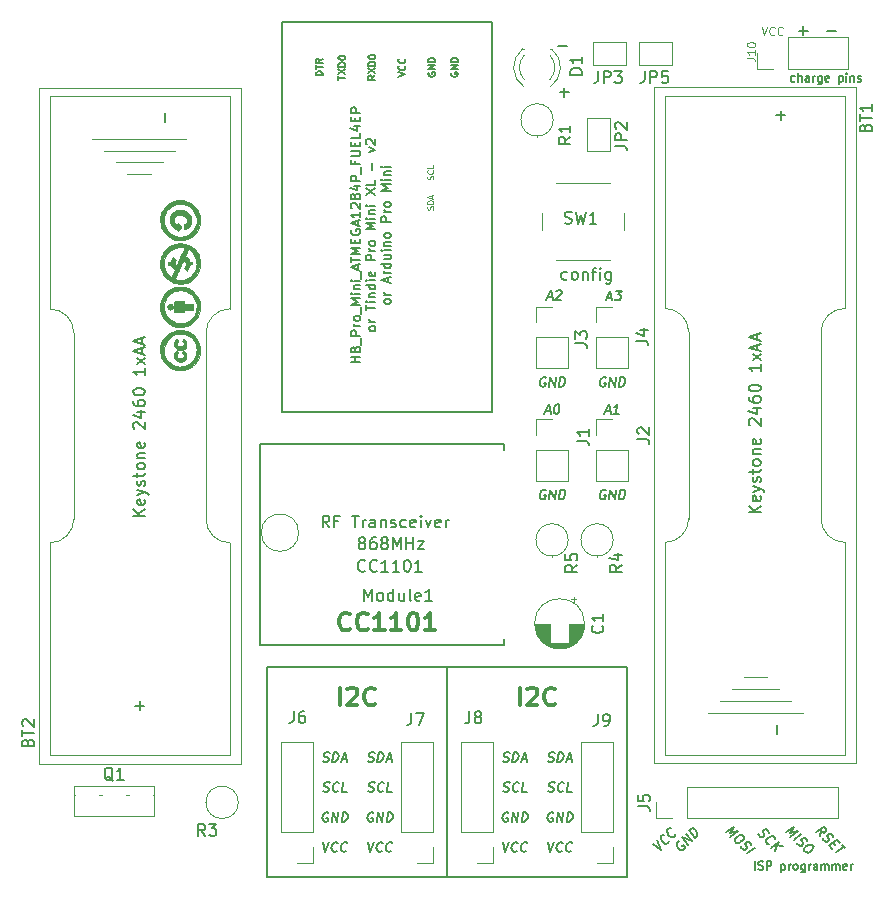
<source format=gbr>
%TF.GenerationSoftware,KiCad,Pcbnew,8.0.9-8.0.9-0~ubuntu22.04.1*%
%TF.CreationDate,2025-02-27T10:58:21+01:00*%
%TF.ProjectId,HB-UNI-SEN-BATT_FUEL4EP,48422d55-4e49-42d5-9345-4e2d42415454,V1.5*%
%TF.SameCoordinates,Original*%
%TF.FileFunction,Legend,Top*%
%TF.FilePolarity,Positive*%
%FSLAX46Y46*%
G04 Gerber Fmt 4.6, Leading zero omitted, Abs format (unit mm)*
G04 Created by KiCad (PCBNEW 8.0.9-8.0.9-0~ubuntu22.04.1) date 2025-02-27 10:58:21*
%MOMM*%
%LPD*%
G01*
G04 APERTURE LIST*
%ADD10C,0.200000*%
%ADD11C,0.150000*%
%ADD12C,0.300000*%
%ADD13C,0.100000*%
%ADD14C,0.120000*%
%ADD15C,0.010000*%
%ADD16R,1.800000X1.800000*%
%ADD17C,1.800000*%
%ADD18R,1.700000X1.700000*%
%ADD19O,1.700000X1.700000*%
%ADD20R,1.200000X1.200000*%
%ADD21C,1.200000*%
%ADD22C,1.600000*%
%ADD23O,1.600000X1.600000*%
%ADD24R,1.717500X1.800000*%
%ADD25O,1.717500X1.800000*%
%ADD26C,1.350000*%
%ADD27R,1.800000X1.350000*%
%ADD28C,3.000000*%
%ADD29R,1.500000X1.000000*%
%ADD30C,2.000000*%
%ADD31C,0.700000*%
%ADD32C,4.400000*%
%ADD33C,2.640000*%
%ADD34R,2.000000X2.000000*%
%ADD35R,1.000000X1.500000*%
G04 APERTURE END LIST*
D10*
X37430000Y1870000D02*
X37430000Y19650000D01*
X22190000Y1870000D02*
X37430000Y1870000D01*
X22190000Y19650000D02*
X22190000Y1870000D01*
X37430000Y19650000D02*
X22190000Y19650000D01*
X37430000Y1870000D02*
X52670000Y1870000D01*
X52670000Y1870000D02*
X52670000Y19650000D01*
X37430000Y19650000D02*
X37430000Y1870000D01*
X52670000Y19650000D02*
X37430000Y19650000D01*
D11*
X30743571Y4847704D02*
X30910238Y4047704D01*
X30910238Y4047704D02*
X31276904Y4847704D01*
X31910237Y4123895D02*
X31867380Y4085800D01*
X31867380Y4085800D02*
X31748333Y4047704D01*
X31748333Y4047704D02*
X31672142Y4047704D01*
X31672142Y4047704D02*
X31562618Y4085800D01*
X31562618Y4085800D02*
X31495952Y4161990D01*
X31495952Y4161990D02*
X31467380Y4238180D01*
X31467380Y4238180D02*
X31448333Y4390561D01*
X31448333Y4390561D02*
X31462618Y4504847D01*
X31462618Y4504847D02*
X31519761Y4657228D01*
X31519761Y4657228D02*
X31567380Y4733419D01*
X31567380Y4733419D02*
X31653095Y4809609D01*
X31653095Y4809609D02*
X31772142Y4847704D01*
X31772142Y4847704D02*
X31848333Y4847704D01*
X31848333Y4847704D02*
X31957857Y4809609D01*
X31957857Y4809609D02*
X31991190Y4771514D01*
X32710237Y4123895D02*
X32667380Y4085800D01*
X32667380Y4085800D02*
X32548333Y4047704D01*
X32548333Y4047704D02*
X32472142Y4047704D01*
X32472142Y4047704D02*
X32362618Y4085800D01*
X32362618Y4085800D02*
X32295952Y4161990D01*
X32295952Y4161990D02*
X32267380Y4238180D01*
X32267380Y4238180D02*
X32248333Y4390561D01*
X32248333Y4390561D02*
X32262618Y4504847D01*
X32262618Y4504847D02*
X32319761Y4657228D01*
X32319761Y4657228D02*
X32367380Y4733419D01*
X32367380Y4733419D02*
X32453095Y4809609D01*
X32453095Y4809609D02*
X32572142Y4847704D01*
X32572142Y4847704D02*
X32648333Y4847704D01*
X32648333Y4847704D02*
X32757857Y4809609D01*
X32757857Y4809609D02*
X32791190Y4771514D01*
X31195953Y7349609D02*
X31124524Y7387704D01*
X31124524Y7387704D02*
X31010238Y7387704D01*
X31010238Y7387704D02*
X30891191Y7349609D01*
X30891191Y7349609D02*
X30805476Y7273419D01*
X30805476Y7273419D02*
X30757857Y7197228D01*
X30757857Y7197228D02*
X30700714Y7044847D01*
X30700714Y7044847D02*
X30686429Y6930561D01*
X30686429Y6930561D02*
X30705476Y6778180D01*
X30705476Y6778180D02*
X30734048Y6701990D01*
X30734048Y6701990D02*
X30800714Y6625800D01*
X30800714Y6625800D02*
X30910238Y6587704D01*
X30910238Y6587704D02*
X30986429Y6587704D01*
X30986429Y6587704D02*
X31105476Y6625800D01*
X31105476Y6625800D02*
X31148333Y6663895D01*
X31148333Y6663895D02*
X31181667Y6930561D01*
X31181667Y6930561D02*
X31029286Y6930561D01*
X31481667Y6587704D02*
X31581667Y7387704D01*
X31581667Y7387704D02*
X31938810Y6587704D01*
X31938810Y6587704D02*
X32038810Y7387704D01*
X32319762Y6587704D02*
X32419762Y7387704D01*
X32419762Y7387704D02*
X32610238Y7387704D01*
X32610238Y7387704D02*
X32719762Y7349609D01*
X32719762Y7349609D02*
X32786428Y7273419D01*
X32786428Y7273419D02*
X32815000Y7197228D01*
X32815000Y7197228D02*
X32834048Y7044847D01*
X32834048Y7044847D02*
X32819762Y6930561D01*
X32819762Y6930561D02*
X32762619Y6778180D01*
X32762619Y6778180D02*
X32715000Y6701990D01*
X32715000Y6701990D02*
X32629286Y6625800D01*
X32629286Y6625800D02*
X32510238Y6587704D01*
X32510238Y6587704D02*
X32319762Y6587704D01*
X30762618Y9165800D02*
X30872142Y9127704D01*
X30872142Y9127704D02*
X31062618Y9127704D01*
X31062618Y9127704D02*
X31143571Y9165800D01*
X31143571Y9165800D02*
X31186428Y9203895D01*
X31186428Y9203895D02*
X31234047Y9280085D01*
X31234047Y9280085D02*
X31243571Y9356276D01*
X31243571Y9356276D02*
X31214999Y9432466D01*
X31214999Y9432466D02*
X31181666Y9470561D01*
X31181666Y9470561D02*
X31110238Y9508657D01*
X31110238Y9508657D02*
X30962618Y9546752D01*
X30962618Y9546752D02*
X30891190Y9584847D01*
X30891190Y9584847D02*
X30857857Y9622942D01*
X30857857Y9622942D02*
X30829285Y9699133D01*
X30829285Y9699133D02*
X30838809Y9775323D01*
X30838809Y9775323D02*
X30886428Y9851514D01*
X30886428Y9851514D02*
X30929285Y9889609D01*
X30929285Y9889609D02*
X31010238Y9927704D01*
X31010238Y9927704D02*
X31200714Y9927704D01*
X31200714Y9927704D02*
X31310238Y9889609D01*
X32024523Y9203895D02*
X31981666Y9165800D01*
X31981666Y9165800D02*
X31862619Y9127704D01*
X31862619Y9127704D02*
X31786428Y9127704D01*
X31786428Y9127704D02*
X31676904Y9165800D01*
X31676904Y9165800D02*
X31610238Y9241990D01*
X31610238Y9241990D02*
X31581666Y9318180D01*
X31581666Y9318180D02*
X31562619Y9470561D01*
X31562619Y9470561D02*
X31576904Y9584847D01*
X31576904Y9584847D02*
X31634047Y9737228D01*
X31634047Y9737228D02*
X31681666Y9813419D01*
X31681666Y9813419D02*
X31767381Y9889609D01*
X31767381Y9889609D02*
X31886428Y9927704D01*
X31886428Y9927704D02*
X31962619Y9927704D01*
X31962619Y9927704D02*
X32072143Y9889609D01*
X32072143Y9889609D02*
X32105476Y9851514D01*
X32738809Y9127704D02*
X32357857Y9127704D01*
X32357857Y9127704D02*
X32457857Y9927704D01*
X30743571Y11705800D02*
X30853095Y11667704D01*
X30853095Y11667704D02*
X31043571Y11667704D01*
X31043571Y11667704D02*
X31124524Y11705800D01*
X31124524Y11705800D02*
X31167381Y11743895D01*
X31167381Y11743895D02*
X31215000Y11820085D01*
X31215000Y11820085D02*
X31224524Y11896276D01*
X31224524Y11896276D02*
X31195952Y11972466D01*
X31195952Y11972466D02*
X31162619Y12010561D01*
X31162619Y12010561D02*
X31091191Y12048657D01*
X31091191Y12048657D02*
X30943571Y12086752D01*
X30943571Y12086752D02*
X30872143Y12124847D01*
X30872143Y12124847D02*
X30838810Y12162942D01*
X30838810Y12162942D02*
X30810238Y12239133D01*
X30810238Y12239133D02*
X30819762Y12315323D01*
X30819762Y12315323D02*
X30867381Y12391514D01*
X30867381Y12391514D02*
X30910238Y12429609D01*
X30910238Y12429609D02*
X30991191Y12467704D01*
X30991191Y12467704D02*
X31181667Y12467704D01*
X31181667Y12467704D02*
X31291191Y12429609D01*
X31538810Y11667704D02*
X31638810Y12467704D01*
X31638810Y12467704D02*
X31829286Y12467704D01*
X31829286Y12467704D02*
X31938810Y12429609D01*
X31938810Y12429609D02*
X32005476Y12353419D01*
X32005476Y12353419D02*
X32034048Y12277228D01*
X32034048Y12277228D02*
X32053096Y12124847D01*
X32053096Y12124847D02*
X32038810Y12010561D01*
X32038810Y12010561D02*
X31981667Y11858180D01*
X31981667Y11858180D02*
X31934048Y11781990D01*
X31934048Y11781990D02*
X31848334Y11705800D01*
X31848334Y11705800D02*
X31729286Y11667704D01*
X31729286Y11667704D02*
X31538810Y11667704D01*
X32329286Y11896276D02*
X32710238Y11896276D01*
X32224524Y11667704D02*
X32591191Y12467704D01*
X32591191Y12467704D02*
X32757857Y11667704D01*
X42173571Y11705800D02*
X42283095Y11667704D01*
X42283095Y11667704D02*
X42473571Y11667704D01*
X42473571Y11667704D02*
X42554524Y11705800D01*
X42554524Y11705800D02*
X42597381Y11743895D01*
X42597381Y11743895D02*
X42645000Y11820085D01*
X42645000Y11820085D02*
X42654524Y11896276D01*
X42654524Y11896276D02*
X42625952Y11972466D01*
X42625952Y11972466D02*
X42592619Y12010561D01*
X42592619Y12010561D02*
X42521191Y12048657D01*
X42521191Y12048657D02*
X42373571Y12086752D01*
X42373571Y12086752D02*
X42302143Y12124847D01*
X42302143Y12124847D02*
X42268810Y12162942D01*
X42268810Y12162942D02*
X42240238Y12239133D01*
X42240238Y12239133D02*
X42249762Y12315323D01*
X42249762Y12315323D02*
X42297381Y12391514D01*
X42297381Y12391514D02*
X42340238Y12429609D01*
X42340238Y12429609D02*
X42421191Y12467704D01*
X42421191Y12467704D02*
X42611667Y12467704D01*
X42611667Y12467704D02*
X42721191Y12429609D01*
X42968810Y11667704D02*
X43068810Y12467704D01*
X43068810Y12467704D02*
X43259286Y12467704D01*
X43259286Y12467704D02*
X43368810Y12429609D01*
X43368810Y12429609D02*
X43435476Y12353419D01*
X43435476Y12353419D02*
X43464048Y12277228D01*
X43464048Y12277228D02*
X43483096Y12124847D01*
X43483096Y12124847D02*
X43468810Y12010561D01*
X43468810Y12010561D02*
X43411667Y11858180D01*
X43411667Y11858180D02*
X43364048Y11781990D01*
X43364048Y11781990D02*
X43278334Y11705800D01*
X43278334Y11705800D02*
X43159286Y11667704D01*
X43159286Y11667704D02*
X42968810Y11667704D01*
X43759286Y11896276D02*
X44140238Y11896276D01*
X43654524Y11667704D02*
X44021191Y12467704D01*
X44021191Y12467704D02*
X44187857Y11667704D01*
X42192618Y9165800D02*
X42302142Y9127704D01*
X42302142Y9127704D02*
X42492618Y9127704D01*
X42492618Y9127704D02*
X42573571Y9165800D01*
X42573571Y9165800D02*
X42616428Y9203895D01*
X42616428Y9203895D02*
X42664047Y9280085D01*
X42664047Y9280085D02*
X42673571Y9356276D01*
X42673571Y9356276D02*
X42644999Y9432466D01*
X42644999Y9432466D02*
X42611666Y9470561D01*
X42611666Y9470561D02*
X42540238Y9508657D01*
X42540238Y9508657D02*
X42392618Y9546752D01*
X42392618Y9546752D02*
X42321190Y9584847D01*
X42321190Y9584847D02*
X42287857Y9622942D01*
X42287857Y9622942D02*
X42259285Y9699133D01*
X42259285Y9699133D02*
X42268809Y9775323D01*
X42268809Y9775323D02*
X42316428Y9851514D01*
X42316428Y9851514D02*
X42359285Y9889609D01*
X42359285Y9889609D02*
X42440238Y9927704D01*
X42440238Y9927704D02*
X42630714Y9927704D01*
X42630714Y9927704D02*
X42740238Y9889609D01*
X43454523Y9203895D02*
X43411666Y9165800D01*
X43411666Y9165800D02*
X43292619Y9127704D01*
X43292619Y9127704D02*
X43216428Y9127704D01*
X43216428Y9127704D02*
X43106904Y9165800D01*
X43106904Y9165800D02*
X43040238Y9241990D01*
X43040238Y9241990D02*
X43011666Y9318180D01*
X43011666Y9318180D02*
X42992619Y9470561D01*
X42992619Y9470561D02*
X43006904Y9584847D01*
X43006904Y9584847D02*
X43064047Y9737228D01*
X43064047Y9737228D02*
X43111666Y9813419D01*
X43111666Y9813419D02*
X43197381Y9889609D01*
X43197381Y9889609D02*
X43316428Y9927704D01*
X43316428Y9927704D02*
X43392619Y9927704D01*
X43392619Y9927704D02*
X43502143Y9889609D01*
X43502143Y9889609D02*
X43535476Y9851514D01*
X44168809Y9127704D02*
X43787857Y9127704D01*
X43787857Y9127704D02*
X43887857Y9927704D01*
X42625953Y7349609D02*
X42554524Y7387704D01*
X42554524Y7387704D02*
X42440238Y7387704D01*
X42440238Y7387704D02*
X42321191Y7349609D01*
X42321191Y7349609D02*
X42235476Y7273419D01*
X42235476Y7273419D02*
X42187857Y7197228D01*
X42187857Y7197228D02*
X42130714Y7044847D01*
X42130714Y7044847D02*
X42116429Y6930561D01*
X42116429Y6930561D02*
X42135476Y6778180D01*
X42135476Y6778180D02*
X42164048Y6701990D01*
X42164048Y6701990D02*
X42230714Y6625800D01*
X42230714Y6625800D02*
X42340238Y6587704D01*
X42340238Y6587704D02*
X42416429Y6587704D01*
X42416429Y6587704D02*
X42535476Y6625800D01*
X42535476Y6625800D02*
X42578333Y6663895D01*
X42578333Y6663895D02*
X42611667Y6930561D01*
X42611667Y6930561D02*
X42459286Y6930561D01*
X42911667Y6587704D02*
X43011667Y7387704D01*
X43011667Y7387704D02*
X43368810Y6587704D01*
X43368810Y6587704D02*
X43468810Y7387704D01*
X43749762Y6587704D02*
X43849762Y7387704D01*
X43849762Y7387704D02*
X44040238Y7387704D01*
X44040238Y7387704D02*
X44149762Y7349609D01*
X44149762Y7349609D02*
X44216428Y7273419D01*
X44216428Y7273419D02*
X44245000Y7197228D01*
X44245000Y7197228D02*
X44264048Y7044847D01*
X44264048Y7044847D02*
X44249762Y6930561D01*
X44249762Y6930561D02*
X44192619Y6778180D01*
X44192619Y6778180D02*
X44145000Y6701990D01*
X44145000Y6701990D02*
X44059286Y6625800D01*
X44059286Y6625800D02*
X43940238Y6587704D01*
X43940238Y6587704D02*
X43749762Y6587704D01*
X50880953Y34654609D02*
X50809524Y34692704D01*
X50809524Y34692704D02*
X50695238Y34692704D01*
X50695238Y34692704D02*
X50576191Y34654609D01*
X50576191Y34654609D02*
X50490476Y34578419D01*
X50490476Y34578419D02*
X50442857Y34502228D01*
X50442857Y34502228D02*
X50385714Y34349847D01*
X50385714Y34349847D02*
X50371429Y34235561D01*
X50371429Y34235561D02*
X50390476Y34083180D01*
X50390476Y34083180D02*
X50419048Y34006990D01*
X50419048Y34006990D02*
X50485714Y33930800D01*
X50485714Y33930800D02*
X50595238Y33892704D01*
X50595238Y33892704D02*
X50671429Y33892704D01*
X50671429Y33892704D02*
X50790476Y33930800D01*
X50790476Y33930800D02*
X50833333Y33968895D01*
X50833333Y33968895D02*
X50866667Y34235561D01*
X50866667Y34235561D02*
X50714286Y34235561D01*
X51166667Y33892704D02*
X51266667Y34692704D01*
X51266667Y34692704D02*
X51623810Y33892704D01*
X51623810Y33892704D02*
X51723810Y34692704D01*
X52004762Y33892704D02*
X52104762Y34692704D01*
X52104762Y34692704D02*
X52295238Y34692704D01*
X52295238Y34692704D02*
X52404762Y34654609D01*
X52404762Y34654609D02*
X52471428Y34578419D01*
X52471428Y34578419D02*
X52500000Y34502228D01*
X52500000Y34502228D02*
X52519048Y34349847D01*
X52519048Y34349847D02*
X52504762Y34235561D01*
X52504762Y34235561D02*
X52447619Y34083180D01*
X52447619Y34083180D02*
X52400000Y34006990D01*
X52400000Y34006990D02*
X52314286Y33930800D01*
X52314286Y33930800D02*
X52195238Y33892704D01*
X52195238Y33892704D02*
X52004762Y33892704D01*
X66847501Y69278300D02*
X66780835Y69244966D01*
X66780835Y69244966D02*
X66647501Y69244966D01*
X66647501Y69244966D02*
X66580835Y69278300D01*
X66580835Y69278300D02*
X66547501Y69311633D01*
X66547501Y69311633D02*
X66514168Y69378300D01*
X66514168Y69378300D02*
X66514168Y69578300D01*
X66514168Y69578300D02*
X66547501Y69644966D01*
X66547501Y69644966D02*
X66580835Y69678300D01*
X66580835Y69678300D02*
X66647501Y69711633D01*
X66647501Y69711633D02*
X66780835Y69711633D01*
X66780835Y69711633D02*
X66847501Y69678300D01*
X67147501Y69244966D02*
X67147501Y69944966D01*
X67447501Y69244966D02*
X67447501Y69611633D01*
X67447501Y69611633D02*
X67414168Y69678300D01*
X67414168Y69678300D02*
X67347501Y69711633D01*
X67347501Y69711633D02*
X67247501Y69711633D01*
X67247501Y69711633D02*
X67180835Y69678300D01*
X67180835Y69678300D02*
X67147501Y69644966D01*
X68080834Y69244966D02*
X68080834Y69611633D01*
X68080834Y69611633D02*
X68047501Y69678300D01*
X68047501Y69678300D02*
X67980834Y69711633D01*
X67980834Y69711633D02*
X67847501Y69711633D01*
X67847501Y69711633D02*
X67780834Y69678300D01*
X68080834Y69278300D02*
X68014168Y69244966D01*
X68014168Y69244966D02*
X67847501Y69244966D01*
X67847501Y69244966D02*
X67780834Y69278300D01*
X67780834Y69278300D02*
X67747501Y69344966D01*
X67747501Y69344966D02*
X67747501Y69411633D01*
X67747501Y69411633D02*
X67780834Y69478300D01*
X67780834Y69478300D02*
X67847501Y69511633D01*
X67847501Y69511633D02*
X68014168Y69511633D01*
X68014168Y69511633D02*
X68080834Y69544966D01*
X68414167Y69244966D02*
X68414167Y69711633D01*
X68414167Y69578300D02*
X68447501Y69644966D01*
X68447501Y69644966D02*
X68480834Y69678300D01*
X68480834Y69678300D02*
X68547501Y69711633D01*
X68547501Y69711633D02*
X68614167Y69711633D01*
X69147500Y69711633D02*
X69147500Y69144966D01*
X69147500Y69144966D02*
X69114167Y69078300D01*
X69114167Y69078300D02*
X69080834Y69044966D01*
X69080834Y69044966D02*
X69014167Y69011633D01*
X69014167Y69011633D02*
X68914167Y69011633D01*
X68914167Y69011633D02*
X68847500Y69044966D01*
X69147500Y69278300D02*
X69080834Y69244966D01*
X69080834Y69244966D02*
X68947500Y69244966D01*
X68947500Y69244966D02*
X68880834Y69278300D01*
X68880834Y69278300D02*
X68847500Y69311633D01*
X68847500Y69311633D02*
X68814167Y69378300D01*
X68814167Y69378300D02*
X68814167Y69578300D01*
X68814167Y69578300D02*
X68847500Y69644966D01*
X68847500Y69644966D02*
X68880834Y69678300D01*
X68880834Y69678300D02*
X68947500Y69711633D01*
X68947500Y69711633D02*
X69080834Y69711633D01*
X69080834Y69711633D02*
X69147500Y69678300D01*
X69747500Y69278300D02*
X69680833Y69244966D01*
X69680833Y69244966D02*
X69547500Y69244966D01*
X69547500Y69244966D02*
X69480833Y69278300D01*
X69480833Y69278300D02*
X69447500Y69344966D01*
X69447500Y69344966D02*
X69447500Y69611633D01*
X69447500Y69611633D02*
X69480833Y69678300D01*
X69480833Y69678300D02*
X69547500Y69711633D01*
X69547500Y69711633D02*
X69680833Y69711633D01*
X69680833Y69711633D02*
X69747500Y69678300D01*
X69747500Y69678300D02*
X69780833Y69611633D01*
X69780833Y69611633D02*
X69780833Y69544966D01*
X69780833Y69544966D02*
X69447500Y69478300D01*
X70614166Y69711633D02*
X70614166Y69011633D01*
X70614166Y69678300D02*
X70680833Y69711633D01*
X70680833Y69711633D02*
X70814166Y69711633D01*
X70814166Y69711633D02*
X70880833Y69678300D01*
X70880833Y69678300D02*
X70914166Y69644966D01*
X70914166Y69644966D02*
X70947500Y69578300D01*
X70947500Y69578300D02*
X70947500Y69378300D01*
X70947500Y69378300D02*
X70914166Y69311633D01*
X70914166Y69311633D02*
X70880833Y69278300D01*
X70880833Y69278300D02*
X70814166Y69244966D01*
X70814166Y69244966D02*
X70680833Y69244966D01*
X70680833Y69244966D02*
X70614166Y69278300D01*
X71247499Y69244966D02*
X71247499Y69711633D01*
X71247499Y69944966D02*
X71214166Y69911633D01*
X71214166Y69911633D02*
X71247499Y69878300D01*
X71247499Y69878300D02*
X71280833Y69911633D01*
X71280833Y69911633D02*
X71247499Y69944966D01*
X71247499Y69944966D02*
X71247499Y69878300D01*
X71580832Y69711633D02*
X71580832Y69244966D01*
X71580832Y69644966D02*
X71614166Y69678300D01*
X71614166Y69678300D02*
X71680832Y69711633D01*
X71680832Y69711633D02*
X71780832Y69711633D01*
X71780832Y69711633D02*
X71847499Y69678300D01*
X71847499Y69678300D02*
X71880832Y69611633D01*
X71880832Y69611633D02*
X71880832Y69244966D01*
X72180832Y69278300D02*
X72247499Y69244966D01*
X72247499Y69244966D02*
X72380832Y69244966D01*
X72380832Y69244966D02*
X72447499Y69278300D01*
X72447499Y69278300D02*
X72480832Y69344966D01*
X72480832Y69344966D02*
X72480832Y69378300D01*
X72480832Y69378300D02*
X72447499Y69444966D01*
X72447499Y69444966D02*
X72380832Y69478300D01*
X72380832Y69478300D02*
X72280832Y69478300D01*
X72280832Y69478300D02*
X72214165Y69511633D01*
X72214165Y69511633D02*
X72180832Y69578300D01*
X72180832Y69578300D02*
X72180832Y69611633D01*
X72180832Y69611633D02*
X72214165Y69678300D01*
X72214165Y69678300D02*
X72280832Y69711633D01*
X72280832Y69711633D02*
X72380832Y69711633D01*
X72380832Y69711633D02*
X72447499Y69678300D01*
X68989766Y5357871D02*
X69104249Y5782135D01*
X68666517Y5681119D02*
X69302913Y6176094D01*
X69302913Y6176094D02*
X69518412Y5960595D01*
X69518412Y5960595D02*
X69541982Y5883150D01*
X69541982Y5883150D02*
X69538615Y5832642D01*
X69538615Y5832642D02*
X69504943Y5758564D01*
X69504943Y5758564D02*
X69414030Y5687854D01*
X69414030Y5687854D02*
X69326483Y5667651D01*
X69326483Y5667651D02*
X69269241Y5671018D01*
X69269241Y5671018D02*
X69185062Y5701323D01*
X69185062Y5701323D02*
X68969562Y5916822D01*
X69235569Y5165942D02*
X69286077Y5061559D01*
X69286077Y5061559D02*
X69420764Y4926872D01*
X69420764Y4926872D02*
X69504943Y4896568D01*
X69504943Y4896568D02*
X69562185Y4893200D01*
X69562185Y4893200D02*
X69649732Y4913404D01*
X69649732Y4913404D02*
X69710341Y4960544D01*
X69710341Y4960544D02*
X69744013Y5034622D01*
X69744013Y5034622D02*
X69747380Y5085129D01*
X69747380Y5085129D02*
X69723810Y5162574D01*
X69723810Y5162574D02*
X69646365Y5293894D01*
X69646365Y5293894D02*
X69622794Y5371339D01*
X69622794Y5371339D02*
X69626162Y5421847D01*
X69626162Y5421847D02*
X69659833Y5495925D01*
X69659833Y5495925D02*
X69720443Y5543065D01*
X69720443Y5543065D02*
X69807989Y5563268D01*
X69807989Y5563268D02*
X69865231Y5559901D01*
X69865231Y5559901D02*
X69949410Y5529597D01*
X69949410Y5529597D02*
X70084097Y5394910D01*
X70084097Y5394910D02*
X70134605Y5290527D01*
X70104301Y4835958D02*
X70292862Y4647397D01*
X70040324Y4307312D02*
X69770950Y4576686D01*
X69770950Y4576686D02*
X70407346Y5071661D01*
X70407346Y5071661D02*
X70676720Y4802287D01*
X70838345Y4640662D02*
X71161594Y4317413D01*
X70363573Y3984063D02*
X70999970Y4479037D01*
D12*
X43585714Y16431671D02*
X43585714Y17931671D01*
X44228572Y17788814D02*
X44300000Y17860242D01*
X44300000Y17860242D02*
X44442858Y17931671D01*
X44442858Y17931671D02*
X44800000Y17931671D01*
X44800000Y17931671D02*
X44942858Y17860242D01*
X44942858Y17860242D02*
X45014286Y17788814D01*
X45014286Y17788814D02*
X45085715Y17645957D01*
X45085715Y17645957D02*
X45085715Y17503100D01*
X45085715Y17503100D02*
X45014286Y17288814D01*
X45014286Y17288814D02*
X44157143Y16431671D01*
X44157143Y16431671D02*
X45085715Y16431671D01*
X46585714Y16574528D02*
X46514286Y16503100D01*
X46514286Y16503100D02*
X46300000Y16431671D01*
X46300000Y16431671D02*
X46157143Y16431671D01*
X46157143Y16431671D02*
X45942857Y16503100D01*
X45942857Y16503100D02*
X45800000Y16645957D01*
X45800000Y16645957D02*
X45728571Y16788814D01*
X45728571Y16788814D02*
X45657143Y17074528D01*
X45657143Y17074528D02*
X45657143Y17288814D01*
X45657143Y17288814D02*
X45728571Y17574528D01*
X45728571Y17574528D02*
X45800000Y17717385D01*
X45800000Y17717385D02*
X45942857Y17860242D01*
X45942857Y17860242D02*
X46157143Y17931671D01*
X46157143Y17931671D02*
X46300000Y17931671D01*
X46300000Y17931671D02*
X46514286Y17860242D01*
X46514286Y17860242D02*
X46585714Y17788814D01*
D11*
X45800953Y34654609D02*
X45729524Y34692704D01*
X45729524Y34692704D02*
X45615238Y34692704D01*
X45615238Y34692704D02*
X45496191Y34654609D01*
X45496191Y34654609D02*
X45410476Y34578419D01*
X45410476Y34578419D02*
X45362857Y34502228D01*
X45362857Y34502228D02*
X45305714Y34349847D01*
X45305714Y34349847D02*
X45291429Y34235561D01*
X45291429Y34235561D02*
X45310476Y34083180D01*
X45310476Y34083180D02*
X45339048Y34006990D01*
X45339048Y34006990D02*
X45405714Y33930800D01*
X45405714Y33930800D02*
X45515238Y33892704D01*
X45515238Y33892704D02*
X45591429Y33892704D01*
X45591429Y33892704D02*
X45710476Y33930800D01*
X45710476Y33930800D02*
X45753333Y33968895D01*
X45753333Y33968895D02*
X45786667Y34235561D01*
X45786667Y34235561D02*
X45634286Y34235561D01*
X46086667Y33892704D02*
X46186667Y34692704D01*
X46186667Y34692704D02*
X46543810Y33892704D01*
X46543810Y33892704D02*
X46643810Y34692704D01*
X46924762Y33892704D02*
X47024762Y34692704D01*
X47024762Y34692704D02*
X47215238Y34692704D01*
X47215238Y34692704D02*
X47324762Y34654609D01*
X47324762Y34654609D02*
X47391428Y34578419D01*
X47391428Y34578419D02*
X47420000Y34502228D01*
X47420000Y34502228D02*
X47439048Y34349847D01*
X47439048Y34349847D02*
X47424762Y34235561D01*
X47424762Y34235561D02*
X47367619Y34083180D01*
X47367619Y34083180D02*
X47320000Y34006990D01*
X47320000Y34006990D02*
X47234286Y33930800D01*
X47234286Y33930800D02*
X47115238Y33892704D01*
X47115238Y33892704D02*
X46924762Y33892704D01*
D12*
X29207143Y22924528D02*
X29135715Y22853100D01*
X29135715Y22853100D02*
X28921429Y22781671D01*
X28921429Y22781671D02*
X28778572Y22781671D01*
X28778572Y22781671D02*
X28564286Y22853100D01*
X28564286Y22853100D02*
X28421429Y22995957D01*
X28421429Y22995957D02*
X28350000Y23138814D01*
X28350000Y23138814D02*
X28278572Y23424528D01*
X28278572Y23424528D02*
X28278572Y23638814D01*
X28278572Y23638814D02*
X28350000Y23924528D01*
X28350000Y23924528D02*
X28421429Y24067385D01*
X28421429Y24067385D02*
X28564286Y24210242D01*
X28564286Y24210242D02*
X28778572Y24281671D01*
X28778572Y24281671D02*
X28921429Y24281671D01*
X28921429Y24281671D02*
X29135715Y24210242D01*
X29135715Y24210242D02*
X29207143Y24138814D01*
X30707143Y22924528D02*
X30635715Y22853100D01*
X30635715Y22853100D02*
X30421429Y22781671D01*
X30421429Y22781671D02*
X30278572Y22781671D01*
X30278572Y22781671D02*
X30064286Y22853100D01*
X30064286Y22853100D02*
X29921429Y22995957D01*
X29921429Y22995957D02*
X29850000Y23138814D01*
X29850000Y23138814D02*
X29778572Y23424528D01*
X29778572Y23424528D02*
X29778572Y23638814D01*
X29778572Y23638814D02*
X29850000Y23924528D01*
X29850000Y23924528D02*
X29921429Y24067385D01*
X29921429Y24067385D02*
X30064286Y24210242D01*
X30064286Y24210242D02*
X30278572Y24281671D01*
X30278572Y24281671D02*
X30421429Y24281671D01*
X30421429Y24281671D02*
X30635715Y24210242D01*
X30635715Y24210242D02*
X30707143Y24138814D01*
X32135715Y22781671D02*
X31278572Y22781671D01*
X31707143Y22781671D02*
X31707143Y24281671D01*
X31707143Y24281671D02*
X31564286Y24067385D01*
X31564286Y24067385D02*
X31421429Y23924528D01*
X31421429Y23924528D02*
X31278572Y23853100D01*
X33564286Y22781671D02*
X32707143Y22781671D01*
X33135714Y22781671D02*
X33135714Y24281671D01*
X33135714Y24281671D02*
X32992857Y24067385D01*
X32992857Y24067385D02*
X32850000Y23924528D01*
X32850000Y23924528D02*
X32707143Y23853100D01*
X34492857Y24281671D02*
X34635714Y24281671D01*
X34635714Y24281671D02*
X34778571Y24210242D01*
X34778571Y24210242D02*
X34850000Y24138814D01*
X34850000Y24138814D02*
X34921428Y23995957D01*
X34921428Y23995957D02*
X34992857Y23710242D01*
X34992857Y23710242D02*
X34992857Y23353100D01*
X34992857Y23353100D02*
X34921428Y23067385D01*
X34921428Y23067385D02*
X34850000Y22924528D01*
X34850000Y22924528D02*
X34778571Y22853100D01*
X34778571Y22853100D02*
X34635714Y22781671D01*
X34635714Y22781671D02*
X34492857Y22781671D01*
X34492857Y22781671D02*
X34350000Y22853100D01*
X34350000Y22853100D02*
X34278571Y22924528D01*
X34278571Y22924528D02*
X34207142Y23067385D01*
X34207142Y23067385D02*
X34135714Y23353100D01*
X34135714Y23353100D02*
X34135714Y23710242D01*
X34135714Y23710242D02*
X34207142Y23995957D01*
X34207142Y23995957D02*
X34278571Y24138814D01*
X34278571Y24138814D02*
X34350000Y24210242D01*
X34350000Y24210242D02*
X34492857Y24281671D01*
X36421428Y22781671D02*
X35564285Y22781671D01*
X35992856Y22781671D02*
X35992856Y24281671D01*
X35992856Y24281671D02*
X35849999Y24067385D01*
X35849999Y24067385D02*
X35707142Y23924528D01*
X35707142Y23924528D02*
X35564285Y23853100D01*
D11*
X45800953Y44179609D02*
X45729524Y44217704D01*
X45729524Y44217704D02*
X45615238Y44217704D01*
X45615238Y44217704D02*
X45496191Y44179609D01*
X45496191Y44179609D02*
X45410476Y44103419D01*
X45410476Y44103419D02*
X45362857Y44027228D01*
X45362857Y44027228D02*
X45305714Y43874847D01*
X45305714Y43874847D02*
X45291429Y43760561D01*
X45291429Y43760561D02*
X45310476Y43608180D01*
X45310476Y43608180D02*
X45339048Y43531990D01*
X45339048Y43531990D02*
X45405714Y43455800D01*
X45405714Y43455800D02*
X45515238Y43417704D01*
X45515238Y43417704D02*
X45591429Y43417704D01*
X45591429Y43417704D02*
X45710476Y43455800D01*
X45710476Y43455800D02*
X45753333Y43493895D01*
X45753333Y43493895D02*
X45786667Y43760561D01*
X45786667Y43760561D02*
X45634286Y43760561D01*
X46086667Y43417704D02*
X46186667Y44217704D01*
X46186667Y44217704D02*
X46543810Y43417704D01*
X46543810Y43417704D02*
X46643810Y44217704D01*
X46924762Y43417704D02*
X47024762Y44217704D01*
X47024762Y44217704D02*
X47215238Y44217704D01*
X47215238Y44217704D02*
X47324762Y44179609D01*
X47324762Y44179609D02*
X47391428Y44103419D01*
X47391428Y44103419D02*
X47420000Y44027228D01*
X47420000Y44027228D02*
X47439048Y43874847D01*
X47439048Y43874847D02*
X47424762Y43760561D01*
X47424762Y43760561D02*
X47367619Y43608180D01*
X47367619Y43608180D02*
X47320000Y43531990D01*
X47320000Y43531990D02*
X47234286Y43455800D01*
X47234286Y43455800D02*
X47115238Y43417704D01*
X47115238Y43417704D02*
X46924762Y43417704D01*
X67211548Y73551133D02*
X67973453Y73551133D01*
X67592500Y73170180D02*
X67592500Y73932085D01*
X26933571Y4847704D02*
X27100238Y4047704D01*
X27100238Y4047704D02*
X27466904Y4847704D01*
X28100237Y4123895D02*
X28057380Y4085800D01*
X28057380Y4085800D02*
X27938333Y4047704D01*
X27938333Y4047704D02*
X27862142Y4047704D01*
X27862142Y4047704D02*
X27752618Y4085800D01*
X27752618Y4085800D02*
X27685952Y4161990D01*
X27685952Y4161990D02*
X27657380Y4238180D01*
X27657380Y4238180D02*
X27638333Y4390561D01*
X27638333Y4390561D02*
X27652618Y4504847D01*
X27652618Y4504847D02*
X27709761Y4657228D01*
X27709761Y4657228D02*
X27757380Y4733419D01*
X27757380Y4733419D02*
X27843095Y4809609D01*
X27843095Y4809609D02*
X27962142Y4847704D01*
X27962142Y4847704D02*
X28038333Y4847704D01*
X28038333Y4847704D02*
X28147857Y4809609D01*
X28147857Y4809609D02*
X28181190Y4771514D01*
X28900237Y4123895D02*
X28857380Y4085800D01*
X28857380Y4085800D02*
X28738333Y4047704D01*
X28738333Y4047704D02*
X28662142Y4047704D01*
X28662142Y4047704D02*
X28552618Y4085800D01*
X28552618Y4085800D02*
X28485952Y4161990D01*
X28485952Y4161990D02*
X28457380Y4238180D01*
X28457380Y4238180D02*
X28438333Y4390561D01*
X28438333Y4390561D02*
X28452618Y4504847D01*
X28452618Y4504847D02*
X28509761Y4657228D01*
X28509761Y4657228D02*
X28557380Y4733419D01*
X28557380Y4733419D02*
X28643095Y4809609D01*
X28643095Y4809609D02*
X28762142Y4847704D01*
X28762142Y4847704D02*
X28838333Y4847704D01*
X28838333Y4847704D02*
X28947857Y4809609D01*
X28947857Y4809609D02*
X28981190Y4771514D01*
X46828048Y72281133D02*
X47589953Y72281133D01*
D12*
X28345714Y16431671D02*
X28345714Y17931671D01*
X28988572Y17788814D02*
X29060000Y17860242D01*
X29060000Y17860242D02*
X29202858Y17931671D01*
X29202858Y17931671D02*
X29560000Y17931671D01*
X29560000Y17931671D02*
X29702858Y17860242D01*
X29702858Y17860242D02*
X29774286Y17788814D01*
X29774286Y17788814D02*
X29845715Y17645957D01*
X29845715Y17645957D02*
X29845715Y17503100D01*
X29845715Y17503100D02*
X29774286Y17288814D01*
X29774286Y17288814D02*
X28917143Y16431671D01*
X28917143Y16431671D02*
X29845715Y16431671D01*
X31345714Y16574528D02*
X31274286Y16503100D01*
X31274286Y16503100D02*
X31060000Y16431671D01*
X31060000Y16431671D02*
X30917143Y16431671D01*
X30917143Y16431671D02*
X30702857Y16503100D01*
X30702857Y16503100D02*
X30560000Y16645957D01*
X30560000Y16645957D02*
X30488571Y16788814D01*
X30488571Y16788814D02*
X30417143Y17074528D01*
X30417143Y17074528D02*
X30417143Y17288814D01*
X30417143Y17288814D02*
X30488571Y17574528D01*
X30488571Y17574528D02*
X30560000Y17717385D01*
X30560000Y17717385D02*
X30702857Y17860242D01*
X30702857Y17860242D02*
X30917143Y17931671D01*
X30917143Y17931671D02*
X31060000Y17931671D01*
X31060000Y17931671D02*
X31274286Y17860242D01*
X31274286Y17860242D02*
X31345714Y17788814D01*
D11*
X61046517Y5681119D02*
X61682913Y6176094D01*
X61682913Y6176094D02*
X61416906Y5633979D01*
X61416906Y5633979D02*
X62060036Y5798971D01*
X62060036Y5798971D02*
X61423640Y5303996D01*
X62437160Y5421847D02*
X62544910Y5314097D01*
X62544910Y5314097D02*
X62568480Y5236652D01*
X62568480Y5236652D02*
X62561746Y5135637D01*
X62561746Y5135637D02*
X62467465Y5014419D01*
X62467465Y5014419D02*
X62255333Y4849427D01*
X62255333Y4849427D02*
X62107177Y4782083D01*
X62107177Y4782083D02*
X61992693Y4788818D01*
X61992693Y4788818D02*
X61908514Y4819122D01*
X61908514Y4819122D02*
X61800764Y4926872D01*
X61800764Y4926872D02*
X61777194Y5004317D01*
X61777194Y5004317D02*
X61783928Y5105332D01*
X61783928Y5105332D02*
X61878209Y5226551D01*
X61878209Y5226551D02*
X62090341Y5391542D01*
X62090341Y5391542D02*
X62238497Y5458886D01*
X62238497Y5458886D02*
X62352981Y5452151D01*
X62352981Y5452151D02*
X62437160Y5421847D01*
X62289004Y4492507D02*
X62339512Y4388124D01*
X62339512Y4388124D02*
X62474199Y4253437D01*
X62474199Y4253437D02*
X62558378Y4223133D01*
X62558378Y4223133D02*
X62615620Y4219765D01*
X62615620Y4219765D02*
X62703167Y4239968D01*
X62703167Y4239968D02*
X62763776Y4287109D01*
X62763776Y4287109D02*
X62797448Y4361187D01*
X62797448Y4361187D02*
X62800815Y4411694D01*
X62800815Y4411694D02*
X62777245Y4489139D01*
X62777245Y4489139D02*
X62699800Y4620459D01*
X62699800Y4620459D02*
X62676230Y4697904D01*
X62676230Y4697904D02*
X62679597Y4748412D01*
X62679597Y4748412D02*
X62713268Y4822490D01*
X62713268Y4822490D02*
X62773878Y4869630D01*
X62773878Y4869630D02*
X62861424Y4889833D01*
X62861424Y4889833D02*
X62918666Y4886466D01*
X62918666Y4886466D02*
X63002845Y4856162D01*
X63002845Y4856162D02*
X63137533Y4721475D01*
X63137533Y4721475D02*
X63188040Y4617092D01*
X62824385Y3903251D02*
X63460781Y4398226D01*
X63778446Y5543065D02*
X63828954Y5438683D01*
X63828954Y5438683D02*
X63963641Y5303996D01*
X63963641Y5303996D02*
X64047820Y5273691D01*
X64047820Y5273691D02*
X64105062Y5270324D01*
X64105062Y5270324D02*
X64192608Y5290527D01*
X64192608Y5290527D02*
X64253218Y5337667D01*
X64253218Y5337667D02*
X64286889Y5411745D01*
X64286889Y5411745D02*
X64290257Y5462253D01*
X64290257Y5462253D02*
X64266686Y5539698D01*
X64266686Y5539698D02*
X64189241Y5671018D01*
X64189241Y5671018D02*
X64165671Y5748463D01*
X64165671Y5748463D02*
X64169038Y5798970D01*
X64169038Y5798970D02*
X64202710Y5873048D01*
X64202710Y5873048D02*
X64263319Y5920189D01*
X64263319Y5920189D02*
X64350866Y5940392D01*
X64350866Y5940392D02*
X64408108Y5937025D01*
X64408108Y5937025D02*
X64492287Y5906720D01*
X64492287Y5906720D02*
X64626974Y5772033D01*
X64626974Y5772033D02*
X64677482Y5667651D01*
X64697685Y4677701D02*
X64640443Y4681068D01*
X64640443Y4681068D02*
X64529326Y4738310D01*
X64529326Y4738310D02*
X64475451Y4792185D01*
X64475451Y4792185D02*
X64424944Y4896567D01*
X64424944Y4896567D02*
X64431678Y4997583D01*
X64431678Y4997583D02*
X64465350Y5071660D01*
X64465350Y5071660D02*
X64559631Y5192879D01*
X64559631Y5192879D02*
X64650544Y5263589D01*
X64650544Y5263589D02*
X64798700Y5330933D01*
X64798700Y5330933D02*
X64886247Y5351136D01*
X64886247Y5351136D02*
X65000731Y5344402D01*
X65000731Y5344402D02*
X65111847Y5287160D01*
X65111847Y5287160D02*
X65165722Y5233285D01*
X65165722Y5233285D02*
X65216230Y5128902D01*
X65216230Y5128902D02*
X65212863Y5078395D01*
X64879512Y4388124D02*
X65515908Y4883099D01*
X65202761Y4064875D02*
X65323979Y4590154D01*
X65839157Y4559850D02*
X65152254Y4600256D01*
X54848592Y4667600D02*
X55532128Y4219766D01*
X55532128Y4219766D02*
X55225715Y5044723D01*
X56185360Y4980747D02*
X56181993Y4923505D01*
X56181993Y4923505D02*
X56124751Y4812388D01*
X56124751Y4812388D02*
X56070876Y4758513D01*
X56070876Y4758513D02*
X55966494Y4708006D01*
X55966494Y4708006D02*
X55865479Y4714740D01*
X55865479Y4714740D02*
X55791401Y4748412D01*
X55791401Y4748412D02*
X55670182Y4842693D01*
X55670182Y4842693D02*
X55599472Y4933607D01*
X55599472Y4933607D02*
X55532128Y5081762D01*
X55532128Y5081762D02*
X55511925Y5169309D01*
X55511925Y5169309D02*
X55518660Y5283793D01*
X55518660Y5283793D02*
X55575901Y5394910D01*
X55575901Y5394910D02*
X55629776Y5448784D01*
X55629776Y5448784D02*
X55734159Y5499292D01*
X55734159Y5499292D02*
X55784666Y5495925D01*
X56751046Y5546432D02*
X56747678Y5489190D01*
X56747678Y5489190D02*
X56690436Y5378074D01*
X56690436Y5378074D02*
X56636562Y5324199D01*
X56636562Y5324199D02*
X56532179Y5273691D01*
X56532179Y5273691D02*
X56431164Y5280426D01*
X56431164Y5280426D02*
X56357086Y5314097D01*
X56357086Y5314097D02*
X56235868Y5408378D01*
X56235868Y5408378D02*
X56165157Y5499292D01*
X56165157Y5499292D02*
X56097814Y5647448D01*
X56097814Y5647448D02*
X56077611Y5734994D01*
X56077611Y5734994D02*
X56084345Y5849478D01*
X56084345Y5849478D02*
X56141587Y5960595D01*
X56141587Y5960595D02*
X56195462Y6014470D01*
X56195462Y6014470D02*
X56299844Y6064977D01*
X56299844Y6064977D02*
X56350352Y6061610D01*
X50880953Y44179609D02*
X50809524Y44217704D01*
X50809524Y44217704D02*
X50695238Y44217704D01*
X50695238Y44217704D02*
X50576191Y44179609D01*
X50576191Y44179609D02*
X50490476Y44103419D01*
X50490476Y44103419D02*
X50442857Y44027228D01*
X50442857Y44027228D02*
X50385714Y43874847D01*
X50385714Y43874847D02*
X50371429Y43760561D01*
X50371429Y43760561D02*
X50390476Y43608180D01*
X50390476Y43608180D02*
X50419048Y43531990D01*
X50419048Y43531990D02*
X50485714Y43455800D01*
X50485714Y43455800D02*
X50595238Y43417704D01*
X50595238Y43417704D02*
X50671429Y43417704D01*
X50671429Y43417704D02*
X50790476Y43455800D01*
X50790476Y43455800D02*
X50833333Y43493895D01*
X50833333Y43493895D02*
X50866667Y43760561D01*
X50866667Y43760561D02*
X50714286Y43760561D01*
X51166667Y43417704D02*
X51266667Y44217704D01*
X51266667Y44217704D02*
X51623810Y43417704D01*
X51623810Y43417704D02*
X51723810Y44217704D01*
X52004762Y43417704D02*
X52104762Y44217704D01*
X52104762Y44217704D02*
X52295238Y44217704D01*
X52295238Y44217704D02*
X52404762Y44179609D01*
X52404762Y44179609D02*
X52471428Y44103419D01*
X52471428Y44103419D02*
X52500000Y44027228D01*
X52500000Y44027228D02*
X52519048Y43874847D01*
X52519048Y43874847D02*
X52504762Y43760561D01*
X52504762Y43760561D02*
X52447619Y43608180D01*
X52447619Y43608180D02*
X52400000Y43531990D01*
X52400000Y43531990D02*
X52314286Y43455800D01*
X52314286Y43455800D02*
X52195238Y43417704D01*
X52195238Y43417704D02*
X52004762Y43417704D01*
X50852381Y41346276D02*
X51233333Y41346276D01*
X50747619Y41117704D02*
X51114286Y41917704D01*
X51114286Y41917704D02*
X51280952Y41117704D01*
X51966666Y41117704D02*
X51509524Y41117704D01*
X51738095Y41117704D02*
X51838095Y41917704D01*
X51838095Y41917704D02*
X51747619Y41803419D01*
X51747619Y41803419D02*
X51661905Y41727228D01*
X51661905Y41727228D02*
X51580952Y41689133D01*
D13*
X64055666Y73879366D02*
X64289000Y73179366D01*
X64289000Y73179366D02*
X64522333Y73879366D01*
X65155666Y73246033D02*
X65122333Y73212700D01*
X65122333Y73212700D02*
X65022333Y73179366D01*
X65022333Y73179366D02*
X64955666Y73179366D01*
X64955666Y73179366D02*
X64855666Y73212700D01*
X64855666Y73212700D02*
X64789000Y73279366D01*
X64789000Y73279366D02*
X64755666Y73346033D01*
X64755666Y73346033D02*
X64722333Y73479366D01*
X64722333Y73479366D02*
X64722333Y73579366D01*
X64722333Y73579366D02*
X64755666Y73712700D01*
X64755666Y73712700D02*
X64789000Y73779366D01*
X64789000Y73779366D02*
X64855666Y73846033D01*
X64855666Y73846033D02*
X64955666Y73879366D01*
X64955666Y73879366D02*
X65022333Y73879366D01*
X65022333Y73879366D02*
X65122333Y73846033D01*
X65122333Y73846033D02*
X65155666Y73812700D01*
X65855666Y73246033D02*
X65822333Y73212700D01*
X65822333Y73212700D02*
X65722333Y73179366D01*
X65722333Y73179366D02*
X65655666Y73179366D01*
X65655666Y73179366D02*
X65555666Y73212700D01*
X65555666Y73212700D02*
X65489000Y73279366D01*
X65489000Y73279366D02*
X65455666Y73346033D01*
X65455666Y73346033D02*
X65422333Y73479366D01*
X65422333Y73479366D02*
X65422333Y73579366D01*
X65422333Y73579366D02*
X65455666Y73712700D01*
X65455666Y73712700D02*
X65489000Y73779366D01*
X65489000Y73779366D02*
X65555666Y73846033D01*
X65555666Y73846033D02*
X65655666Y73879366D01*
X65655666Y73879366D02*
X65722333Y73879366D01*
X65722333Y73879366D02*
X65822333Y73846033D01*
X65822333Y73846033D02*
X65855666Y73812700D01*
D11*
X42173571Y4847704D02*
X42340238Y4047704D01*
X42340238Y4047704D02*
X42706904Y4847704D01*
X43340237Y4123895D02*
X43297380Y4085800D01*
X43297380Y4085800D02*
X43178333Y4047704D01*
X43178333Y4047704D02*
X43102142Y4047704D01*
X43102142Y4047704D02*
X42992618Y4085800D01*
X42992618Y4085800D02*
X42925952Y4161990D01*
X42925952Y4161990D02*
X42897380Y4238180D01*
X42897380Y4238180D02*
X42878333Y4390561D01*
X42878333Y4390561D02*
X42892618Y4504847D01*
X42892618Y4504847D02*
X42949761Y4657228D01*
X42949761Y4657228D02*
X42997380Y4733419D01*
X42997380Y4733419D02*
X43083095Y4809609D01*
X43083095Y4809609D02*
X43202142Y4847704D01*
X43202142Y4847704D02*
X43278333Y4847704D01*
X43278333Y4847704D02*
X43387857Y4809609D01*
X43387857Y4809609D02*
X43421190Y4771514D01*
X44140237Y4123895D02*
X44097380Y4085800D01*
X44097380Y4085800D02*
X43978333Y4047704D01*
X43978333Y4047704D02*
X43902142Y4047704D01*
X43902142Y4047704D02*
X43792618Y4085800D01*
X43792618Y4085800D02*
X43725952Y4161990D01*
X43725952Y4161990D02*
X43697380Y4238180D01*
X43697380Y4238180D02*
X43678333Y4390561D01*
X43678333Y4390561D02*
X43692618Y4504847D01*
X43692618Y4504847D02*
X43749761Y4657228D01*
X43749761Y4657228D02*
X43797380Y4733419D01*
X43797380Y4733419D02*
X43883095Y4809609D01*
X43883095Y4809609D02*
X44002142Y4847704D01*
X44002142Y4847704D02*
X44078333Y4847704D01*
X44078333Y4847704D02*
X44187857Y4809609D01*
X44187857Y4809609D02*
X44221190Y4771514D01*
X26933571Y11705800D02*
X27043095Y11667704D01*
X27043095Y11667704D02*
X27233571Y11667704D01*
X27233571Y11667704D02*
X27314524Y11705800D01*
X27314524Y11705800D02*
X27357381Y11743895D01*
X27357381Y11743895D02*
X27405000Y11820085D01*
X27405000Y11820085D02*
X27414524Y11896276D01*
X27414524Y11896276D02*
X27385952Y11972466D01*
X27385952Y11972466D02*
X27352619Y12010561D01*
X27352619Y12010561D02*
X27281191Y12048657D01*
X27281191Y12048657D02*
X27133571Y12086752D01*
X27133571Y12086752D02*
X27062143Y12124847D01*
X27062143Y12124847D02*
X27028810Y12162942D01*
X27028810Y12162942D02*
X27000238Y12239133D01*
X27000238Y12239133D02*
X27009762Y12315323D01*
X27009762Y12315323D02*
X27057381Y12391514D01*
X27057381Y12391514D02*
X27100238Y12429609D01*
X27100238Y12429609D02*
X27181191Y12467704D01*
X27181191Y12467704D02*
X27371667Y12467704D01*
X27371667Y12467704D02*
X27481191Y12429609D01*
X27728810Y11667704D02*
X27828810Y12467704D01*
X27828810Y12467704D02*
X28019286Y12467704D01*
X28019286Y12467704D02*
X28128810Y12429609D01*
X28128810Y12429609D02*
X28195476Y12353419D01*
X28195476Y12353419D02*
X28224048Y12277228D01*
X28224048Y12277228D02*
X28243096Y12124847D01*
X28243096Y12124847D02*
X28228810Y12010561D01*
X28228810Y12010561D02*
X28171667Y11858180D01*
X28171667Y11858180D02*
X28124048Y11781990D01*
X28124048Y11781990D02*
X28038334Y11705800D01*
X28038334Y11705800D02*
X27919286Y11667704D01*
X27919286Y11667704D02*
X27728810Y11667704D01*
X28519286Y11896276D02*
X28900238Y11896276D01*
X28414524Y11667704D02*
X28781191Y12467704D01*
X28781191Y12467704D02*
X28947857Y11667704D01*
D10*
X30081785Y45480046D02*
X29281785Y45480046D01*
X29662737Y45480046D02*
X29662737Y45937189D01*
X30081785Y45937189D02*
X29281785Y45937189D01*
X29662737Y46584807D02*
X29700832Y46699093D01*
X29700832Y46699093D02*
X29738928Y46737188D01*
X29738928Y46737188D02*
X29815118Y46775284D01*
X29815118Y46775284D02*
X29929404Y46775284D01*
X29929404Y46775284D02*
X30005594Y46737188D01*
X30005594Y46737188D02*
X30043690Y46699093D01*
X30043690Y46699093D02*
X30081785Y46622903D01*
X30081785Y46622903D02*
X30081785Y46318141D01*
X30081785Y46318141D02*
X29281785Y46318141D01*
X29281785Y46318141D02*
X29281785Y46584807D01*
X29281785Y46584807D02*
X29319880Y46660998D01*
X29319880Y46660998D02*
X29357975Y46699093D01*
X29357975Y46699093D02*
X29434166Y46737188D01*
X29434166Y46737188D02*
X29510356Y46737188D01*
X29510356Y46737188D02*
X29586547Y46699093D01*
X29586547Y46699093D02*
X29624642Y46660998D01*
X29624642Y46660998D02*
X29662737Y46584807D01*
X29662737Y46584807D02*
X29662737Y46318141D01*
X30157975Y46927665D02*
X30157975Y47537188D01*
X30081785Y47727665D02*
X29281785Y47727665D01*
X29281785Y47727665D02*
X29281785Y48032427D01*
X29281785Y48032427D02*
X29319880Y48108617D01*
X29319880Y48108617D02*
X29357975Y48146712D01*
X29357975Y48146712D02*
X29434166Y48184808D01*
X29434166Y48184808D02*
X29548451Y48184808D01*
X29548451Y48184808D02*
X29624642Y48146712D01*
X29624642Y48146712D02*
X29662737Y48108617D01*
X29662737Y48108617D02*
X29700832Y48032427D01*
X29700832Y48032427D02*
X29700832Y47727665D01*
X30081785Y48527665D02*
X29548451Y48527665D01*
X29700832Y48527665D02*
X29624642Y48565760D01*
X29624642Y48565760D02*
X29586547Y48603855D01*
X29586547Y48603855D02*
X29548451Y48680046D01*
X29548451Y48680046D02*
X29548451Y48756236D01*
X30081785Y49137188D02*
X30043690Y49060998D01*
X30043690Y49060998D02*
X30005594Y49022903D01*
X30005594Y49022903D02*
X29929404Y48984807D01*
X29929404Y48984807D02*
X29700832Y48984807D01*
X29700832Y48984807D02*
X29624642Y49022903D01*
X29624642Y49022903D02*
X29586547Y49060998D01*
X29586547Y49060998D02*
X29548451Y49137188D01*
X29548451Y49137188D02*
X29548451Y49251474D01*
X29548451Y49251474D02*
X29586547Y49327665D01*
X29586547Y49327665D02*
X29624642Y49365760D01*
X29624642Y49365760D02*
X29700832Y49403855D01*
X29700832Y49403855D02*
X29929404Y49403855D01*
X29929404Y49403855D02*
X30005594Y49365760D01*
X30005594Y49365760D02*
X30043690Y49327665D01*
X30043690Y49327665D02*
X30081785Y49251474D01*
X30081785Y49251474D02*
X30081785Y49137188D01*
X30157975Y49556237D02*
X30157975Y50165760D01*
X30081785Y50356237D02*
X29281785Y50356237D01*
X29281785Y50356237D02*
X29853213Y50622903D01*
X29853213Y50622903D02*
X29281785Y50889570D01*
X29281785Y50889570D02*
X30081785Y50889570D01*
X30081785Y51270523D02*
X29548451Y51270523D01*
X29281785Y51270523D02*
X29319880Y51232427D01*
X29319880Y51232427D02*
X29357975Y51270523D01*
X29357975Y51270523D02*
X29319880Y51308618D01*
X29319880Y51308618D02*
X29281785Y51270523D01*
X29281785Y51270523D02*
X29357975Y51270523D01*
X29548451Y51651475D02*
X30081785Y51651475D01*
X29624642Y51651475D02*
X29586547Y51689570D01*
X29586547Y51689570D02*
X29548451Y51765760D01*
X29548451Y51765760D02*
X29548451Y51880046D01*
X29548451Y51880046D02*
X29586547Y51956237D01*
X29586547Y51956237D02*
X29662737Y51994332D01*
X29662737Y51994332D02*
X30081785Y51994332D01*
X30081785Y52375285D02*
X29548451Y52375285D01*
X29281785Y52375285D02*
X29319880Y52337189D01*
X29319880Y52337189D02*
X29357975Y52375285D01*
X29357975Y52375285D02*
X29319880Y52413380D01*
X29319880Y52413380D02*
X29281785Y52375285D01*
X29281785Y52375285D02*
X29357975Y52375285D01*
X30157975Y52565761D02*
X30157975Y53175284D01*
X29853213Y53327665D02*
X29853213Y53708618D01*
X30081785Y53251475D02*
X29281785Y53518142D01*
X29281785Y53518142D02*
X30081785Y53784808D01*
X29281785Y53937189D02*
X29281785Y54394332D01*
X30081785Y54165760D02*
X29281785Y54165760D01*
X30081785Y54660999D02*
X29281785Y54660999D01*
X29281785Y54660999D02*
X29853213Y54927665D01*
X29853213Y54927665D02*
X29281785Y55194332D01*
X29281785Y55194332D02*
X30081785Y55194332D01*
X29662737Y55575285D02*
X29662737Y55841951D01*
X30081785Y55956237D02*
X30081785Y55575285D01*
X30081785Y55575285D02*
X29281785Y55575285D01*
X29281785Y55575285D02*
X29281785Y55956237D01*
X29319880Y56718142D02*
X29281785Y56641952D01*
X29281785Y56641952D02*
X29281785Y56527666D01*
X29281785Y56527666D02*
X29319880Y56413380D01*
X29319880Y56413380D02*
X29396070Y56337190D01*
X29396070Y56337190D02*
X29472261Y56299095D01*
X29472261Y56299095D02*
X29624642Y56260999D01*
X29624642Y56260999D02*
X29738928Y56260999D01*
X29738928Y56260999D02*
X29891309Y56299095D01*
X29891309Y56299095D02*
X29967499Y56337190D01*
X29967499Y56337190D02*
X30043690Y56413380D01*
X30043690Y56413380D02*
X30081785Y56527666D01*
X30081785Y56527666D02*
X30081785Y56603857D01*
X30081785Y56603857D02*
X30043690Y56718142D01*
X30043690Y56718142D02*
X30005594Y56756238D01*
X30005594Y56756238D02*
X29738928Y56756238D01*
X29738928Y56756238D02*
X29738928Y56603857D01*
X29853213Y57060999D02*
X29853213Y57441952D01*
X30081785Y56984809D02*
X29281785Y57251476D01*
X29281785Y57251476D02*
X30081785Y57518142D01*
X30081785Y58203856D02*
X30081785Y57746713D01*
X30081785Y57975285D02*
X29281785Y57975285D01*
X29281785Y57975285D02*
X29396070Y57899094D01*
X29396070Y57899094D02*
X29472261Y57822904D01*
X29472261Y57822904D02*
X29510356Y57746713D01*
X29357975Y58508618D02*
X29319880Y58546714D01*
X29319880Y58546714D02*
X29281785Y58622904D01*
X29281785Y58622904D02*
X29281785Y58813380D01*
X29281785Y58813380D02*
X29319880Y58889571D01*
X29319880Y58889571D02*
X29357975Y58927666D01*
X29357975Y58927666D02*
X29434166Y58965761D01*
X29434166Y58965761D02*
X29510356Y58965761D01*
X29510356Y58965761D02*
X29624642Y58927666D01*
X29624642Y58927666D02*
X30081785Y58470523D01*
X30081785Y58470523D02*
X30081785Y58965761D01*
X29624642Y59422904D02*
X29586547Y59346714D01*
X29586547Y59346714D02*
X29548451Y59308619D01*
X29548451Y59308619D02*
X29472261Y59270523D01*
X29472261Y59270523D02*
X29434166Y59270523D01*
X29434166Y59270523D02*
X29357975Y59308619D01*
X29357975Y59308619D02*
X29319880Y59346714D01*
X29319880Y59346714D02*
X29281785Y59422904D01*
X29281785Y59422904D02*
X29281785Y59575285D01*
X29281785Y59575285D02*
X29319880Y59651476D01*
X29319880Y59651476D02*
X29357975Y59689571D01*
X29357975Y59689571D02*
X29434166Y59727666D01*
X29434166Y59727666D02*
X29472261Y59727666D01*
X29472261Y59727666D02*
X29548451Y59689571D01*
X29548451Y59689571D02*
X29586547Y59651476D01*
X29586547Y59651476D02*
X29624642Y59575285D01*
X29624642Y59575285D02*
X29624642Y59422904D01*
X29624642Y59422904D02*
X29662737Y59346714D01*
X29662737Y59346714D02*
X29700832Y59308619D01*
X29700832Y59308619D02*
X29777023Y59270523D01*
X29777023Y59270523D02*
X29929404Y59270523D01*
X29929404Y59270523D02*
X30005594Y59308619D01*
X30005594Y59308619D02*
X30043690Y59346714D01*
X30043690Y59346714D02*
X30081785Y59422904D01*
X30081785Y59422904D02*
X30081785Y59575285D01*
X30081785Y59575285D02*
X30043690Y59651476D01*
X30043690Y59651476D02*
X30005594Y59689571D01*
X30005594Y59689571D02*
X29929404Y59727666D01*
X29929404Y59727666D02*
X29777023Y59727666D01*
X29777023Y59727666D02*
X29700832Y59689571D01*
X29700832Y59689571D02*
X29662737Y59651476D01*
X29662737Y59651476D02*
X29624642Y59575285D01*
X29548451Y60413381D02*
X30081785Y60413381D01*
X29243690Y60222905D02*
X29815118Y60032428D01*
X29815118Y60032428D02*
X29815118Y60527667D01*
X30081785Y60832429D02*
X29281785Y60832429D01*
X29281785Y60832429D02*
X29281785Y61137191D01*
X29281785Y61137191D02*
X29319880Y61213381D01*
X29319880Y61213381D02*
X29357975Y61251476D01*
X29357975Y61251476D02*
X29434166Y61289572D01*
X29434166Y61289572D02*
X29548451Y61289572D01*
X29548451Y61289572D02*
X29624642Y61251476D01*
X29624642Y61251476D02*
X29662737Y61213381D01*
X29662737Y61213381D02*
X29700832Y61137191D01*
X29700832Y61137191D02*
X29700832Y60832429D01*
X30157975Y61441953D02*
X30157975Y62051476D01*
X29662737Y62508619D02*
X29662737Y62241953D01*
X30081785Y62241953D02*
X29281785Y62241953D01*
X29281785Y62241953D02*
X29281785Y62622905D01*
X29281785Y62927667D02*
X29929404Y62927667D01*
X29929404Y62927667D02*
X30005594Y62965762D01*
X30005594Y62965762D02*
X30043690Y63003857D01*
X30043690Y63003857D02*
X30081785Y63080048D01*
X30081785Y63080048D02*
X30081785Y63232429D01*
X30081785Y63232429D02*
X30043690Y63308619D01*
X30043690Y63308619D02*
X30005594Y63346714D01*
X30005594Y63346714D02*
X29929404Y63384810D01*
X29929404Y63384810D02*
X29281785Y63384810D01*
X29662737Y63765762D02*
X29662737Y64032428D01*
X30081785Y64146714D02*
X30081785Y63765762D01*
X30081785Y63765762D02*
X29281785Y63765762D01*
X29281785Y63765762D02*
X29281785Y64146714D01*
X30081785Y64870524D02*
X30081785Y64489572D01*
X30081785Y64489572D02*
X29281785Y64489572D01*
X29548451Y65480048D02*
X30081785Y65480048D01*
X29243690Y65289572D02*
X29815118Y65099095D01*
X29815118Y65099095D02*
X29815118Y65594334D01*
X29662737Y65899096D02*
X29662737Y66165762D01*
X30081785Y66280048D02*
X30081785Y65899096D01*
X30081785Y65899096D02*
X29281785Y65899096D01*
X29281785Y65899096D02*
X29281785Y66280048D01*
X30081785Y66622906D02*
X29281785Y66622906D01*
X29281785Y66622906D02*
X29281785Y66927668D01*
X29281785Y66927668D02*
X29319880Y67003858D01*
X29319880Y67003858D02*
X29357975Y67041953D01*
X29357975Y67041953D02*
X29434166Y67080049D01*
X29434166Y67080049D02*
X29548451Y67080049D01*
X29548451Y67080049D02*
X29624642Y67041953D01*
X29624642Y67041953D02*
X29662737Y67003858D01*
X29662737Y67003858D02*
X29700832Y66927668D01*
X29700832Y66927668D02*
X29700832Y66622906D01*
X31369740Y48280046D02*
X31331645Y48203856D01*
X31331645Y48203856D02*
X31293549Y48165761D01*
X31293549Y48165761D02*
X31217359Y48127665D01*
X31217359Y48127665D02*
X30988787Y48127665D01*
X30988787Y48127665D02*
X30912597Y48165761D01*
X30912597Y48165761D02*
X30874502Y48203856D01*
X30874502Y48203856D02*
X30836406Y48280046D01*
X30836406Y48280046D02*
X30836406Y48394332D01*
X30836406Y48394332D02*
X30874502Y48470523D01*
X30874502Y48470523D02*
X30912597Y48508618D01*
X30912597Y48508618D02*
X30988787Y48546713D01*
X30988787Y48546713D02*
X31217359Y48546713D01*
X31217359Y48546713D02*
X31293549Y48508618D01*
X31293549Y48508618D02*
X31331645Y48470523D01*
X31331645Y48470523D02*
X31369740Y48394332D01*
X31369740Y48394332D02*
X31369740Y48280046D01*
X31369740Y48889571D02*
X30836406Y48889571D01*
X30988787Y48889571D02*
X30912597Y48927666D01*
X30912597Y48927666D02*
X30874502Y48965761D01*
X30874502Y48965761D02*
X30836406Y49041952D01*
X30836406Y49041952D02*
X30836406Y49118142D01*
X30569740Y49880047D02*
X30569740Y50337190D01*
X31369740Y50108618D02*
X30569740Y50108618D01*
X31369740Y50603857D02*
X30836406Y50603857D01*
X30569740Y50603857D02*
X30607835Y50565761D01*
X30607835Y50565761D02*
X30645930Y50603857D01*
X30645930Y50603857D02*
X30607835Y50641952D01*
X30607835Y50641952D02*
X30569740Y50603857D01*
X30569740Y50603857D02*
X30645930Y50603857D01*
X30836406Y50984809D02*
X31369740Y50984809D01*
X30912597Y50984809D02*
X30874502Y51022904D01*
X30874502Y51022904D02*
X30836406Y51099094D01*
X30836406Y51099094D02*
X30836406Y51213380D01*
X30836406Y51213380D02*
X30874502Y51289571D01*
X30874502Y51289571D02*
X30950692Y51327666D01*
X30950692Y51327666D02*
X31369740Y51327666D01*
X31369740Y52051476D02*
X30569740Y52051476D01*
X31331645Y52051476D02*
X31369740Y51975285D01*
X31369740Y51975285D02*
X31369740Y51822904D01*
X31369740Y51822904D02*
X31331645Y51746714D01*
X31331645Y51746714D02*
X31293549Y51708619D01*
X31293549Y51708619D02*
X31217359Y51670523D01*
X31217359Y51670523D02*
X30988787Y51670523D01*
X30988787Y51670523D02*
X30912597Y51708619D01*
X30912597Y51708619D02*
X30874502Y51746714D01*
X30874502Y51746714D02*
X30836406Y51822904D01*
X30836406Y51822904D02*
X30836406Y51975285D01*
X30836406Y51975285D02*
X30874502Y52051476D01*
X31369740Y52432429D02*
X30836406Y52432429D01*
X30569740Y52432429D02*
X30607835Y52394333D01*
X30607835Y52394333D02*
X30645930Y52432429D01*
X30645930Y52432429D02*
X30607835Y52470524D01*
X30607835Y52470524D02*
X30569740Y52432429D01*
X30569740Y52432429D02*
X30645930Y52432429D01*
X31331645Y53118143D02*
X31369740Y53041952D01*
X31369740Y53041952D02*
X31369740Y52889571D01*
X31369740Y52889571D02*
X31331645Y52813381D01*
X31331645Y52813381D02*
X31255454Y52775285D01*
X31255454Y52775285D02*
X30950692Y52775285D01*
X30950692Y52775285D02*
X30874502Y52813381D01*
X30874502Y52813381D02*
X30836406Y52889571D01*
X30836406Y52889571D02*
X30836406Y53041952D01*
X30836406Y53041952D02*
X30874502Y53118143D01*
X30874502Y53118143D02*
X30950692Y53156238D01*
X30950692Y53156238D02*
X31026883Y53156238D01*
X31026883Y53156238D02*
X31103073Y52775285D01*
X31369740Y54108619D02*
X30569740Y54108619D01*
X30569740Y54108619D02*
X30569740Y54413381D01*
X30569740Y54413381D02*
X30607835Y54489571D01*
X30607835Y54489571D02*
X30645930Y54527666D01*
X30645930Y54527666D02*
X30722121Y54565762D01*
X30722121Y54565762D02*
X30836406Y54565762D01*
X30836406Y54565762D02*
X30912597Y54527666D01*
X30912597Y54527666D02*
X30950692Y54489571D01*
X30950692Y54489571D02*
X30988787Y54413381D01*
X30988787Y54413381D02*
X30988787Y54108619D01*
X31369740Y54908619D02*
X30836406Y54908619D01*
X30988787Y54908619D02*
X30912597Y54946714D01*
X30912597Y54946714D02*
X30874502Y54984809D01*
X30874502Y54984809D02*
X30836406Y55061000D01*
X30836406Y55061000D02*
X30836406Y55137190D01*
X31369740Y55518142D02*
X31331645Y55441952D01*
X31331645Y55441952D02*
X31293549Y55403857D01*
X31293549Y55403857D02*
X31217359Y55365761D01*
X31217359Y55365761D02*
X30988787Y55365761D01*
X30988787Y55365761D02*
X30912597Y55403857D01*
X30912597Y55403857D02*
X30874502Y55441952D01*
X30874502Y55441952D02*
X30836406Y55518142D01*
X30836406Y55518142D02*
X30836406Y55632428D01*
X30836406Y55632428D02*
X30874502Y55708619D01*
X30874502Y55708619D02*
X30912597Y55746714D01*
X30912597Y55746714D02*
X30988787Y55784809D01*
X30988787Y55784809D02*
X31217359Y55784809D01*
X31217359Y55784809D02*
X31293549Y55746714D01*
X31293549Y55746714D02*
X31331645Y55708619D01*
X31331645Y55708619D02*
X31369740Y55632428D01*
X31369740Y55632428D02*
X31369740Y55518142D01*
X31369740Y56737191D02*
X30569740Y56737191D01*
X30569740Y56737191D02*
X31141168Y57003857D01*
X31141168Y57003857D02*
X30569740Y57270524D01*
X30569740Y57270524D02*
X31369740Y57270524D01*
X31369740Y57651477D02*
X30836406Y57651477D01*
X30569740Y57651477D02*
X30607835Y57613381D01*
X30607835Y57613381D02*
X30645930Y57651477D01*
X30645930Y57651477D02*
X30607835Y57689572D01*
X30607835Y57689572D02*
X30569740Y57651477D01*
X30569740Y57651477D02*
X30645930Y57651477D01*
X30836406Y58032429D02*
X31369740Y58032429D01*
X30912597Y58032429D02*
X30874502Y58070524D01*
X30874502Y58070524D02*
X30836406Y58146714D01*
X30836406Y58146714D02*
X30836406Y58261000D01*
X30836406Y58261000D02*
X30874502Y58337191D01*
X30874502Y58337191D02*
X30950692Y58375286D01*
X30950692Y58375286D02*
X31369740Y58375286D01*
X31369740Y58756239D02*
X30836406Y58756239D01*
X30569740Y58756239D02*
X30607835Y58718143D01*
X30607835Y58718143D02*
X30645930Y58756239D01*
X30645930Y58756239D02*
X30607835Y58794334D01*
X30607835Y58794334D02*
X30569740Y58756239D01*
X30569740Y58756239D02*
X30645930Y58756239D01*
X30569740Y59670524D02*
X31369740Y60203858D01*
X30569740Y60203858D02*
X31369740Y59670524D01*
X31369740Y60889572D02*
X31369740Y60508620D01*
X31369740Y60508620D02*
X30569740Y60508620D01*
X31064978Y61765763D02*
X31064978Y62375287D01*
X30836406Y63289572D02*
X31369740Y63480048D01*
X31369740Y63480048D02*
X30836406Y63670525D01*
X30645930Y63937191D02*
X30607835Y63975287D01*
X30607835Y63975287D02*
X30569740Y64051477D01*
X30569740Y64051477D02*
X30569740Y64241953D01*
X30569740Y64241953D02*
X30607835Y64318144D01*
X30607835Y64318144D02*
X30645930Y64356239D01*
X30645930Y64356239D02*
X30722121Y64394334D01*
X30722121Y64394334D02*
X30798311Y64394334D01*
X30798311Y64394334D02*
X30912597Y64356239D01*
X30912597Y64356239D02*
X31369740Y63899096D01*
X31369740Y63899096D02*
X31369740Y64394334D01*
X32657695Y50603855D02*
X32619600Y50527665D01*
X32619600Y50527665D02*
X32581504Y50489570D01*
X32581504Y50489570D02*
X32505314Y50451474D01*
X32505314Y50451474D02*
X32276742Y50451474D01*
X32276742Y50451474D02*
X32200552Y50489570D01*
X32200552Y50489570D02*
X32162457Y50527665D01*
X32162457Y50527665D02*
X32124361Y50603855D01*
X32124361Y50603855D02*
X32124361Y50718141D01*
X32124361Y50718141D02*
X32162457Y50794332D01*
X32162457Y50794332D02*
X32200552Y50832427D01*
X32200552Y50832427D02*
X32276742Y50870522D01*
X32276742Y50870522D02*
X32505314Y50870522D01*
X32505314Y50870522D02*
X32581504Y50832427D01*
X32581504Y50832427D02*
X32619600Y50794332D01*
X32619600Y50794332D02*
X32657695Y50718141D01*
X32657695Y50718141D02*
X32657695Y50603855D01*
X32657695Y51213380D02*
X32124361Y51213380D01*
X32276742Y51213380D02*
X32200552Y51251475D01*
X32200552Y51251475D02*
X32162457Y51289570D01*
X32162457Y51289570D02*
X32124361Y51365761D01*
X32124361Y51365761D02*
X32124361Y51441951D01*
X32429123Y52280046D02*
X32429123Y52660999D01*
X32657695Y52203856D02*
X31857695Y52470523D01*
X31857695Y52470523D02*
X32657695Y52737189D01*
X32657695Y53003856D02*
X32124361Y53003856D01*
X32276742Y53003856D02*
X32200552Y53041951D01*
X32200552Y53041951D02*
X32162457Y53080046D01*
X32162457Y53080046D02*
X32124361Y53156237D01*
X32124361Y53156237D02*
X32124361Y53232427D01*
X32657695Y53841951D02*
X31857695Y53841951D01*
X32619600Y53841951D02*
X32657695Y53765760D01*
X32657695Y53765760D02*
X32657695Y53613379D01*
X32657695Y53613379D02*
X32619600Y53537189D01*
X32619600Y53537189D02*
X32581504Y53499094D01*
X32581504Y53499094D02*
X32505314Y53460998D01*
X32505314Y53460998D02*
X32276742Y53460998D01*
X32276742Y53460998D02*
X32200552Y53499094D01*
X32200552Y53499094D02*
X32162457Y53537189D01*
X32162457Y53537189D02*
X32124361Y53613379D01*
X32124361Y53613379D02*
X32124361Y53765760D01*
X32124361Y53765760D02*
X32162457Y53841951D01*
X32124361Y54565761D02*
X32657695Y54565761D01*
X32124361Y54222904D02*
X32543409Y54222904D01*
X32543409Y54222904D02*
X32619600Y54260999D01*
X32619600Y54260999D02*
X32657695Y54337189D01*
X32657695Y54337189D02*
X32657695Y54451475D01*
X32657695Y54451475D02*
X32619600Y54527666D01*
X32619600Y54527666D02*
X32581504Y54565761D01*
X32657695Y54946714D02*
X32124361Y54946714D01*
X31857695Y54946714D02*
X31895790Y54908618D01*
X31895790Y54908618D02*
X31933885Y54946714D01*
X31933885Y54946714D02*
X31895790Y54984809D01*
X31895790Y54984809D02*
X31857695Y54946714D01*
X31857695Y54946714D02*
X31933885Y54946714D01*
X32124361Y55327666D02*
X32657695Y55327666D01*
X32200552Y55327666D02*
X32162457Y55365761D01*
X32162457Y55365761D02*
X32124361Y55441951D01*
X32124361Y55441951D02*
X32124361Y55556237D01*
X32124361Y55556237D02*
X32162457Y55632428D01*
X32162457Y55632428D02*
X32238647Y55670523D01*
X32238647Y55670523D02*
X32657695Y55670523D01*
X32657695Y56165761D02*
X32619600Y56089571D01*
X32619600Y56089571D02*
X32581504Y56051476D01*
X32581504Y56051476D02*
X32505314Y56013380D01*
X32505314Y56013380D02*
X32276742Y56013380D01*
X32276742Y56013380D02*
X32200552Y56051476D01*
X32200552Y56051476D02*
X32162457Y56089571D01*
X32162457Y56089571D02*
X32124361Y56165761D01*
X32124361Y56165761D02*
X32124361Y56280047D01*
X32124361Y56280047D02*
X32162457Y56356238D01*
X32162457Y56356238D02*
X32200552Y56394333D01*
X32200552Y56394333D02*
X32276742Y56432428D01*
X32276742Y56432428D02*
X32505314Y56432428D01*
X32505314Y56432428D02*
X32581504Y56394333D01*
X32581504Y56394333D02*
X32619600Y56356238D01*
X32619600Y56356238D02*
X32657695Y56280047D01*
X32657695Y56280047D02*
X32657695Y56165761D01*
X32657695Y57384810D02*
X31857695Y57384810D01*
X31857695Y57384810D02*
X31857695Y57689572D01*
X31857695Y57689572D02*
X31895790Y57765762D01*
X31895790Y57765762D02*
X31933885Y57803857D01*
X31933885Y57803857D02*
X32010076Y57841953D01*
X32010076Y57841953D02*
X32124361Y57841953D01*
X32124361Y57841953D02*
X32200552Y57803857D01*
X32200552Y57803857D02*
X32238647Y57765762D01*
X32238647Y57765762D02*
X32276742Y57689572D01*
X32276742Y57689572D02*
X32276742Y57384810D01*
X32657695Y58184810D02*
X32124361Y58184810D01*
X32276742Y58184810D02*
X32200552Y58222905D01*
X32200552Y58222905D02*
X32162457Y58261000D01*
X32162457Y58261000D02*
X32124361Y58337191D01*
X32124361Y58337191D02*
X32124361Y58413381D01*
X32657695Y58794333D02*
X32619600Y58718143D01*
X32619600Y58718143D02*
X32581504Y58680048D01*
X32581504Y58680048D02*
X32505314Y58641952D01*
X32505314Y58641952D02*
X32276742Y58641952D01*
X32276742Y58641952D02*
X32200552Y58680048D01*
X32200552Y58680048D02*
X32162457Y58718143D01*
X32162457Y58718143D02*
X32124361Y58794333D01*
X32124361Y58794333D02*
X32124361Y58908619D01*
X32124361Y58908619D02*
X32162457Y58984810D01*
X32162457Y58984810D02*
X32200552Y59022905D01*
X32200552Y59022905D02*
X32276742Y59061000D01*
X32276742Y59061000D02*
X32505314Y59061000D01*
X32505314Y59061000D02*
X32581504Y59022905D01*
X32581504Y59022905D02*
X32619600Y58984810D01*
X32619600Y58984810D02*
X32657695Y58908619D01*
X32657695Y58908619D02*
X32657695Y58794333D01*
X32657695Y60013382D02*
X31857695Y60013382D01*
X31857695Y60013382D02*
X32429123Y60280048D01*
X32429123Y60280048D02*
X31857695Y60546715D01*
X31857695Y60546715D02*
X32657695Y60546715D01*
X32657695Y60927668D02*
X32124361Y60927668D01*
X31857695Y60927668D02*
X31895790Y60889572D01*
X31895790Y60889572D02*
X31933885Y60927668D01*
X31933885Y60927668D02*
X31895790Y60965763D01*
X31895790Y60965763D02*
X31857695Y60927668D01*
X31857695Y60927668D02*
X31933885Y60927668D01*
X32124361Y61308620D02*
X32657695Y61308620D01*
X32200552Y61308620D02*
X32162457Y61346715D01*
X32162457Y61346715D02*
X32124361Y61422905D01*
X32124361Y61422905D02*
X32124361Y61537191D01*
X32124361Y61537191D02*
X32162457Y61613382D01*
X32162457Y61613382D02*
X32238647Y61651477D01*
X32238647Y61651477D02*
X32657695Y61651477D01*
X32657695Y62032430D02*
X32124361Y62032430D01*
X31857695Y62032430D02*
X31895790Y61994334D01*
X31895790Y61994334D02*
X31933885Y62032430D01*
X31933885Y62032430D02*
X31895790Y62070525D01*
X31895790Y62070525D02*
X31857695Y62032430D01*
X31857695Y62032430D02*
X31933885Y62032430D01*
D11*
X46955048Y68344133D02*
X47716953Y68344133D01*
X47336000Y67963180D02*
X47336000Y68725085D01*
X45772381Y41346276D02*
X46153333Y41346276D01*
X45667619Y41117704D02*
X46034286Y41917704D01*
X46034286Y41917704D02*
X46200952Y41117704D01*
X46720000Y41917704D02*
X46796190Y41917704D01*
X46796190Y41917704D02*
X46867619Y41879609D01*
X46867619Y41879609D02*
X46900952Y41841514D01*
X46900952Y41841514D02*
X46929524Y41765323D01*
X46929524Y41765323D02*
X46948571Y41612942D01*
X46948571Y41612942D02*
X46924762Y41422466D01*
X46924762Y41422466D02*
X46867619Y41270085D01*
X46867619Y41270085D02*
X46820000Y41193895D01*
X46820000Y41193895D02*
X46777143Y41155800D01*
X46777143Y41155800D02*
X46696190Y41117704D01*
X46696190Y41117704D02*
X46620000Y41117704D01*
X46620000Y41117704D02*
X46548571Y41155800D01*
X46548571Y41155800D02*
X46515238Y41193895D01*
X46515238Y41193895D02*
X46486666Y41270085D01*
X46486666Y41270085D02*
X46467619Y41422466D01*
X46467619Y41422466D02*
X46491428Y41612942D01*
X46491428Y41612942D02*
X46548571Y41765323D01*
X46548571Y41765323D02*
X46596190Y41841514D01*
X46596190Y41841514D02*
X46639047Y41879609D01*
X46639047Y41879609D02*
X46720000Y41917704D01*
X45942381Y50996276D02*
X46323333Y50996276D01*
X45837619Y50767704D02*
X46204286Y51567704D01*
X46204286Y51567704D02*
X46370952Y50767704D01*
X46690000Y51491514D02*
X46732857Y51529609D01*
X46732857Y51529609D02*
X46813809Y51567704D01*
X46813809Y51567704D02*
X47004285Y51567704D01*
X47004285Y51567704D02*
X47075714Y51529609D01*
X47075714Y51529609D02*
X47109047Y51491514D01*
X47109047Y51491514D02*
X47137619Y51415323D01*
X47137619Y51415323D02*
X47128095Y51339133D01*
X47128095Y51339133D02*
X47075714Y51224847D01*
X47075714Y51224847D02*
X46561428Y50767704D01*
X46561428Y50767704D02*
X47056666Y50767704D01*
X69624548Y73551133D02*
X70386453Y73551133D01*
X46002618Y9165800D02*
X46112142Y9127704D01*
X46112142Y9127704D02*
X46302618Y9127704D01*
X46302618Y9127704D02*
X46383571Y9165800D01*
X46383571Y9165800D02*
X46426428Y9203895D01*
X46426428Y9203895D02*
X46474047Y9280085D01*
X46474047Y9280085D02*
X46483571Y9356276D01*
X46483571Y9356276D02*
X46454999Y9432466D01*
X46454999Y9432466D02*
X46421666Y9470561D01*
X46421666Y9470561D02*
X46350238Y9508657D01*
X46350238Y9508657D02*
X46202618Y9546752D01*
X46202618Y9546752D02*
X46131190Y9584847D01*
X46131190Y9584847D02*
X46097857Y9622942D01*
X46097857Y9622942D02*
X46069285Y9699133D01*
X46069285Y9699133D02*
X46078809Y9775323D01*
X46078809Y9775323D02*
X46126428Y9851514D01*
X46126428Y9851514D02*
X46169285Y9889609D01*
X46169285Y9889609D02*
X46250238Y9927704D01*
X46250238Y9927704D02*
X46440714Y9927704D01*
X46440714Y9927704D02*
X46550238Y9889609D01*
X47264523Y9203895D02*
X47221666Y9165800D01*
X47221666Y9165800D02*
X47102619Y9127704D01*
X47102619Y9127704D02*
X47026428Y9127704D01*
X47026428Y9127704D02*
X46916904Y9165800D01*
X46916904Y9165800D02*
X46850238Y9241990D01*
X46850238Y9241990D02*
X46821666Y9318180D01*
X46821666Y9318180D02*
X46802619Y9470561D01*
X46802619Y9470561D02*
X46816904Y9584847D01*
X46816904Y9584847D02*
X46874047Y9737228D01*
X46874047Y9737228D02*
X46921666Y9813419D01*
X46921666Y9813419D02*
X47007381Y9889609D01*
X47007381Y9889609D02*
X47126428Y9927704D01*
X47126428Y9927704D02*
X47202619Y9927704D01*
X47202619Y9927704D02*
X47312143Y9889609D01*
X47312143Y9889609D02*
X47345476Y9851514D01*
X47978809Y9127704D02*
X47597857Y9127704D01*
X47597857Y9127704D02*
X47697857Y9927704D01*
X63492501Y2519166D02*
X63492501Y3219166D01*
X63792501Y2552500D02*
X63892501Y2519166D01*
X63892501Y2519166D02*
X64059168Y2519166D01*
X64059168Y2519166D02*
X64125834Y2552500D01*
X64125834Y2552500D02*
X64159168Y2585833D01*
X64159168Y2585833D02*
X64192501Y2652500D01*
X64192501Y2652500D02*
X64192501Y2719166D01*
X64192501Y2719166D02*
X64159168Y2785833D01*
X64159168Y2785833D02*
X64125834Y2819166D01*
X64125834Y2819166D02*
X64059168Y2852500D01*
X64059168Y2852500D02*
X63925834Y2885833D01*
X63925834Y2885833D02*
X63859168Y2919166D01*
X63859168Y2919166D02*
X63825834Y2952500D01*
X63825834Y2952500D02*
X63792501Y3019166D01*
X63792501Y3019166D02*
X63792501Y3085833D01*
X63792501Y3085833D02*
X63825834Y3152500D01*
X63825834Y3152500D02*
X63859168Y3185833D01*
X63859168Y3185833D02*
X63925834Y3219166D01*
X63925834Y3219166D02*
X64092501Y3219166D01*
X64092501Y3219166D02*
X64192501Y3185833D01*
X64492501Y2519166D02*
X64492501Y3219166D01*
X64492501Y3219166D02*
X64759168Y3219166D01*
X64759168Y3219166D02*
X64825835Y3185833D01*
X64825835Y3185833D02*
X64859168Y3152500D01*
X64859168Y3152500D02*
X64892501Y3085833D01*
X64892501Y3085833D02*
X64892501Y2985833D01*
X64892501Y2985833D02*
X64859168Y2919166D01*
X64859168Y2919166D02*
X64825835Y2885833D01*
X64825835Y2885833D02*
X64759168Y2852500D01*
X64759168Y2852500D02*
X64492501Y2852500D01*
X65725834Y2985833D02*
X65725834Y2285833D01*
X65725834Y2952500D02*
X65792501Y2985833D01*
X65792501Y2985833D02*
X65925834Y2985833D01*
X65925834Y2985833D02*
X65992501Y2952500D01*
X65992501Y2952500D02*
X66025834Y2919166D01*
X66025834Y2919166D02*
X66059168Y2852500D01*
X66059168Y2852500D02*
X66059168Y2652500D01*
X66059168Y2652500D02*
X66025834Y2585833D01*
X66025834Y2585833D02*
X65992501Y2552500D01*
X65992501Y2552500D02*
X65925834Y2519166D01*
X65925834Y2519166D02*
X65792501Y2519166D01*
X65792501Y2519166D02*
X65725834Y2552500D01*
X66359167Y2519166D02*
X66359167Y2985833D01*
X66359167Y2852500D02*
X66392501Y2919166D01*
X66392501Y2919166D02*
X66425834Y2952500D01*
X66425834Y2952500D02*
X66492501Y2985833D01*
X66492501Y2985833D02*
X66559167Y2985833D01*
X66892500Y2519166D02*
X66825834Y2552500D01*
X66825834Y2552500D02*
X66792500Y2585833D01*
X66792500Y2585833D02*
X66759167Y2652500D01*
X66759167Y2652500D02*
X66759167Y2852500D01*
X66759167Y2852500D02*
X66792500Y2919166D01*
X66792500Y2919166D02*
X66825834Y2952500D01*
X66825834Y2952500D02*
X66892500Y2985833D01*
X66892500Y2985833D02*
X66992500Y2985833D01*
X66992500Y2985833D02*
X67059167Y2952500D01*
X67059167Y2952500D02*
X67092500Y2919166D01*
X67092500Y2919166D02*
X67125834Y2852500D01*
X67125834Y2852500D02*
X67125834Y2652500D01*
X67125834Y2652500D02*
X67092500Y2585833D01*
X67092500Y2585833D02*
X67059167Y2552500D01*
X67059167Y2552500D02*
X66992500Y2519166D01*
X66992500Y2519166D02*
X66892500Y2519166D01*
X67725833Y2985833D02*
X67725833Y2419166D01*
X67725833Y2419166D02*
X67692500Y2352500D01*
X67692500Y2352500D02*
X67659167Y2319166D01*
X67659167Y2319166D02*
X67592500Y2285833D01*
X67592500Y2285833D02*
X67492500Y2285833D01*
X67492500Y2285833D02*
X67425833Y2319166D01*
X67725833Y2552500D02*
X67659167Y2519166D01*
X67659167Y2519166D02*
X67525833Y2519166D01*
X67525833Y2519166D02*
X67459167Y2552500D01*
X67459167Y2552500D02*
X67425833Y2585833D01*
X67425833Y2585833D02*
X67392500Y2652500D01*
X67392500Y2652500D02*
X67392500Y2852500D01*
X67392500Y2852500D02*
X67425833Y2919166D01*
X67425833Y2919166D02*
X67459167Y2952500D01*
X67459167Y2952500D02*
X67525833Y2985833D01*
X67525833Y2985833D02*
X67659167Y2985833D01*
X67659167Y2985833D02*
X67725833Y2952500D01*
X68059166Y2519166D02*
X68059166Y2985833D01*
X68059166Y2852500D02*
X68092500Y2919166D01*
X68092500Y2919166D02*
X68125833Y2952500D01*
X68125833Y2952500D02*
X68192500Y2985833D01*
X68192500Y2985833D02*
X68259166Y2985833D01*
X68792499Y2519166D02*
X68792499Y2885833D01*
X68792499Y2885833D02*
X68759166Y2952500D01*
X68759166Y2952500D02*
X68692499Y2985833D01*
X68692499Y2985833D02*
X68559166Y2985833D01*
X68559166Y2985833D02*
X68492499Y2952500D01*
X68792499Y2552500D02*
X68725833Y2519166D01*
X68725833Y2519166D02*
X68559166Y2519166D01*
X68559166Y2519166D02*
X68492499Y2552500D01*
X68492499Y2552500D02*
X68459166Y2619166D01*
X68459166Y2619166D02*
X68459166Y2685833D01*
X68459166Y2685833D02*
X68492499Y2752500D01*
X68492499Y2752500D02*
X68559166Y2785833D01*
X68559166Y2785833D02*
X68725833Y2785833D01*
X68725833Y2785833D02*
X68792499Y2819166D01*
X69125832Y2519166D02*
X69125832Y2985833D01*
X69125832Y2919166D02*
X69159166Y2952500D01*
X69159166Y2952500D02*
X69225832Y2985833D01*
X69225832Y2985833D02*
X69325832Y2985833D01*
X69325832Y2985833D02*
X69392499Y2952500D01*
X69392499Y2952500D02*
X69425832Y2885833D01*
X69425832Y2885833D02*
X69425832Y2519166D01*
X69425832Y2885833D02*
X69459166Y2952500D01*
X69459166Y2952500D02*
X69525832Y2985833D01*
X69525832Y2985833D02*
X69625832Y2985833D01*
X69625832Y2985833D02*
X69692499Y2952500D01*
X69692499Y2952500D02*
X69725832Y2885833D01*
X69725832Y2885833D02*
X69725832Y2519166D01*
X70059165Y2519166D02*
X70059165Y2985833D01*
X70059165Y2919166D02*
X70092499Y2952500D01*
X70092499Y2952500D02*
X70159165Y2985833D01*
X70159165Y2985833D02*
X70259165Y2985833D01*
X70259165Y2985833D02*
X70325832Y2952500D01*
X70325832Y2952500D02*
X70359165Y2885833D01*
X70359165Y2885833D02*
X70359165Y2519166D01*
X70359165Y2885833D02*
X70392499Y2952500D01*
X70392499Y2952500D02*
X70459165Y2985833D01*
X70459165Y2985833D02*
X70559165Y2985833D01*
X70559165Y2985833D02*
X70625832Y2952500D01*
X70625832Y2952500D02*
X70659165Y2885833D01*
X70659165Y2885833D02*
X70659165Y2519166D01*
X71259165Y2552500D02*
X71192498Y2519166D01*
X71192498Y2519166D02*
X71059165Y2519166D01*
X71059165Y2519166D02*
X70992498Y2552500D01*
X70992498Y2552500D02*
X70959165Y2619166D01*
X70959165Y2619166D02*
X70959165Y2885833D01*
X70959165Y2885833D02*
X70992498Y2952500D01*
X70992498Y2952500D02*
X71059165Y2985833D01*
X71059165Y2985833D02*
X71192498Y2985833D01*
X71192498Y2985833D02*
X71259165Y2952500D01*
X71259165Y2952500D02*
X71292498Y2885833D01*
X71292498Y2885833D02*
X71292498Y2819166D01*
X71292498Y2819166D02*
X70959165Y2752500D01*
X71592498Y2519166D02*
X71592498Y2985833D01*
X71592498Y2852500D02*
X71625832Y2919166D01*
X71625832Y2919166D02*
X71659165Y2952500D01*
X71659165Y2952500D02*
X71725832Y2985833D01*
X71725832Y2985833D02*
X71792498Y2985833D01*
X46435953Y7349609D02*
X46364524Y7387704D01*
X46364524Y7387704D02*
X46250238Y7387704D01*
X46250238Y7387704D02*
X46131191Y7349609D01*
X46131191Y7349609D02*
X46045476Y7273419D01*
X46045476Y7273419D02*
X45997857Y7197228D01*
X45997857Y7197228D02*
X45940714Y7044847D01*
X45940714Y7044847D02*
X45926429Y6930561D01*
X45926429Y6930561D02*
X45945476Y6778180D01*
X45945476Y6778180D02*
X45974048Y6701990D01*
X45974048Y6701990D02*
X46040714Y6625800D01*
X46040714Y6625800D02*
X46150238Y6587704D01*
X46150238Y6587704D02*
X46226429Y6587704D01*
X46226429Y6587704D02*
X46345476Y6625800D01*
X46345476Y6625800D02*
X46388333Y6663895D01*
X46388333Y6663895D02*
X46421667Y6930561D01*
X46421667Y6930561D02*
X46269286Y6930561D01*
X46721667Y6587704D02*
X46821667Y7387704D01*
X46821667Y7387704D02*
X47178810Y6587704D01*
X47178810Y6587704D02*
X47278810Y7387704D01*
X47559762Y6587704D02*
X47659762Y7387704D01*
X47659762Y7387704D02*
X47850238Y7387704D01*
X47850238Y7387704D02*
X47959762Y7349609D01*
X47959762Y7349609D02*
X48026428Y7273419D01*
X48026428Y7273419D02*
X48055000Y7197228D01*
X48055000Y7197228D02*
X48074048Y7044847D01*
X48074048Y7044847D02*
X48059762Y6930561D01*
X48059762Y6930561D02*
X48002619Y6778180D01*
X48002619Y6778180D02*
X47955000Y6701990D01*
X47955000Y6701990D02*
X47869286Y6625800D01*
X47869286Y6625800D02*
X47750238Y6587704D01*
X47750238Y6587704D02*
X47559762Y6587704D01*
X57100411Y4960544D02*
X57022966Y4936974D01*
X57022966Y4936974D02*
X56942154Y4856162D01*
X56942154Y4856162D02*
X56884912Y4745045D01*
X56884912Y4745045D02*
X56878178Y4630561D01*
X56878178Y4630561D02*
X56898381Y4543015D01*
X56898381Y4543015D02*
X56965724Y4394859D01*
X56965724Y4394859D02*
X57036435Y4303945D01*
X57036435Y4303945D02*
X57157653Y4209664D01*
X57157653Y4209664D02*
X57231731Y4175993D01*
X57231731Y4175993D02*
X57332746Y4169258D01*
X57332746Y4169258D02*
X57437129Y4219766D01*
X57437129Y4219766D02*
X57491004Y4273641D01*
X57491004Y4273641D02*
X57548246Y4384758D01*
X57548246Y4384758D02*
X57551613Y4441999D01*
X57551613Y4441999D02*
X57386621Y4654132D01*
X57386621Y4654132D02*
X57278872Y4546382D01*
X57841190Y4623827D02*
X57346215Y5260223D01*
X57346215Y5260223D02*
X58164439Y4947076D01*
X58164439Y4947076D02*
X57669464Y5583472D01*
X58433812Y5216450D02*
X57938838Y5852846D01*
X57938838Y5852846D02*
X58073525Y5987533D01*
X58073525Y5987533D02*
X58177907Y6038040D01*
X58177907Y6038040D02*
X58278922Y6031306D01*
X58278922Y6031306D02*
X58353000Y5997634D01*
X58353000Y5997634D02*
X58474219Y5903353D01*
X58474219Y5903353D02*
X58544929Y5812440D01*
X58544929Y5812440D02*
X58612273Y5664284D01*
X58612273Y5664284D02*
X58632476Y5576737D01*
X58632476Y5576737D02*
X58625741Y5462253D01*
X58625741Y5462253D02*
X58568499Y5351137D01*
X58568499Y5351137D02*
X58433812Y5216450D01*
X45983571Y11705800D02*
X46093095Y11667704D01*
X46093095Y11667704D02*
X46283571Y11667704D01*
X46283571Y11667704D02*
X46364524Y11705800D01*
X46364524Y11705800D02*
X46407381Y11743895D01*
X46407381Y11743895D02*
X46455000Y11820085D01*
X46455000Y11820085D02*
X46464524Y11896276D01*
X46464524Y11896276D02*
X46435952Y11972466D01*
X46435952Y11972466D02*
X46402619Y12010561D01*
X46402619Y12010561D02*
X46331191Y12048657D01*
X46331191Y12048657D02*
X46183571Y12086752D01*
X46183571Y12086752D02*
X46112143Y12124847D01*
X46112143Y12124847D02*
X46078810Y12162942D01*
X46078810Y12162942D02*
X46050238Y12239133D01*
X46050238Y12239133D02*
X46059762Y12315323D01*
X46059762Y12315323D02*
X46107381Y12391514D01*
X46107381Y12391514D02*
X46150238Y12429609D01*
X46150238Y12429609D02*
X46231191Y12467704D01*
X46231191Y12467704D02*
X46421667Y12467704D01*
X46421667Y12467704D02*
X46531191Y12429609D01*
X46778810Y11667704D02*
X46878810Y12467704D01*
X46878810Y12467704D02*
X47069286Y12467704D01*
X47069286Y12467704D02*
X47178810Y12429609D01*
X47178810Y12429609D02*
X47245476Y12353419D01*
X47245476Y12353419D02*
X47274048Y12277228D01*
X47274048Y12277228D02*
X47293096Y12124847D01*
X47293096Y12124847D02*
X47278810Y12010561D01*
X47278810Y12010561D02*
X47221667Y11858180D01*
X47221667Y11858180D02*
X47174048Y11781990D01*
X47174048Y11781990D02*
X47088334Y11705800D01*
X47088334Y11705800D02*
X46969286Y11667704D01*
X46969286Y11667704D02*
X46778810Y11667704D01*
X47569286Y11896276D02*
X47950238Y11896276D01*
X47464524Y11667704D02*
X47831191Y12467704D01*
X47831191Y12467704D02*
X47997857Y11667704D01*
X45983571Y4847704D02*
X46150238Y4047704D01*
X46150238Y4047704D02*
X46516904Y4847704D01*
X47150237Y4123895D02*
X47107380Y4085800D01*
X47107380Y4085800D02*
X46988333Y4047704D01*
X46988333Y4047704D02*
X46912142Y4047704D01*
X46912142Y4047704D02*
X46802618Y4085800D01*
X46802618Y4085800D02*
X46735952Y4161990D01*
X46735952Y4161990D02*
X46707380Y4238180D01*
X46707380Y4238180D02*
X46688333Y4390561D01*
X46688333Y4390561D02*
X46702618Y4504847D01*
X46702618Y4504847D02*
X46759761Y4657228D01*
X46759761Y4657228D02*
X46807380Y4733419D01*
X46807380Y4733419D02*
X46893095Y4809609D01*
X46893095Y4809609D02*
X47012142Y4847704D01*
X47012142Y4847704D02*
X47088333Y4847704D01*
X47088333Y4847704D02*
X47197857Y4809609D01*
X47197857Y4809609D02*
X47231190Y4771514D01*
X47950237Y4123895D02*
X47907380Y4085800D01*
X47907380Y4085800D02*
X47788333Y4047704D01*
X47788333Y4047704D02*
X47712142Y4047704D01*
X47712142Y4047704D02*
X47602618Y4085800D01*
X47602618Y4085800D02*
X47535952Y4161990D01*
X47535952Y4161990D02*
X47507380Y4238180D01*
X47507380Y4238180D02*
X47488333Y4390561D01*
X47488333Y4390561D02*
X47502618Y4504847D01*
X47502618Y4504847D02*
X47559761Y4657228D01*
X47559761Y4657228D02*
X47607380Y4733419D01*
X47607380Y4733419D02*
X47693095Y4809609D01*
X47693095Y4809609D02*
X47812142Y4847704D01*
X47812142Y4847704D02*
X47888333Y4847704D01*
X47888333Y4847704D02*
X47997857Y4809609D01*
X47997857Y4809609D02*
X48031190Y4771514D01*
X50992381Y50966276D02*
X51373333Y50966276D01*
X50887619Y50737704D02*
X51254286Y51537704D01*
X51254286Y51537704D02*
X51420952Y50737704D01*
X51711428Y51537704D02*
X52206666Y51537704D01*
X52206666Y51537704D02*
X51901905Y51232942D01*
X51901905Y51232942D02*
X52016190Y51232942D01*
X52016190Y51232942D02*
X52087619Y51194847D01*
X52087619Y51194847D02*
X52120952Y51156752D01*
X52120952Y51156752D02*
X52149524Y51080561D01*
X52149524Y51080561D02*
X52125714Y50890085D01*
X52125714Y50890085D02*
X52078095Y50813895D01*
X52078095Y50813895D02*
X52035238Y50775800D01*
X52035238Y50775800D02*
X51954285Y50737704D01*
X51954285Y50737704D02*
X51725714Y50737704D01*
X51725714Y50737704D02*
X51654285Y50775800D01*
X51654285Y50775800D02*
X51620952Y50813895D01*
X27385953Y7349609D02*
X27314524Y7387704D01*
X27314524Y7387704D02*
X27200238Y7387704D01*
X27200238Y7387704D02*
X27081191Y7349609D01*
X27081191Y7349609D02*
X26995476Y7273419D01*
X26995476Y7273419D02*
X26947857Y7197228D01*
X26947857Y7197228D02*
X26890714Y7044847D01*
X26890714Y7044847D02*
X26876429Y6930561D01*
X26876429Y6930561D02*
X26895476Y6778180D01*
X26895476Y6778180D02*
X26924048Y6701990D01*
X26924048Y6701990D02*
X26990714Y6625800D01*
X26990714Y6625800D02*
X27100238Y6587704D01*
X27100238Y6587704D02*
X27176429Y6587704D01*
X27176429Y6587704D02*
X27295476Y6625800D01*
X27295476Y6625800D02*
X27338333Y6663895D01*
X27338333Y6663895D02*
X27371667Y6930561D01*
X27371667Y6930561D02*
X27219286Y6930561D01*
X27671667Y6587704D02*
X27771667Y7387704D01*
X27771667Y7387704D02*
X28128810Y6587704D01*
X28128810Y6587704D02*
X28228810Y7387704D01*
X28509762Y6587704D02*
X28609762Y7387704D01*
X28609762Y7387704D02*
X28800238Y7387704D01*
X28800238Y7387704D02*
X28909762Y7349609D01*
X28909762Y7349609D02*
X28976428Y7273419D01*
X28976428Y7273419D02*
X29005000Y7197228D01*
X29005000Y7197228D02*
X29024048Y7044847D01*
X29024048Y7044847D02*
X29009762Y6930561D01*
X29009762Y6930561D02*
X28952619Y6778180D01*
X28952619Y6778180D02*
X28905000Y6701990D01*
X28905000Y6701990D02*
X28819286Y6625800D01*
X28819286Y6625800D02*
X28700238Y6587704D01*
X28700238Y6587704D02*
X28509762Y6587704D01*
X26952618Y9165800D02*
X27062142Y9127704D01*
X27062142Y9127704D02*
X27252618Y9127704D01*
X27252618Y9127704D02*
X27333571Y9165800D01*
X27333571Y9165800D02*
X27376428Y9203895D01*
X27376428Y9203895D02*
X27424047Y9280085D01*
X27424047Y9280085D02*
X27433571Y9356276D01*
X27433571Y9356276D02*
X27404999Y9432466D01*
X27404999Y9432466D02*
X27371666Y9470561D01*
X27371666Y9470561D02*
X27300238Y9508657D01*
X27300238Y9508657D02*
X27152618Y9546752D01*
X27152618Y9546752D02*
X27081190Y9584847D01*
X27081190Y9584847D02*
X27047857Y9622942D01*
X27047857Y9622942D02*
X27019285Y9699133D01*
X27019285Y9699133D02*
X27028809Y9775323D01*
X27028809Y9775323D02*
X27076428Y9851514D01*
X27076428Y9851514D02*
X27119285Y9889609D01*
X27119285Y9889609D02*
X27200238Y9927704D01*
X27200238Y9927704D02*
X27390714Y9927704D01*
X27390714Y9927704D02*
X27500238Y9889609D01*
X28214523Y9203895D02*
X28171666Y9165800D01*
X28171666Y9165800D02*
X28052619Y9127704D01*
X28052619Y9127704D02*
X27976428Y9127704D01*
X27976428Y9127704D02*
X27866904Y9165800D01*
X27866904Y9165800D02*
X27800238Y9241990D01*
X27800238Y9241990D02*
X27771666Y9318180D01*
X27771666Y9318180D02*
X27752619Y9470561D01*
X27752619Y9470561D02*
X27766904Y9584847D01*
X27766904Y9584847D02*
X27824047Y9737228D01*
X27824047Y9737228D02*
X27871666Y9813419D01*
X27871666Y9813419D02*
X27957381Y9889609D01*
X27957381Y9889609D02*
X28076428Y9927704D01*
X28076428Y9927704D02*
X28152619Y9927704D01*
X28152619Y9927704D02*
X28262143Y9889609D01*
X28262143Y9889609D02*
X28295476Y9851514D01*
X28928809Y9127704D02*
X28547857Y9127704D01*
X28547857Y9127704D02*
X28647857Y9927704D01*
X66126517Y5681119D02*
X66762913Y6176094D01*
X66762913Y6176094D02*
X66496906Y5633979D01*
X66496906Y5633979D02*
X67140036Y5798971D01*
X67140036Y5798971D02*
X66503640Y5303996D01*
X66773015Y5034622D02*
X67409411Y5529596D01*
X67045755Y4815756D02*
X67096263Y4711373D01*
X67096263Y4711373D02*
X67230950Y4576686D01*
X67230950Y4576686D02*
X67315129Y4546382D01*
X67315129Y4546382D02*
X67372371Y4543014D01*
X67372371Y4543014D02*
X67459918Y4563217D01*
X67459918Y4563217D02*
X67520527Y4610358D01*
X67520527Y4610358D02*
X67554199Y4684436D01*
X67554199Y4684436D02*
X67557566Y4734943D01*
X67557566Y4734943D02*
X67533996Y4812388D01*
X67533996Y4812388D02*
X67456551Y4943708D01*
X67456551Y4943708D02*
X67432981Y5021153D01*
X67432981Y5021153D02*
X67436348Y5071661D01*
X67436348Y5071661D02*
X67470020Y5145739D01*
X67470020Y5145739D02*
X67530629Y5192879D01*
X67530629Y5192879D02*
X67618175Y5213082D01*
X67618175Y5213082D02*
X67675417Y5209715D01*
X67675417Y5209715D02*
X67759597Y5179410D01*
X67759597Y5179410D02*
X67894284Y5044723D01*
X67894284Y5044723D02*
X67944791Y4940341D01*
X68325282Y4613725D02*
X68433032Y4505975D01*
X68433032Y4505975D02*
X68456602Y4428530D01*
X68456602Y4428530D02*
X68449868Y4327515D01*
X68449868Y4327515D02*
X68355587Y4206297D01*
X68355587Y4206297D02*
X68143455Y4041305D01*
X68143455Y4041305D02*
X67995299Y3973962D01*
X67995299Y3973962D02*
X67880815Y3980696D01*
X67880815Y3980696D02*
X67796636Y4011000D01*
X67796636Y4011000D02*
X67688886Y4118750D01*
X67688886Y4118750D02*
X67665316Y4196195D01*
X67665316Y4196195D02*
X67672050Y4297210D01*
X67672050Y4297210D02*
X67766331Y4418429D01*
X67766331Y4418429D02*
X67978463Y4583420D01*
X67978463Y4583420D02*
X68126619Y4650764D01*
X68126619Y4650764D02*
X68241103Y4644029D01*
X68241103Y4644029D02*
X68325282Y4613725D01*
D10*
X47585442Y52519400D02*
X47490204Y52471780D01*
X47490204Y52471780D02*
X47299728Y52471780D01*
X47299728Y52471780D02*
X47204490Y52519400D01*
X47204490Y52519400D02*
X47156871Y52567019D01*
X47156871Y52567019D02*
X47109252Y52662257D01*
X47109252Y52662257D02*
X47109252Y52947971D01*
X47109252Y52947971D02*
X47156871Y53043209D01*
X47156871Y53043209D02*
X47204490Y53090828D01*
X47204490Y53090828D02*
X47299728Y53138447D01*
X47299728Y53138447D02*
X47490204Y53138447D01*
X47490204Y53138447D02*
X47585442Y53090828D01*
X48156871Y52471780D02*
X48061633Y52519400D01*
X48061633Y52519400D02*
X48014014Y52567019D01*
X48014014Y52567019D02*
X47966395Y52662257D01*
X47966395Y52662257D02*
X47966395Y52947971D01*
X47966395Y52947971D02*
X48014014Y53043209D01*
X48014014Y53043209D02*
X48061633Y53090828D01*
X48061633Y53090828D02*
X48156871Y53138447D01*
X48156871Y53138447D02*
X48299728Y53138447D01*
X48299728Y53138447D02*
X48394966Y53090828D01*
X48394966Y53090828D02*
X48442585Y53043209D01*
X48442585Y53043209D02*
X48490204Y52947971D01*
X48490204Y52947971D02*
X48490204Y52662257D01*
X48490204Y52662257D02*
X48442585Y52567019D01*
X48442585Y52567019D02*
X48394966Y52519400D01*
X48394966Y52519400D02*
X48299728Y52471780D01*
X48299728Y52471780D02*
X48156871Y52471780D01*
X48918776Y53138447D02*
X48918776Y52471780D01*
X48918776Y53043209D02*
X48966395Y53090828D01*
X48966395Y53090828D02*
X49061633Y53138447D01*
X49061633Y53138447D02*
X49204490Y53138447D01*
X49204490Y53138447D02*
X49299728Y53090828D01*
X49299728Y53090828D02*
X49347347Y52995590D01*
X49347347Y52995590D02*
X49347347Y52471780D01*
X49680681Y53138447D02*
X50061633Y53138447D01*
X49823538Y52471780D02*
X49823538Y53328923D01*
X49823538Y53328923D02*
X49871157Y53424161D01*
X49871157Y53424161D02*
X49966395Y53471780D01*
X49966395Y53471780D02*
X50061633Y53471780D01*
X50394967Y52471780D02*
X50394967Y53138447D01*
X50394967Y53471780D02*
X50347348Y53424161D01*
X50347348Y53424161D02*
X50394967Y53376542D01*
X50394967Y53376542D02*
X50442586Y53424161D01*
X50442586Y53424161D02*
X50394967Y53471780D01*
X50394967Y53471780D02*
X50394967Y53376542D01*
X51299728Y53138447D02*
X51299728Y52328923D01*
X51299728Y52328923D02*
X51252109Y52233685D01*
X51252109Y52233685D02*
X51204490Y52186066D01*
X51204490Y52186066D02*
X51109252Y52138447D01*
X51109252Y52138447D02*
X50966395Y52138447D01*
X50966395Y52138447D02*
X50871157Y52186066D01*
X51299728Y52519400D02*
X51204490Y52471780D01*
X51204490Y52471780D02*
X51014014Y52471780D01*
X51014014Y52471780D02*
X50918776Y52519400D01*
X50918776Y52519400D02*
X50871157Y52567019D01*
X50871157Y52567019D02*
X50823538Y52662257D01*
X50823538Y52662257D02*
X50823538Y52947971D01*
X50823538Y52947971D02*
X50871157Y53043209D01*
X50871157Y53043209D02*
X50918776Y53090828D01*
X50918776Y53090828D02*
X51014014Y53138447D01*
X51014014Y53138447D02*
X51204490Y53138447D01*
X51204490Y53138447D02*
X51299728Y53090828D01*
D11*
X48844819Y69831905D02*
X47844819Y69831905D01*
X47844819Y69831905D02*
X47844819Y70070000D01*
X47844819Y70070000D02*
X47892438Y70212857D01*
X47892438Y70212857D02*
X47987676Y70308095D01*
X47987676Y70308095D02*
X48082914Y70355714D01*
X48082914Y70355714D02*
X48273390Y70403333D01*
X48273390Y70403333D02*
X48416247Y70403333D01*
X48416247Y70403333D02*
X48606723Y70355714D01*
X48606723Y70355714D02*
X48701961Y70308095D01*
X48701961Y70308095D02*
X48797200Y70212857D01*
X48797200Y70212857D02*
X48844819Y70070000D01*
X48844819Y70070000D02*
X48844819Y69831905D01*
X48844819Y71355714D02*
X48844819Y70784286D01*
X48844819Y71070000D02*
X47844819Y71070000D01*
X47844819Y71070000D02*
X47987676Y70974762D01*
X47987676Y70974762D02*
X48082914Y70879524D01*
X48082914Y70879524D02*
X48130533Y70784286D01*
X48416419Y38823866D02*
X49130704Y38823866D01*
X49130704Y38823866D02*
X49273561Y38776247D01*
X49273561Y38776247D02*
X49368800Y38681009D01*
X49368800Y38681009D02*
X49416419Y38538152D01*
X49416419Y38538152D02*
X49416419Y38442914D01*
X49416419Y39823866D02*
X49416419Y39252438D01*
X49416419Y39538152D02*
X48416419Y39538152D01*
X48416419Y39538152D02*
X48559276Y39442914D01*
X48559276Y39442914D02*
X48654514Y39347676D01*
X48654514Y39347676D02*
X48702133Y39252438D01*
X53547219Y38976266D02*
X54261504Y38976266D01*
X54261504Y38976266D02*
X54404361Y38928647D01*
X54404361Y38928647D02*
X54499600Y38833409D01*
X54499600Y38833409D02*
X54547219Y38690552D01*
X54547219Y38690552D02*
X54547219Y38595314D01*
X53642457Y39404838D02*
X53594838Y39452457D01*
X53594838Y39452457D02*
X53547219Y39547695D01*
X53547219Y39547695D02*
X53547219Y39785790D01*
X53547219Y39785790D02*
X53594838Y39881028D01*
X53594838Y39881028D02*
X53642457Y39928647D01*
X53642457Y39928647D02*
X53737695Y39976266D01*
X53737695Y39976266D02*
X53832933Y39976266D01*
X53832933Y39976266D02*
X53975790Y39928647D01*
X53975790Y39928647D02*
X54547219Y39357219D01*
X54547219Y39357219D02*
X54547219Y39976266D01*
X34416666Y15805180D02*
X34416666Y15090895D01*
X34416666Y15090895D02*
X34369047Y14948038D01*
X34369047Y14948038D02*
X34273809Y14852800D01*
X34273809Y14852800D02*
X34130952Y14805180D01*
X34130952Y14805180D02*
X34035714Y14805180D01*
X34797619Y15805180D02*
X35464285Y15805180D01*
X35464285Y15805180D02*
X35035714Y14805180D01*
X48264019Y47104266D02*
X48978304Y47104266D01*
X48978304Y47104266D02*
X49121161Y47056647D01*
X49121161Y47056647D02*
X49216400Y46961409D01*
X49216400Y46961409D02*
X49264019Y46818552D01*
X49264019Y46818552D02*
X49264019Y46723314D01*
X48264019Y47485219D02*
X48264019Y48104266D01*
X48264019Y48104266D02*
X48644971Y47770933D01*
X48644971Y47770933D02*
X48644971Y47913790D01*
X48644971Y47913790D02*
X48692590Y48009028D01*
X48692590Y48009028D02*
X48740209Y48056647D01*
X48740209Y48056647D02*
X48835447Y48104266D01*
X48835447Y48104266D02*
X49073542Y48104266D01*
X49073542Y48104266D02*
X49168780Y48056647D01*
X49168780Y48056647D02*
X49216400Y48009028D01*
X49216400Y48009028D02*
X49264019Y47913790D01*
X49264019Y47913790D02*
X49264019Y47628076D01*
X49264019Y47628076D02*
X49216400Y47532838D01*
X49216400Y47532838D02*
X49168780Y47485219D01*
X53445619Y47307466D02*
X54159904Y47307466D01*
X54159904Y47307466D02*
X54302761Y47259847D01*
X54302761Y47259847D02*
X54398000Y47164609D01*
X54398000Y47164609D02*
X54445619Y47021752D01*
X54445619Y47021752D02*
X54445619Y46926514D01*
X53778952Y48212228D02*
X54445619Y48212228D01*
X53398000Y47974133D02*
X54112285Y47736038D01*
X54112285Y47736038D02*
X54112285Y48355085D01*
X53604819Y7886666D02*
X54319104Y7886666D01*
X54319104Y7886666D02*
X54461961Y7839047D01*
X54461961Y7839047D02*
X54557200Y7743809D01*
X54557200Y7743809D02*
X54604819Y7600952D01*
X54604819Y7600952D02*
X54604819Y7505714D01*
X53604819Y8839047D02*
X53604819Y8362857D01*
X53604819Y8362857D02*
X54081009Y8315238D01*
X54081009Y8315238D02*
X54033390Y8362857D01*
X54033390Y8362857D02*
X53985771Y8458095D01*
X53985771Y8458095D02*
X53985771Y8696190D01*
X53985771Y8696190D02*
X54033390Y8791428D01*
X54033390Y8791428D02*
X54081009Y8839047D01*
X54081009Y8839047D02*
X54176247Y8886666D01*
X54176247Y8886666D02*
X54414342Y8886666D01*
X54414342Y8886666D02*
X54509580Y8839047D01*
X54509580Y8839047D02*
X54557200Y8791428D01*
X54557200Y8791428D02*
X54604819Y8696190D01*
X54604819Y8696190D02*
X54604819Y8458095D01*
X54604819Y8458095D02*
X54557200Y8362857D01*
X54557200Y8362857D02*
X54509580Y8315238D01*
X24436666Y15945180D02*
X24436666Y15230895D01*
X24436666Y15230895D02*
X24389047Y15088038D01*
X24389047Y15088038D02*
X24293809Y14992800D01*
X24293809Y14992800D02*
X24150952Y14945180D01*
X24150952Y14945180D02*
X24055714Y14945180D01*
X25341428Y15945180D02*
X25150952Y15945180D01*
X25150952Y15945180D02*
X25055714Y15897561D01*
X25055714Y15897561D02*
X25008095Y15849942D01*
X25008095Y15849942D02*
X24912857Y15707085D01*
X24912857Y15707085D02*
X24865238Y15516609D01*
X24865238Y15516609D02*
X24865238Y15135657D01*
X24865238Y15135657D02*
X24912857Y15040419D01*
X24912857Y15040419D02*
X24960476Y14992800D01*
X24960476Y14992800D02*
X25055714Y14945180D01*
X25055714Y14945180D02*
X25246190Y14945180D01*
X25246190Y14945180D02*
X25341428Y14992800D01*
X25341428Y14992800D02*
X25389047Y15040419D01*
X25389047Y15040419D02*
X25436666Y15135657D01*
X25436666Y15135657D02*
X25436666Y15373752D01*
X25436666Y15373752D02*
X25389047Y15468990D01*
X25389047Y15468990D02*
X25341428Y15516609D01*
X25341428Y15516609D02*
X25246190Y15564228D01*
X25246190Y15564228D02*
X25055714Y15564228D01*
X25055714Y15564228D02*
X24960476Y15516609D01*
X24960476Y15516609D02*
X24912857Y15468990D01*
X24912857Y15468990D02*
X24865238Y15373752D01*
X50564580Y23178333D02*
X50612200Y23130714D01*
X50612200Y23130714D02*
X50659819Y22987857D01*
X50659819Y22987857D02*
X50659819Y22892619D01*
X50659819Y22892619D02*
X50612200Y22749762D01*
X50612200Y22749762D02*
X50516961Y22654524D01*
X50516961Y22654524D02*
X50421723Y22606905D01*
X50421723Y22606905D02*
X50231247Y22559286D01*
X50231247Y22559286D02*
X50088390Y22559286D01*
X50088390Y22559286D02*
X49897914Y22606905D01*
X49897914Y22606905D02*
X49802676Y22654524D01*
X49802676Y22654524D02*
X49707438Y22749762D01*
X49707438Y22749762D02*
X49659819Y22892619D01*
X49659819Y22892619D02*
X49659819Y22987857D01*
X49659819Y22987857D02*
X49707438Y23130714D01*
X49707438Y23130714D02*
X49755057Y23178333D01*
X50659819Y24130714D02*
X50659819Y23559286D01*
X50659819Y23845000D02*
X49659819Y23845000D01*
X49659819Y23845000D02*
X49802676Y23749762D01*
X49802676Y23749762D02*
X49897914Y23654524D01*
X49897914Y23654524D02*
X49945533Y23559286D01*
X52204819Y28333333D02*
X51728628Y28000000D01*
X52204819Y27761905D02*
X51204819Y27761905D01*
X51204819Y27761905D02*
X51204819Y28142857D01*
X51204819Y28142857D02*
X51252438Y28238095D01*
X51252438Y28238095D02*
X51300057Y28285714D01*
X51300057Y28285714D02*
X51395295Y28333333D01*
X51395295Y28333333D02*
X51538152Y28333333D01*
X51538152Y28333333D02*
X51633390Y28285714D01*
X51633390Y28285714D02*
X51681009Y28238095D01*
X51681009Y28238095D02*
X51728628Y28142857D01*
X51728628Y28142857D02*
X51728628Y27761905D01*
X51538152Y29190476D02*
X52204819Y29190476D01*
X51157200Y28952381D02*
X51871485Y28714286D01*
X51871485Y28714286D02*
X51871485Y29333333D01*
X48454819Y28333333D02*
X47978628Y28000000D01*
X48454819Y27761905D02*
X47454819Y27761905D01*
X47454819Y27761905D02*
X47454819Y28142857D01*
X47454819Y28142857D02*
X47502438Y28238095D01*
X47502438Y28238095D02*
X47550057Y28285714D01*
X47550057Y28285714D02*
X47645295Y28333333D01*
X47645295Y28333333D02*
X47788152Y28333333D01*
X47788152Y28333333D02*
X47883390Y28285714D01*
X47883390Y28285714D02*
X47931009Y28238095D01*
X47931009Y28238095D02*
X47978628Y28142857D01*
X47978628Y28142857D02*
X47978628Y27761905D01*
X47454819Y29238095D02*
X47454819Y28761905D01*
X47454819Y28761905D02*
X47931009Y28714286D01*
X47931009Y28714286D02*
X47883390Y28761905D01*
X47883390Y28761905D02*
X47835771Y28857143D01*
X47835771Y28857143D02*
X47835771Y29095238D01*
X47835771Y29095238D02*
X47883390Y29190476D01*
X47883390Y29190476D02*
X47931009Y29238095D01*
X47931009Y29238095D02*
X48026247Y29285714D01*
X48026247Y29285714D02*
X48264342Y29285714D01*
X48264342Y29285714D02*
X48359580Y29238095D01*
X48359580Y29238095D02*
X48407200Y29190476D01*
X48407200Y29190476D02*
X48454819Y29095238D01*
X48454819Y29095238D02*
X48454819Y28857143D01*
X48454819Y28857143D02*
X48407200Y28761905D01*
X48407200Y28761905D02*
X48359580Y28714286D01*
X47874819Y64568333D02*
X47398628Y64235000D01*
X47874819Y63996905D02*
X46874819Y63996905D01*
X46874819Y63996905D02*
X46874819Y64377857D01*
X46874819Y64377857D02*
X46922438Y64473095D01*
X46922438Y64473095D02*
X46970057Y64520714D01*
X46970057Y64520714D02*
X47065295Y64568333D01*
X47065295Y64568333D02*
X47208152Y64568333D01*
X47208152Y64568333D02*
X47303390Y64520714D01*
X47303390Y64520714D02*
X47351009Y64473095D01*
X47351009Y64473095D02*
X47398628Y64377857D01*
X47398628Y64377857D02*
X47398628Y63996905D01*
X47874819Y65520714D02*
X47874819Y64949286D01*
X47874819Y65235000D02*
X46874819Y65235000D01*
X46874819Y65235000D02*
X47017676Y65139762D01*
X47017676Y65139762D02*
X47112914Y65044524D01*
X47112914Y65044524D02*
X47160533Y64949286D01*
X16943333Y5395180D02*
X16610000Y5871371D01*
X16371905Y5395180D02*
X16371905Y6395180D01*
X16371905Y6395180D02*
X16752857Y6395180D01*
X16752857Y6395180D02*
X16848095Y6347561D01*
X16848095Y6347561D02*
X16895714Y6299942D01*
X16895714Y6299942D02*
X16943333Y6204704D01*
X16943333Y6204704D02*
X16943333Y6061847D01*
X16943333Y6061847D02*
X16895714Y5966609D01*
X16895714Y5966609D02*
X16848095Y5918990D01*
X16848095Y5918990D02*
X16752857Y5871371D01*
X16752857Y5871371D02*
X16371905Y5871371D01*
X17276667Y6395180D02*
X17895714Y6395180D01*
X17895714Y6395180D02*
X17562381Y6014228D01*
X17562381Y6014228D02*
X17705238Y6014228D01*
X17705238Y6014228D02*
X17800476Y5966609D01*
X17800476Y5966609D02*
X17848095Y5918990D01*
X17848095Y5918990D02*
X17895714Y5823752D01*
X17895714Y5823752D02*
X17895714Y5585657D01*
X17895714Y5585657D02*
X17848095Y5490419D01*
X17848095Y5490419D02*
X17800476Y5442800D01*
X17800476Y5442800D02*
X17705238Y5395180D01*
X17705238Y5395180D02*
X17419524Y5395180D01*
X17419524Y5395180D02*
X17324286Y5442800D01*
X17324286Y5442800D02*
X17276667Y5490419D01*
X9144761Y10059942D02*
X9049523Y10107561D01*
X9049523Y10107561D02*
X8954285Y10202800D01*
X8954285Y10202800D02*
X8811428Y10345657D01*
X8811428Y10345657D02*
X8716190Y10393276D01*
X8716190Y10393276D02*
X8620952Y10393276D01*
X8668571Y10155180D02*
X8573333Y10202800D01*
X8573333Y10202800D02*
X8478095Y10298038D01*
X8478095Y10298038D02*
X8430476Y10488514D01*
X8430476Y10488514D02*
X8430476Y10821847D01*
X8430476Y10821847D02*
X8478095Y11012323D01*
X8478095Y11012323D02*
X8573333Y11107561D01*
X8573333Y11107561D02*
X8668571Y11155180D01*
X8668571Y11155180D02*
X8859047Y11155180D01*
X8859047Y11155180D02*
X8954285Y11107561D01*
X8954285Y11107561D02*
X9049523Y11012323D01*
X9049523Y11012323D02*
X9097142Y10821847D01*
X9097142Y10821847D02*
X9097142Y10488514D01*
X9097142Y10488514D02*
X9049523Y10298038D01*
X9049523Y10298038D02*
X8954285Y10202800D01*
X8954285Y10202800D02*
X8859047Y10155180D01*
X8859047Y10155180D02*
X8668571Y10155180D01*
X10049523Y10155180D02*
X9478095Y10155180D01*
X9763809Y10155180D02*
X9763809Y11155180D01*
X9763809Y11155180D02*
X9668571Y11012323D01*
X9668571Y11012323D02*
X9573333Y10917085D01*
X9573333Y10917085D02*
X9478095Y10869466D01*
X50186666Y15695180D02*
X50186666Y14980895D01*
X50186666Y14980895D02*
X50139047Y14838038D01*
X50139047Y14838038D02*
X50043809Y14742800D01*
X50043809Y14742800D02*
X49900952Y14695180D01*
X49900952Y14695180D02*
X49805714Y14695180D01*
X50710476Y14695180D02*
X50900952Y14695180D01*
X50900952Y14695180D02*
X50996190Y14742800D01*
X50996190Y14742800D02*
X51043809Y14790419D01*
X51043809Y14790419D02*
X51139047Y14933276D01*
X51139047Y14933276D02*
X51186666Y15123752D01*
X51186666Y15123752D02*
X51186666Y15504704D01*
X51186666Y15504704D02*
X51139047Y15599942D01*
X51139047Y15599942D02*
X51091428Y15647561D01*
X51091428Y15647561D02*
X50996190Y15695180D01*
X50996190Y15695180D02*
X50805714Y15695180D01*
X50805714Y15695180D02*
X50710476Y15647561D01*
X50710476Y15647561D02*
X50662857Y15599942D01*
X50662857Y15599942D02*
X50615238Y15504704D01*
X50615238Y15504704D02*
X50615238Y15266609D01*
X50615238Y15266609D02*
X50662857Y15171371D01*
X50662857Y15171371D02*
X50710476Y15123752D01*
X50710476Y15123752D02*
X50805714Y15076133D01*
X50805714Y15076133D02*
X50996190Y15076133D01*
X50996190Y15076133D02*
X51091428Y15123752D01*
X51091428Y15123752D02*
X51139047Y15171371D01*
X51139047Y15171371D02*
X51186666Y15266609D01*
D13*
X62829633Y71216833D02*
X63329633Y71216833D01*
X63329633Y71216833D02*
X63429633Y71183500D01*
X63429633Y71183500D02*
X63496300Y71116833D01*
X63496300Y71116833D02*
X63529633Y71016833D01*
X63529633Y71016833D02*
X63529633Y70950167D01*
X63529633Y71916833D02*
X63529633Y71516833D01*
X63529633Y71716833D02*
X62829633Y71716833D01*
X62829633Y71716833D02*
X62929633Y71650166D01*
X62929633Y71650166D02*
X62996300Y71583500D01*
X62996300Y71583500D02*
X63029633Y71516833D01*
X62829633Y72350167D02*
X62829633Y72416833D01*
X62829633Y72416833D02*
X62862966Y72483500D01*
X62862966Y72483500D02*
X62896300Y72516833D01*
X62896300Y72516833D02*
X62962966Y72550167D01*
X62962966Y72550167D02*
X63096300Y72583500D01*
X63096300Y72583500D02*
X63262966Y72583500D01*
X63262966Y72583500D02*
X63396300Y72550167D01*
X63396300Y72550167D02*
X63462966Y72516833D01*
X63462966Y72516833D02*
X63496300Y72483500D01*
X63496300Y72483500D02*
X63529633Y72416833D01*
X63529633Y72416833D02*
X63529633Y72350167D01*
X63529633Y72350167D02*
X63496300Y72283500D01*
X63496300Y72283500D02*
X63462966Y72250167D01*
X63462966Y72250167D02*
X63396300Y72216833D01*
X63396300Y72216833D02*
X63262966Y72183500D01*
X63262966Y72183500D02*
X63096300Y72183500D01*
X63096300Y72183500D02*
X62962966Y72216833D01*
X62962966Y72216833D02*
X62896300Y72250167D01*
X62896300Y72250167D02*
X62862966Y72283500D01*
X62862966Y72283500D02*
X62829633Y72350167D01*
X36235300Y60964762D02*
X36259109Y61036190D01*
X36259109Y61036190D02*
X36259109Y61155238D01*
X36259109Y61155238D02*
X36235300Y61202857D01*
X36235300Y61202857D02*
X36211490Y61226666D01*
X36211490Y61226666D02*
X36163871Y61250476D01*
X36163871Y61250476D02*
X36116252Y61250476D01*
X36116252Y61250476D02*
X36068633Y61226666D01*
X36068633Y61226666D02*
X36044823Y61202857D01*
X36044823Y61202857D02*
X36021014Y61155238D01*
X36021014Y61155238D02*
X35997204Y61060000D01*
X35997204Y61060000D02*
X35973395Y61012381D01*
X35973395Y61012381D02*
X35949585Y60988571D01*
X35949585Y60988571D02*
X35901966Y60964762D01*
X35901966Y60964762D02*
X35854347Y60964762D01*
X35854347Y60964762D02*
X35806728Y60988571D01*
X35806728Y60988571D02*
X35782919Y61012381D01*
X35782919Y61012381D02*
X35759109Y61060000D01*
X35759109Y61060000D02*
X35759109Y61179047D01*
X35759109Y61179047D02*
X35782919Y61250476D01*
X36211490Y61750475D02*
X36235300Y61726666D01*
X36235300Y61726666D02*
X36259109Y61655237D01*
X36259109Y61655237D02*
X36259109Y61607618D01*
X36259109Y61607618D02*
X36235300Y61536190D01*
X36235300Y61536190D02*
X36187680Y61488571D01*
X36187680Y61488571D02*
X36140061Y61464761D01*
X36140061Y61464761D02*
X36044823Y61440952D01*
X36044823Y61440952D02*
X35973395Y61440952D01*
X35973395Y61440952D02*
X35878157Y61464761D01*
X35878157Y61464761D02*
X35830538Y61488571D01*
X35830538Y61488571D02*
X35782919Y61536190D01*
X35782919Y61536190D02*
X35759109Y61607618D01*
X35759109Y61607618D02*
X35759109Y61655237D01*
X35759109Y61655237D02*
X35782919Y61726666D01*
X35782919Y61726666D02*
X35806728Y61750475D01*
X36259109Y62202856D02*
X36259109Y61964761D01*
X36259109Y61964761D02*
X35759109Y61964761D01*
X36235300Y58412858D02*
X36259109Y58484286D01*
X36259109Y58484286D02*
X36259109Y58603334D01*
X36259109Y58603334D02*
X36235300Y58650953D01*
X36235300Y58650953D02*
X36211490Y58674762D01*
X36211490Y58674762D02*
X36163871Y58698572D01*
X36163871Y58698572D02*
X36116252Y58698572D01*
X36116252Y58698572D02*
X36068633Y58674762D01*
X36068633Y58674762D02*
X36044823Y58650953D01*
X36044823Y58650953D02*
X36021014Y58603334D01*
X36021014Y58603334D02*
X35997204Y58508096D01*
X35997204Y58508096D02*
X35973395Y58460477D01*
X35973395Y58460477D02*
X35949585Y58436667D01*
X35949585Y58436667D02*
X35901966Y58412858D01*
X35901966Y58412858D02*
X35854347Y58412858D01*
X35854347Y58412858D02*
X35806728Y58436667D01*
X35806728Y58436667D02*
X35782919Y58460477D01*
X35782919Y58460477D02*
X35759109Y58508096D01*
X35759109Y58508096D02*
X35759109Y58627143D01*
X35759109Y58627143D02*
X35782919Y58698572D01*
X36259109Y58912857D02*
X35759109Y58912857D01*
X35759109Y58912857D02*
X35759109Y59031905D01*
X35759109Y59031905D02*
X35782919Y59103333D01*
X35782919Y59103333D02*
X35830538Y59150952D01*
X35830538Y59150952D02*
X35878157Y59174762D01*
X35878157Y59174762D02*
X35973395Y59198571D01*
X35973395Y59198571D02*
X36044823Y59198571D01*
X36044823Y59198571D02*
X36140061Y59174762D01*
X36140061Y59174762D02*
X36187680Y59150952D01*
X36187680Y59150952D02*
X36235300Y59103333D01*
X36235300Y59103333D02*
X36259109Y59031905D01*
X36259109Y59031905D02*
X36259109Y58912857D01*
X36116252Y59389048D02*
X36116252Y59627143D01*
X36259109Y59341429D02*
X35759109Y59508095D01*
X35759109Y59508095D02*
X36259109Y59674762D01*
D11*
X35858342Y69992857D02*
X35829771Y69935715D01*
X35829771Y69935715D02*
X35829771Y69850000D01*
X35829771Y69850000D02*
X35858342Y69764286D01*
X35858342Y69764286D02*
X35915485Y69707143D01*
X35915485Y69707143D02*
X35972628Y69678572D01*
X35972628Y69678572D02*
X36086914Y69650000D01*
X36086914Y69650000D02*
X36172628Y69650000D01*
X36172628Y69650000D02*
X36286914Y69678572D01*
X36286914Y69678572D02*
X36344057Y69707143D01*
X36344057Y69707143D02*
X36401200Y69764286D01*
X36401200Y69764286D02*
X36429771Y69850000D01*
X36429771Y69850000D02*
X36429771Y69907143D01*
X36429771Y69907143D02*
X36401200Y69992857D01*
X36401200Y69992857D02*
X36372628Y70021429D01*
X36372628Y70021429D02*
X36172628Y70021429D01*
X36172628Y70021429D02*
X36172628Y69907143D01*
X36429771Y70278572D02*
X35829771Y70278572D01*
X35829771Y70278572D02*
X36429771Y70621429D01*
X36429771Y70621429D02*
X35829771Y70621429D01*
X36429771Y70907143D02*
X35829771Y70907143D01*
X35829771Y70907143D02*
X35829771Y71050000D01*
X35829771Y71050000D02*
X35858342Y71135714D01*
X35858342Y71135714D02*
X35915485Y71192857D01*
X35915485Y71192857D02*
X35972628Y71221428D01*
X35972628Y71221428D02*
X36086914Y71250000D01*
X36086914Y71250000D02*
X36172628Y71250000D01*
X36172628Y71250000D02*
X36286914Y71221428D01*
X36286914Y71221428D02*
X36344057Y71192857D01*
X36344057Y71192857D02*
X36401200Y71135714D01*
X36401200Y71135714D02*
X36429771Y71050000D01*
X36429771Y71050000D02*
X36429771Y70907143D01*
X28209771Y69407142D02*
X28209771Y69750000D01*
X28809771Y69578571D02*
X28209771Y69578571D01*
X28209771Y69892857D02*
X28809771Y70292857D01*
X28209771Y70292857D02*
X28809771Y69892857D01*
X28809771Y70521429D02*
X28209771Y70521429D01*
X28209771Y70521429D02*
X28209771Y70664286D01*
X28209771Y70664286D02*
X28238342Y70750000D01*
X28238342Y70750000D02*
X28295485Y70807143D01*
X28295485Y70807143D02*
X28352628Y70835714D01*
X28352628Y70835714D02*
X28466914Y70864286D01*
X28466914Y70864286D02*
X28552628Y70864286D01*
X28552628Y70864286D02*
X28666914Y70835714D01*
X28666914Y70835714D02*
X28724057Y70807143D01*
X28724057Y70807143D02*
X28781200Y70750000D01*
X28781200Y70750000D02*
X28809771Y70664286D01*
X28809771Y70664286D02*
X28809771Y70521429D01*
X28209771Y71235714D02*
X28209771Y71292857D01*
X28209771Y71292857D02*
X28238342Y71350000D01*
X28238342Y71350000D02*
X28266914Y71378572D01*
X28266914Y71378572D02*
X28324057Y71407143D01*
X28324057Y71407143D02*
X28438342Y71435714D01*
X28438342Y71435714D02*
X28581200Y71435714D01*
X28581200Y71435714D02*
X28695485Y71407143D01*
X28695485Y71407143D02*
X28752628Y71378572D01*
X28752628Y71378572D02*
X28781200Y71350000D01*
X28781200Y71350000D02*
X28809771Y71292857D01*
X28809771Y71292857D02*
X28809771Y71235714D01*
X28809771Y71235714D02*
X28781200Y71178572D01*
X28781200Y71178572D02*
X28752628Y71150000D01*
X28752628Y71150000D02*
X28695485Y71121429D01*
X28695485Y71121429D02*
X28581200Y71092857D01*
X28581200Y71092857D02*
X28438342Y71092857D01*
X28438342Y71092857D02*
X28324057Y71121429D01*
X28324057Y71121429D02*
X28266914Y71150000D01*
X28266914Y71150000D02*
X28238342Y71178572D01*
X28238342Y71178572D02*
X28209771Y71235714D01*
X26904771Y69764286D02*
X26304771Y69764286D01*
X26304771Y69764286D02*
X26304771Y69907143D01*
X26304771Y69907143D02*
X26333342Y69992857D01*
X26333342Y69992857D02*
X26390485Y70050000D01*
X26390485Y70050000D02*
X26447628Y70078571D01*
X26447628Y70078571D02*
X26561914Y70107143D01*
X26561914Y70107143D02*
X26647628Y70107143D01*
X26647628Y70107143D02*
X26761914Y70078571D01*
X26761914Y70078571D02*
X26819057Y70050000D01*
X26819057Y70050000D02*
X26876200Y69992857D01*
X26876200Y69992857D02*
X26904771Y69907143D01*
X26904771Y69907143D02*
X26904771Y69764286D01*
X26304771Y70278571D02*
X26304771Y70621429D01*
X26904771Y70450000D02*
X26304771Y70450000D01*
X26904771Y71164286D02*
X26619057Y70964286D01*
X26904771Y70821429D02*
X26304771Y70821429D01*
X26304771Y70821429D02*
X26304771Y71050000D01*
X26304771Y71050000D02*
X26333342Y71107143D01*
X26333342Y71107143D02*
X26361914Y71135714D01*
X26361914Y71135714D02*
X26419057Y71164286D01*
X26419057Y71164286D02*
X26504771Y71164286D01*
X26504771Y71164286D02*
X26561914Y71135714D01*
X26561914Y71135714D02*
X26590485Y71107143D01*
X26590485Y71107143D02*
X26619057Y71050000D01*
X26619057Y71050000D02*
X26619057Y70821429D01*
X37763342Y69992857D02*
X37734771Y69935715D01*
X37734771Y69935715D02*
X37734771Y69850000D01*
X37734771Y69850000D02*
X37763342Y69764286D01*
X37763342Y69764286D02*
X37820485Y69707143D01*
X37820485Y69707143D02*
X37877628Y69678572D01*
X37877628Y69678572D02*
X37991914Y69650000D01*
X37991914Y69650000D02*
X38077628Y69650000D01*
X38077628Y69650000D02*
X38191914Y69678572D01*
X38191914Y69678572D02*
X38249057Y69707143D01*
X38249057Y69707143D02*
X38306200Y69764286D01*
X38306200Y69764286D02*
X38334771Y69850000D01*
X38334771Y69850000D02*
X38334771Y69907143D01*
X38334771Y69907143D02*
X38306200Y69992857D01*
X38306200Y69992857D02*
X38277628Y70021429D01*
X38277628Y70021429D02*
X38077628Y70021429D01*
X38077628Y70021429D02*
X38077628Y69907143D01*
X38334771Y70278572D02*
X37734771Y70278572D01*
X37734771Y70278572D02*
X38334771Y70621429D01*
X38334771Y70621429D02*
X37734771Y70621429D01*
X38334771Y70907143D02*
X37734771Y70907143D01*
X37734771Y70907143D02*
X37734771Y71050000D01*
X37734771Y71050000D02*
X37763342Y71135714D01*
X37763342Y71135714D02*
X37820485Y71192857D01*
X37820485Y71192857D02*
X37877628Y71221428D01*
X37877628Y71221428D02*
X37991914Y71250000D01*
X37991914Y71250000D02*
X38077628Y71250000D01*
X38077628Y71250000D02*
X38191914Y71221428D01*
X38191914Y71221428D02*
X38249057Y71192857D01*
X38249057Y71192857D02*
X38306200Y71135714D01*
X38306200Y71135714D02*
X38334771Y71050000D01*
X38334771Y71050000D02*
X38334771Y70907143D01*
X33289771Y69649999D02*
X33889771Y69849999D01*
X33889771Y69849999D02*
X33289771Y70049999D01*
X33832628Y70592857D02*
X33861200Y70564285D01*
X33861200Y70564285D02*
X33889771Y70478571D01*
X33889771Y70478571D02*
X33889771Y70421428D01*
X33889771Y70421428D02*
X33861200Y70335714D01*
X33861200Y70335714D02*
X33804057Y70278571D01*
X33804057Y70278571D02*
X33746914Y70250000D01*
X33746914Y70250000D02*
X33632628Y70221428D01*
X33632628Y70221428D02*
X33546914Y70221428D01*
X33546914Y70221428D02*
X33432628Y70250000D01*
X33432628Y70250000D02*
X33375485Y70278571D01*
X33375485Y70278571D02*
X33318342Y70335714D01*
X33318342Y70335714D02*
X33289771Y70421428D01*
X33289771Y70421428D02*
X33289771Y70478571D01*
X33289771Y70478571D02*
X33318342Y70564285D01*
X33318342Y70564285D02*
X33346914Y70592857D01*
X33832628Y71192857D02*
X33861200Y71164285D01*
X33861200Y71164285D02*
X33889771Y71078571D01*
X33889771Y71078571D02*
X33889771Y71021428D01*
X33889771Y71021428D02*
X33861200Y70935714D01*
X33861200Y70935714D02*
X33804057Y70878571D01*
X33804057Y70878571D02*
X33746914Y70850000D01*
X33746914Y70850000D02*
X33632628Y70821428D01*
X33632628Y70821428D02*
X33546914Y70821428D01*
X33546914Y70821428D02*
X33432628Y70850000D01*
X33432628Y70850000D02*
X33375485Y70878571D01*
X33375485Y70878571D02*
X33318342Y70935714D01*
X33318342Y70935714D02*
X33289771Y71021428D01*
X33289771Y71021428D02*
X33289771Y71078571D01*
X33289771Y71078571D02*
X33318342Y71164285D01*
X33318342Y71164285D02*
X33346914Y71192857D01*
X31349771Y69764285D02*
X31064057Y69564285D01*
X31349771Y69421428D02*
X30749771Y69421428D01*
X30749771Y69421428D02*
X30749771Y69649999D01*
X30749771Y69649999D02*
X30778342Y69707142D01*
X30778342Y69707142D02*
X30806914Y69735713D01*
X30806914Y69735713D02*
X30864057Y69764285D01*
X30864057Y69764285D02*
X30949771Y69764285D01*
X30949771Y69764285D02*
X31006914Y69735713D01*
X31006914Y69735713D02*
X31035485Y69707142D01*
X31035485Y69707142D02*
X31064057Y69649999D01*
X31064057Y69649999D02*
X31064057Y69421428D01*
X30749771Y69964285D02*
X31349771Y70364285D01*
X30749771Y70364285D02*
X31349771Y69964285D01*
X31349771Y70592857D02*
X30749771Y70592857D01*
X30749771Y70592857D02*
X30749771Y70735714D01*
X30749771Y70735714D02*
X30778342Y70821428D01*
X30778342Y70821428D02*
X30835485Y70878571D01*
X30835485Y70878571D02*
X30892628Y70907142D01*
X30892628Y70907142D02*
X31006914Y70935714D01*
X31006914Y70935714D02*
X31092628Y70935714D01*
X31092628Y70935714D02*
X31206914Y70907142D01*
X31206914Y70907142D02*
X31264057Y70878571D01*
X31264057Y70878571D02*
X31321200Y70821428D01*
X31321200Y70821428D02*
X31349771Y70735714D01*
X31349771Y70735714D02*
X31349771Y70592857D01*
X30749771Y71307142D02*
X30749771Y71364285D01*
X30749771Y71364285D02*
X30778342Y71421428D01*
X30778342Y71421428D02*
X30806914Y71450000D01*
X30806914Y71450000D02*
X30864057Y71478571D01*
X30864057Y71478571D02*
X30978342Y71507142D01*
X30978342Y71507142D02*
X31121200Y71507142D01*
X31121200Y71507142D02*
X31235485Y71478571D01*
X31235485Y71478571D02*
X31292628Y71450000D01*
X31292628Y71450000D02*
X31321200Y71421428D01*
X31321200Y71421428D02*
X31349771Y71364285D01*
X31349771Y71364285D02*
X31349771Y71307142D01*
X31349771Y71307142D02*
X31321200Y71250000D01*
X31321200Y71250000D02*
X31292628Y71221428D01*
X31292628Y71221428D02*
X31235485Y71192857D01*
X31235485Y71192857D02*
X31121200Y71164285D01*
X31121200Y71164285D02*
X30978342Y71164285D01*
X30978342Y71164285D02*
X30864057Y71192857D01*
X30864057Y71192857D02*
X30806914Y71221428D01*
X30806914Y71221428D02*
X30778342Y71250000D01*
X30778342Y71250000D02*
X30749771Y71307142D01*
X30392857Y25295180D02*
X30392857Y26295180D01*
X30392857Y26295180D02*
X30726190Y25580895D01*
X30726190Y25580895D02*
X31059523Y26295180D01*
X31059523Y26295180D02*
X31059523Y25295180D01*
X31678571Y25295180D02*
X31583333Y25342800D01*
X31583333Y25342800D02*
X31535714Y25390419D01*
X31535714Y25390419D02*
X31488095Y25485657D01*
X31488095Y25485657D02*
X31488095Y25771371D01*
X31488095Y25771371D02*
X31535714Y25866609D01*
X31535714Y25866609D02*
X31583333Y25914228D01*
X31583333Y25914228D02*
X31678571Y25961847D01*
X31678571Y25961847D02*
X31821428Y25961847D01*
X31821428Y25961847D02*
X31916666Y25914228D01*
X31916666Y25914228D02*
X31964285Y25866609D01*
X31964285Y25866609D02*
X32011904Y25771371D01*
X32011904Y25771371D02*
X32011904Y25485657D01*
X32011904Y25485657D02*
X31964285Y25390419D01*
X31964285Y25390419D02*
X31916666Y25342800D01*
X31916666Y25342800D02*
X31821428Y25295180D01*
X31821428Y25295180D02*
X31678571Y25295180D01*
X32869047Y25295180D02*
X32869047Y26295180D01*
X32869047Y25342800D02*
X32773809Y25295180D01*
X32773809Y25295180D02*
X32583333Y25295180D01*
X32583333Y25295180D02*
X32488095Y25342800D01*
X32488095Y25342800D02*
X32440476Y25390419D01*
X32440476Y25390419D02*
X32392857Y25485657D01*
X32392857Y25485657D02*
X32392857Y25771371D01*
X32392857Y25771371D02*
X32440476Y25866609D01*
X32440476Y25866609D02*
X32488095Y25914228D01*
X32488095Y25914228D02*
X32583333Y25961847D01*
X32583333Y25961847D02*
X32773809Y25961847D01*
X32773809Y25961847D02*
X32869047Y25914228D01*
X33773809Y25961847D02*
X33773809Y25295180D01*
X33345238Y25961847D02*
X33345238Y25438038D01*
X33345238Y25438038D02*
X33392857Y25342800D01*
X33392857Y25342800D02*
X33488095Y25295180D01*
X33488095Y25295180D02*
X33630952Y25295180D01*
X33630952Y25295180D02*
X33726190Y25342800D01*
X33726190Y25342800D02*
X33773809Y25390419D01*
X34392857Y25295180D02*
X34297619Y25342800D01*
X34297619Y25342800D02*
X34250000Y25438038D01*
X34250000Y25438038D02*
X34250000Y26295180D01*
X35154762Y25342800D02*
X35059524Y25295180D01*
X35059524Y25295180D02*
X34869048Y25295180D01*
X34869048Y25295180D02*
X34773810Y25342800D01*
X34773810Y25342800D02*
X34726191Y25438038D01*
X34726191Y25438038D02*
X34726191Y25818990D01*
X34726191Y25818990D02*
X34773810Y25914228D01*
X34773810Y25914228D02*
X34869048Y25961847D01*
X34869048Y25961847D02*
X35059524Y25961847D01*
X35059524Y25961847D02*
X35154762Y25914228D01*
X35154762Y25914228D02*
X35202381Y25818990D01*
X35202381Y25818990D02*
X35202381Y25723752D01*
X35202381Y25723752D02*
X34726191Y25628514D01*
X36154762Y25295180D02*
X35583334Y25295180D01*
X35869048Y25295180D02*
X35869048Y26295180D01*
X35869048Y26295180D02*
X35773810Y26152323D01*
X35773810Y26152323D02*
X35678572Y26057085D01*
X35678572Y26057085D02*
X35583334Y26009466D01*
X30132381Y30221609D02*
X30037143Y30269228D01*
X30037143Y30269228D02*
X29989524Y30316847D01*
X29989524Y30316847D02*
X29941905Y30412085D01*
X29941905Y30412085D02*
X29941905Y30459704D01*
X29941905Y30459704D02*
X29989524Y30554942D01*
X29989524Y30554942D02*
X30037143Y30602561D01*
X30037143Y30602561D02*
X30132381Y30650180D01*
X30132381Y30650180D02*
X30322857Y30650180D01*
X30322857Y30650180D02*
X30418095Y30602561D01*
X30418095Y30602561D02*
X30465714Y30554942D01*
X30465714Y30554942D02*
X30513333Y30459704D01*
X30513333Y30459704D02*
X30513333Y30412085D01*
X30513333Y30412085D02*
X30465714Y30316847D01*
X30465714Y30316847D02*
X30418095Y30269228D01*
X30418095Y30269228D02*
X30322857Y30221609D01*
X30322857Y30221609D02*
X30132381Y30221609D01*
X30132381Y30221609D02*
X30037143Y30173990D01*
X30037143Y30173990D02*
X29989524Y30126371D01*
X29989524Y30126371D02*
X29941905Y30031133D01*
X29941905Y30031133D02*
X29941905Y29840657D01*
X29941905Y29840657D02*
X29989524Y29745419D01*
X29989524Y29745419D02*
X30037143Y29697800D01*
X30037143Y29697800D02*
X30132381Y29650180D01*
X30132381Y29650180D02*
X30322857Y29650180D01*
X30322857Y29650180D02*
X30418095Y29697800D01*
X30418095Y29697800D02*
X30465714Y29745419D01*
X30465714Y29745419D02*
X30513333Y29840657D01*
X30513333Y29840657D02*
X30513333Y30031133D01*
X30513333Y30031133D02*
X30465714Y30126371D01*
X30465714Y30126371D02*
X30418095Y30173990D01*
X30418095Y30173990D02*
X30322857Y30221609D01*
X31370476Y30650180D02*
X31180000Y30650180D01*
X31180000Y30650180D02*
X31084762Y30602561D01*
X31084762Y30602561D02*
X31037143Y30554942D01*
X31037143Y30554942D02*
X30941905Y30412085D01*
X30941905Y30412085D02*
X30894286Y30221609D01*
X30894286Y30221609D02*
X30894286Y29840657D01*
X30894286Y29840657D02*
X30941905Y29745419D01*
X30941905Y29745419D02*
X30989524Y29697800D01*
X30989524Y29697800D02*
X31084762Y29650180D01*
X31084762Y29650180D02*
X31275238Y29650180D01*
X31275238Y29650180D02*
X31370476Y29697800D01*
X31370476Y29697800D02*
X31418095Y29745419D01*
X31418095Y29745419D02*
X31465714Y29840657D01*
X31465714Y29840657D02*
X31465714Y30078752D01*
X31465714Y30078752D02*
X31418095Y30173990D01*
X31418095Y30173990D02*
X31370476Y30221609D01*
X31370476Y30221609D02*
X31275238Y30269228D01*
X31275238Y30269228D02*
X31084762Y30269228D01*
X31084762Y30269228D02*
X30989524Y30221609D01*
X30989524Y30221609D02*
X30941905Y30173990D01*
X30941905Y30173990D02*
X30894286Y30078752D01*
X32037143Y30221609D02*
X31941905Y30269228D01*
X31941905Y30269228D02*
X31894286Y30316847D01*
X31894286Y30316847D02*
X31846667Y30412085D01*
X31846667Y30412085D02*
X31846667Y30459704D01*
X31846667Y30459704D02*
X31894286Y30554942D01*
X31894286Y30554942D02*
X31941905Y30602561D01*
X31941905Y30602561D02*
X32037143Y30650180D01*
X32037143Y30650180D02*
X32227619Y30650180D01*
X32227619Y30650180D02*
X32322857Y30602561D01*
X32322857Y30602561D02*
X32370476Y30554942D01*
X32370476Y30554942D02*
X32418095Y30459704D01*
X32418095Y30459704D02*
X32418095Y30412085D01*
X32418095Y30412085D02*
X32370476Y30316847D01*
X32370476Y30316847D02*
X32322857Y30269228D01*
X32322857Y30269228D02*
X32227619Y30221609D01*
X32227619Y30221609D02*
X32037143Y30221609D01*
X32037143Y30221609D02*
X31941905Y30173990D01*
X31941905Y30173990D02*
X31894286Y30126371D01*
X31894286Y30126371D02*
X31846667Y30031133D01*
X31846667Y30031133D02*
X31846667Y29840657D01*
X31846667Y29840657D02*
X31894286Y29745419D01*
X31894286Y29745419D02*
X31941905Y29697800D01*
X31941905Y29697800D02*
X32037143Y29650180D01*
X32037143Y29650180D02*
X32227619Y29650180D01*
X32227619Y29650180D02*
X32322857Y29697800D01*
X32322857Y29697800D02*
X32370476Y29745419D01*
X32370476Y29745419D02*
X32418095Y29840657D01*
X32418095Y29840657D02*
X32418095Y30031133D01*
X32418095Y30031133D02*
X32370476Y30126371D01*
X32370476Y30126371D02*
X32322857Y30173990D01*
X32322857Y30173990D02*
X32227619Y30221609D01*
X32846667Y29650180D02*
X32846667Y30650180D01*
X32846667Y30650180D02*
X33180000Y29935895D01*
X33180000Y29935895D02*
X33513333Y30650180D01*
X33513333Y30650180D02*
X33513333Y29650180D01*
X33989524Y29650180D02*
X33989524Y30650180D01*
X33989524Y30173990D02*
X34560952Y30173990D01*
X34560952Y29650180D02*
X34560952Y30650180D01*
X34941905Y30316847D02*
X35465714Y30316847D01*
X35465714Y30316847D02*
X34941905Y29650180D01*
X34941905Y29650180D02*
X35465714Y29650180D01*
X30484761Y27845419D02*
X30437142Y27797800D01*
X30437142Y27797800D02*
X30294285Y27750180D01*
X30294285Y27750180D02*
X30199047Y27750180D01*
X30199047Y27750180D02*
X30056190Y27797800D01*
X30056190Y27797800D02*
X29960952Y27893038D01*
X29960952Y27893038D02*
X29913333Y27988276D01*
X29913333Y27988276D02*
X29865714Y28178752D01*
X29865714Y28178752D02*
X29865714Y28321609D01*
X29865714Y28321609D02*
X29913333Y28512085D01*
X29913333Y28512085D02*
X29960952Y28607323D01*
X29960952Y28607323D02*
X30056190Y28702561D01*
X30056190Y28702561D02*
X30199047Y28750180D01*
X30199047Y28750180D02*
X30294285Y28750180D01*
X30294285Y28750180D02*
X30437142Y28702561D01*
X30437142Y28702561D02*
X30484761Y28654942D01*
X31484761Y27845419D02*
X31437142Y27797800D01*
X31437142Y27797800D02*
X31294285Y27750180D01*
X31294285Y27750180D02*
X31199047Y27750180D01*
X31199047Y27750180D02*
X31056190Y27797800D01*
X31056190Y27797800D02*
X30960952Y27893038D01*
X30960952Y27893038D02*
X30913333Y27988276D01*
X30913333Y27988276D02*
X30865714Y28178752D01*
X30865714Y28178752D02*
X30865714Y28321609D01*
X30865714Y28321609D02*
X30913333Y28512085D01*
X30913333Y28512085D02*
X30960952Y28607323D01*
X30960952Y28607323D02*
X31056190Y28702561D01*
X31056190Y28702561D02*
X31199047Y28750180D01*
X31199047Y28750180D02*
X31294285Y28750180D01*
X31294285Y28750180D02*
X31437142Y28702561D01*
X31437142Y28702561D02*
X31484761Y28654942D01*
X32437142Y27750180D02*
X31865714Y27750180D01*
X32151428Y27750180D02*
X32151428Y28750180D01*
X32151428Y28750180D02*
X32056190Y28607323D01*
X32056190Y28607323D02*
X31960952Y28512085D01*
X31960952Y28512085D02*
X31865714Y28464466D01*
X33389523Y27750180D02*
X32818095Y27750180D01*
X33103809Y27750180D02*
X33103809Y28750180D01*
X33103809Y28750180D02*
X33008571Y28607323D01*
X33008571Y28607323D02*
X32913333Y28512085D01*
X32913333Y28512085D02*
X32818095Y28464466D01*
X34008571Y28750180D02*
X34103809Y28750180D01*
X34103809Y28750180D02*
X34199047Y28702561D01*
X34199047Y28702561D02*
X34246666Y28654942D01*
X34246666Y28654942D02*
X34294285Y28559704D01*
X34294285Y28559704D02*
X34341904Y28369228D01*
X34341904Y28369228D02*
X34341904Y28131133D01*
X34341904Y28131133D02*
X34294285Y27940657D01*
X34294285Y27940657D02*
X34246666Y27845419D01*
X34246666Y27845419D02*
X34199047Y27797800D01*
X34199047Y27797800D02*
X34103809Y27750180D01*
X34103809Y27750180D02*
X34008571Y27750180D01*
X34008571Y27750180D02*
X33913333Y27797800D01*
X33913333Y27797800D02*
X33865714Y27845419D01*
X33865714Y27845419D02*
X33818095Y27940657D01*
X33818095Y27940657D02*
X33770476Y28131133D01*
X33770476Y28131133D02*
X33770476Y28369228D01*
X33770476Y28369228D02*
X33818095Y28559704D01*
X33818095Y28559704D02*
X33865714Y28654942D01*
X33865714Y28654942D02*
X33913333Y28702561D01*
X33913333Y28702561D02*
X34008571Y28750180D01*
X35294285Y27750180D02*
X34722857Y27750180D01*
X35008571Y27750180D02*
X35008571Y28750180D01*
X35008571Y28750180D02*
X34913333Y28607323D01*
X34913333Y28607323D02*
X34818095Y28512085D01*
X34818095Y28512085D02*
X34722857Y28464466D01*
X27465713Y31500180D02*
X27132380Y31976371D01*
X26894285Y31500180D02*
X26894285Y32500180D01*
X26894285Y32500180D02*
X27275237Y32500180D01*
X27275237Y32500180D02*
X27370475Y32452561D01*
X27370475Y32452561D02*
X27418094Y32404942D01*
X27418094Y32404942D02*
X27465713Y32309704D01*
X27465713Y32309704D02*
X27465713Y32166847D01*
X27465713Y32166847D02*
X27418094Y32071609D01*
X27418094Y32071609D02*
X27370475Y32023990D01*
X27370475Y32023990D02*
X27275237Y31976371D01*
X27275237Y31976371D02*
X26894285Y31976371D01*
X28227618Y32023990D02*
X27894285Y32023990D01*
X27894285Y31500180D02*
X27894285Y32500180D01*
X27894285Y32500180D02*
X28370475Y32500180D01*
X29370476Y32500180D02*
X29941904Y32500180D01*
X29656190Y31500180D02*
X29656190Y32500180D01*
X30275238Y31500180D02*
X30275238Y32166847D01*
X30275238Y31976371D02*
X30322857Y32071609D01*
X30322857Y32071609D02*
X30370476Y32119228D01*
X30370476Y32119228D02*
X30465714Y32166847D01*
X30465714Y32166847D02*
X30560952Y32166847D01*
X31322857Y31500180D02*
X31322857Y32023990D01*
X31322857Y32023990D02*
X31275238Y32119228D01*
X31275238Y32119228D02*
X31180000Y32166847D01*
X31180000Y32166847D02*
X30989524Y32166847D01*
X30989524Y32166847D02*
X30894286Y32119228D01*
X31322857Y31547800D02*
X31227619Y31500180D01*
X31227619Y31500180D02*
X30989524Y31500180D01*
X30989524Y31500180D02*
X30894286Y31547800D01*
X30894286Y31547800D02*
X30846667Y31643038D01*
X30846667Y31643038D02*
X30846667Y31738276D01*
X30846667Y31738276D02*
X30894286Y31833514D01*
X30894286Y31833514D02*
X30989524Y31881133D01*
X30989524Y31881133D02*
X31227619Y31881133D01*
X31227619Y31881133D02*
X31322857Y31928752D01*
X31799048Y32166847D02*
X31799048Y31500180D01*
X31799048Y32071609D02*
X31846667Y32119228D01*
X31846667Y32119228D02*
X31941905Y32166847D01*
X31941905Y32166847D02*
X32084762Y32166847D01*
X32084762Y32166847D02*
X32180000Y32119228D01*
X32180000Y32119228D02*
X32227619Y32023990D01*
X32227619Y32023990D02*
X32227619Y31500180D01*
X32656191Y31547800D02*
X32751429Y31500180D01*
X32751429Y31500180D02*
X32941905Y31500180D01*
X32941905Y31500180D02*
X33037143Y31547800D01*
X33037143Y31547800D02*
X33084762Y31643038D01*
X33084762Y31643038D02*
X33084762Y31690657D01*
X33084762Y31690657D02*
X33037143Y31785895D01*
X33037143Y31785895D02*
X32941905Y31833514D01*
X32941905Y31833514D02*
X32799048Y31833514D01*
X32799048Y31833514D02*
X32703810Y31881133D01*
X32703810Y31881133D02*
X32656191Y31976371D01*
X32656191Y31976371D02*
X32656191Y32023990D01*
X32656191Y32023990D02*
X32703810Y32119228D01*
X32703810Y32119228D02*
X32799048Y32166847D01*
X32799048Y32166847D02*
X32941905Y32166847D01*
X32941905Y32166847D02*
X33037143Y32119228D01*
X33941905Y31547800D02*
X33846667Y31500180D01*
X33846667Y31500180D02*
X33656191Y31500180D01*
X33656191Y31500180D02*
X33560953Y31547800D01*
X33560953Y31547800D02*
X33513334Y31595419D01*
X33513334Y31595419D02*
X33465715Y31690657D01*
X33465715Y31690657D02*
X33465715Y31976371D01*
X33465715Y31976371D02*
X33513334Y32071609D01*
X33513334Y32071609D02*
X33560953Y32119228D01*
X33560953Y32119228D02*
X33656191Y32166847D01*
X33656191Y32166847D02*
X33846667Y32166847D01*
X33846667Y32166847D02*
X33941905Y32119228D01*
X34751429Y31547800D02*
X34656191Y31500180D01*
X34656191Y31500180D02*
X34465715Y31500180D01*
X34465715Y31500180D02*
X34370477Y31547800D01*
X34370477Y31547800D02*
X34322858Y31643038D01*
X34322858Y31643038D02*
X34322858Y32023990D01*
X34322858Y32023990D02*
X34370477Y32119228D01*
X34370477Y32119228D02*
X34465715Y32166847D01*
X34465715Y32166847D02*
X34656191Y32166847D01*
X34656191Y32166847D02*
X34751429Y32119228D01*
X34751429Y32119228D02*
X34799048Y32023990D01*
X34799048Y32023990D02*
X34799048Y31928752D01*
X34799048Y31928752D02*
X34322858Y31833514D01*
X35227620Y31500180D02*
X35227620Y32166847D01*
X35227620Y32500180D02*
X35180001Y32452561D01*
X35180001Y32452561D02*
X35227620Y32404942D01*
X35227620Y32404942D02*
X35275239Y32452561D01*
X35275239Y32452561D02*
X35227620Y32500180D01*
X35227620Y32500180D02*
X35227620Y32404942D01*
X35608572Y32166847D02*
X35846667Y31500180D01*
X35846667Y31500180D02*
X36084762Y32166847D01*
X36846667Y31547800D02*
X36751429Y31500180D01*
X36751429Y31500180D02*
X36560953Y31500180D01*
X36560953Y31500180D02*
X36465715Y31547800D01*
X36465715Y31547800D02*
X36418096Y31643038D01*
X36418096Y31643038D02*
X36418096Y32023990D01*
X36418096Y32023990D02*
X36465715Y32119228D01*
X36465715Y32119228D02*
X36560953Y32166847D01*
X36560953Y32166847D02*
X36751429Y32166847D01*
X36751429Y32166847D02*
X36846667Y32119228D01*
X36846667Y32119228D02*
X36894286Y32023990D01*
X36894286Y32023990D02*
X36894286Y31928752D01*
X36894286Y31928752D02*
X36418096Y31833514D01*
X37322858Y31500180D02*
X37322858Y32166847D01*
X37322858Y31976371D02*
X37370477Y32071609D01*
X37370477Y32071609D02*
X37418096Y32119228D01*
X37418096Y32119228D02*
X37513334Y32166847D01*
X37513334Y32166847D02*
X37608572Y32166847D01*
X51651819Y63809666D02*
X52366104Y63809666D01*
X52366104Y63809666D02*
X52508961Y63762047D01*
X52508961Y63762047D02*
X52604200Y63666809D01*
X52604200Y63666809D02*
X52651819Y63523952D01*
X52651819Y63523952D02*
X52651819Y63428714D01*
X52651819Y64285857D02*
X51651819Y64285857D01*
X51651819Y64285857D02*
X51651819Y64666809D01*
X51651819Y64666809D02*
X51699438Y64762047D01*
X51699438Y64762047D02*
X51747057Y64809666D01*
X51747057Y64809666D02*
X51842295Y64857285D01*
X51842295Y64857285D02*
X51985152Y64857285D01*
X51985152Y64857285D02*
X52080390Y64809666D01*
X52080390Y64809666D02*
X52128009Y64762047D01*
X52128009Y64762047D02*
X52175628Y64666809D01*
X52175628Y64666809D02*
X52175628Y64285857D01*
X51747057Y65238238D02*
X51699438Y65285857D01*
X51699438Y65285857D02*
X51651819Y65381095D01*
X51651819Y65381095D02*
X51651819Y65619190D01*
X51651819Y65619190D02*
X51699438Y65714428D01*
X51699438Y65714428D02*
X51747057Y65762047D01*
X51747057Y65762047D02*
X51842295Y65809666D01*
X51842295Y65809666D02*
X51937533Y65809666D01*
X51937533Y65809666D02*
X52080390Y65762047D01*
X52080390Y65762047D02*
X52651819Y65190619D01*
X52651819Y65190619D02*
X52651819Y65809666D01*
X47399667Y57266600D02*
X47542524Y57218980D01*
X47542524Y57218980D02*
X47780619Y57218980D01*
X47780619Y57218980D02*
X47875857Y57266600D01*
X47875857Y57266600D02*
X47923476Y57314219D01*
X47923476Y57314219D02*
X47971095Y57409457D01*
X47971095Y57409457D02*
X47971095Y57504695D01*
X47971095Y57504695D02*
X47923476Y57599933D01*
X47923476Y57599933D02*
X47875857Y57647552D01*
X47875857Y57647552D02*
X47780619Y57695171D01*
X47780619Y57695171D02*
X47590143Y57742790D01*
X47590143Y57742790D02*
X47494905Y57790409D01*
X47494905Y57790409D02*
X47447286Y57838028D01*
X47447286Y57838028D02*
X47399667Y57933266D01*
X47399667Y57933266D02*
X47399667Y58028504D01*
X47399667Y58028504D02*
X47447286Y58123742D01*
X47447286Y58123742D02*
X47494905Y58171361D01*
X47494905Y58171361D02*
X47590143Y58218980D01*
X47590143Y58218980D02*
X47828238Y58218980D01*
X47828238Y58218980D02*
X47971095Y58171361D01*
X48304429Y58218980D02*
X48542524Y57218980D01*
X48542524Y57218980D02*
X48733000Y57933266D01*
X48733000Y57933266D02*
X48923476Y57218980D01*
X48923476Y57218980D02*
X49161572Y58218980D01*
X50066333Y57218980D02*
X49494905Y57218980D01*
X49780619Y57218980D02*
X49780619Y58218980D01*
X49780619Y58218980D02*
X49685381Y58076123D01*
X49685381Y58076123D02*
X49590143Y57980885D01*
X49590143Y57980885D02*
X49494905Y57933266D01*
X39326666Y15915180D02*
X39326666Y15200895D01*
X39326666Y15200895D02*
X39279047Y15058038D01*
X39279047Y15058038D02*
X39183809Y14962800D01*
X39183809Y14962800D02*
X39040952Y14915180D01*
X39040952Y14915180D02*
X38945714Y14915180D01*
X39945714Y15486609D02*
X39850476Y15534228D01*
X39850476Y15534228D02*
X39802857Y15581847D01*
X39802857Y15581847D02*
X39755238Y15677085D01*
X39755238Y15677085D02*
X39755238Y15724704D01*
X39755238Y15724704D02*
X39802857Y15819942D01*
X39802857Y15819942D02*
X39850476Y15867561D01*
X39850476Y15867561D02*
X39945714Y15915180D01*
X39945714Y15915180D02*
X40136190Y15915180D01*
X40136190Y15915180D02*
X40231428Y15867561D01*
X40231428Y15867561D02*
X40279047Y15819942D01*
X40279047Y15819942D02*
X40326666Y15724704D01*
X40326666Y15724704D02*
X40326666Y15677085D01*
X40326666Y15677085D02*
X40279047Y15581847D01*
X40279047Y15581847D02*
X40231428Y15534228D01*
X40231428Y15534228D02*
X40136190Y15486609D01*
X40136190Y15486609D02*
X39945714Y15486609D01*
X39945714Y15486609D02*
X39850476Y15438990D01*
X39850476Y15438990D02*
X39802857Y15391371D01*
X39802857Y15391371D02*
X39755238Y15296133D01*
X39755238Y15296133D02*
X39755238Y15105657D01*
X39755238Y15105657D02*
X39802857Y15010419D01*
X39802857Y15010419D02*
X39850476Y14962800D01*
X39850476Y14962800D02*
X39945714Y14915180D01*
X39945714Y14915180D02*
X40136190Y14915180D01*
X40136190Y14915180D02*
X40231428Y14962800D01*
X40231428Y14962800D02*
X40279047Y15010419D01*
X40279047Y15010419D02*
X40326666Y15105657D01*
X40326666Y15105657D02*
X40326666Y15296133D01*
X40326666Y15296133D02*
X40279047Y15391371D01*
X40279047Y15391371D02*
X40231428Y15438990D01*
X40231428Y15438990D02*
X40136190Y15486609D01*
X1931009Y13294285D02*
X1978628Y13437142D01*
X1978628Y13437142D02*
X2026247Y13484761D01*
X2026247Y13484761D02*
X2121485Y13532380D01*
X2121485Y13532380D02*
X2264342Y13532380D01*
X2264342Y13532380D02*
X2359580Y13484761D01*
X2359580Y13484761D02*
X2407200Y13437142D01*
X2407200Y13437142D02*
X2454819Y13341904D01*
X2454819Y13341904D02*
X2454819Y12960952D01*
X2454819Y12960952D02*
X1454819Y12960952D01*
X1454819Y12960952D02*
X1454819Y13294285D01*
X1454819Y13294285D02*
X1502438Y13389523D01*
X1502438Y13389523D02*
X1550057Y13437142D01*
X1550057Y13437142D02*
X1645295Y13484761D01*
X1645295Y13484761D02*
X1740533Y13484761D01*
X1740533Y13484761D02*
X1835771Y13437142D01*
X1835771Y13437142D02*
X1883390Y13389523D01*
X1883390Y13389523D02*
X1931009Y13294285D01*
X1931009Y13294285D02*
X1931009Y12960952D01*
X1454819Y13818095D02*
X1454819Y14389523D01*
X2454819Y14103809D02*
X1454819Y14103809D01*
X1550057Y14675238D02*
X1502438Y14722857D01*
X1502438Y14722857D02*
X1454819Y14818095D01*
X1454819Y14818095D02*
X1454819Y15056190D01*
X1454819Y15056190D02*
X1502438Y15151428D01*
X1502438Y15151428D02*
X1550057Y15199047D01*
X1550057Y15199047D02*
X1645295Y15246666D01*
X1645295Y15246666D02*
X1740533Y15246666D01*
X1740533Y15246666D02*
X1883390Y15199047D01*
X1883390Y15199047D02*
X2454819Y14627619D01*
X2454819Y14627619D02*
X2454819Y15246666D01*
X11849419Y32462279D02*
X10849419Y32462279D01*
X11849419Y33033707D02*
X11277990Y32605136D01*
X10849419Y33033707D02*
X11420847Y32462279D01*
X11801800Y33843231D02*
X11849419Y33747993D01*
X11849419Y33747993D02*
X11849419Y33557517D01*
X11849419Y33557517D02*
X11801800Y33462279D01*
X11801800Y33462279D02*
X11706561Y33414660D01*
X11706561Y33414660D02*
X11325609Y33414660D01*
X11325609Y33414660D02*
X11230371Y33462279D01*
X11230371Y33462279D02*
X11182752Y33557517D01*
X11182752Y33557517D02*
X11182752Y33747993D01*
X11182752Y33747993D02*
X11230371Y33843231D01*
X11230371Y33843231D02*
X11325609Y33890850D01*
X11325609Y33890850D02*
X11420847Y33890850D01*
X11420847Y33890850D02*
X11516085Y33414660D01*
X11182752Y34224184D02*
X11849419Y34462279D01*
X11182752Y34700374D02*
X11849419Y34462279D01*
X11849419Y34462279D02*
X12087514Y34367041D01*
X12087514Y34367041D02*
X12135133Y34319422D01*
X12135133Y34319422D02*
X12182752Y34224184D01*
X11801800Y35033708D02*
X11849419Y35128946D01*
X11849419Y35128946D02*
X11849419Y35319422D01*
X11849419Y35319422D02*
X11801800Y35414660D01*
X11801800Y35414660D02*
X11706561Y35462279D01*
X11706561Y35462279D02*
X11658942Y35462279D01*
X11658942Y35462279D02*
X11563704Y35414660D01*
X11563704Y35414660D02*
X11516085Y35319422D01*
X11516085Y35319422D02*
X11516085Y35176565D01*
X11516085Y35176565D02*
X11468466Y35081327D01*
X11468466Y35081327D02*
X11373228Y35033708D01*
X11373228Y35033708D02*
X11325609Y35033708D01*
X11325609Y35033708D02*
X11230371Y35081327D01*
X11230371Y35081327D02*
X11182752Y35176565D01*
X11182752Y35176565D02*
X11182752Y35319422D01*
X11182752Y35319422D02*
X11230371Y35414660D01*
X11182752Y35747994D02*
X11182752Y36128946D01*
X10849419Y35890851D02*
X11706561Y35890851D01*
X11706561Y35890851D02*
X11801800Y35938470D01*
X11801800Y35938470D02*
X11849419Y36033708D01*
X11849419Y36033708D02*
X11849419Y36128946D01*
X11849419Y36605137D02*
X11801800Y36509899D01*
X11801800Y36509899D02*
X11754180Y36462280D01*
X11754180Y36462280D02*
X11658942Y36414661D01*
X11658942Y36414661D02*
X11373228Y36414661D01*
X11373228Y36414661D02*
X11277990Y36462280D01*
X11277990Y36462280D02*
X11230371Y36509899D01*
X11230371Y36509899D02*
X11182752Y36605137D01*
X11182752Y36605137D02*
X11182752Y36747994D01*
X11182752Y36747994D02*
X11230371Y36843232D01*
X11230371Y36843232D02*
X11277990Y36890851D01*
X11277990Y36890851D02*
X11373228Y36938470D01*
X11373228Y36938470D02*
X11658942Y36938470D01*
X11658942Y36938470D02*
X11754180Y36890851D01*
X11754180Y36890851D02*
X11801800Y36843232D01*
X11801800Y36843232D02*
X11849419Y36747994D01*
X11849419Y36747994D02*
X11849419Y36605137D01*
X11182752Y37367042D02*
X11849419Y37367042D01*
X11277990Y37367042D02*
X11230371Y37414661D01*
X11230371Y37414661D02*
X11182752Y37509899D01*
X11182752Y37509899D02*
X11182752Y37652756D01*
X11182752Y37652756D02*
X11230371Y37747994D01*
X11230371Y37747994D02*
X11325609Y37795613D01*
X11325609Y37795613D02*
X11849419Y37795613D01*
X11801800Y38652756D02*
X11849419Y38557518D01*
X11849419Y38557518D02*
X11849419Y38367042D01*
X11849419Y38367042D02*
X11801800Y38271804D01*
X11801800Y38271804D02*
X11706561Y38224185D01*
X11706561Y38224185D02*
X11325609Y38224185D01*
X11325609Y38224185D02*
X11230371Y38271804D01*
X11230371Y38271804D02*
X11182752Y38367042D01*
X11182752Y38367042D02*
X11182752Y38557518D01*
X11182752Y38557518D02*
X11230371Y38652756D01*
X11230371Y38652756D02*
X11325609Y38700375D01*
X11325609Y38700375D02*
X11420847Y38700375D01*
X11420847Y38700375D02*
X11516085Y38224185D01*
X10944657Y39843233D02*
X10897038Y39890852D01*
X10897038Y39890852D02*
X10849419Y39986090D01*
X10849419Y39986090D02*
X10849419Y40224185D01*
X10849419Y40224185D02*
X10897038Y40319423D01*
X10897038Y40319423D02*
X10944657Y40367042D01*
X10944657Y40367042D02*
X11039895Y40414661D01*
X11039895Y40414661D02*
X11135133Y40414661D01*
X11135133Y40414661D02*
X11277990Y40367042D01*
X11277990Y40367042D02*
X11849419Y39795614D01*
X11849419Y39795614D02*
X11849419Y40414661D01*
X11182752Y41271804D02*
X11849419Y41271804D01*
X10801800Y41033709D02*
X11516085Y40795614D01*
X11516085Y40795614D02*
X11516085Y41414661D01*
X10849419Y42224185D02*
X10849419Y42033709D01*
X10849419Y42033709D02*
X10897038Y41938471D01*
X10897038Y41938471D02*
X10944657Y41890852D01*
X10944657Y41890852D02*
X11087514Y41795614D01*
X11087514Y41795614D02*
X11277990Y41747995D01*
X11277990Y41747995D02*
X11658942Y41747995D01*
X11658942Y41747995D02*
X11754180Y41795614D01*
X11754180Y41795614D02*
X11801800Y41843233D01*
X11801800Y41843233D02*
X11849419Y41938471D01*
X11849419Y41938471D02*
X11849419Y42128947D01*
X11849419Y42128947D02*
X11801800Y42224185D01*
X11801800Y42224185D02*
X11754180Y42271804D01*
X11754180Y42271804D02*
X11658942Y42319423D01*
X11658942Y42319423D02*
X11420847Y42319423D01*
X11420847Y42319423D02*
X11325609Y42271804D01*
X11325609Y42271804D02*
X11277990Y42224185D01*
X11277990Y42224185D02*
X11230371Y42128947D01*
X11230371Y42128947D02*
X11230371Y41938471D01*
X11230371Y41938471D02*
X11277990Y41843233D01*
X11277990Y41843233D02*
X11325609Y41795614D01*
X11325609Y41795614D02*
X11420847Y41747995D01*
X10849419Y42938471D02*
X10849419Y43033709D01*
X10849419Y43033709D02*
X10897038Y43128947D01*
X10897038Y43128947D02*
X10944657Y43176566D01*
X10944657Y43176566D02*
X11039895Y43224185D01*
X11039895Y43224185D02*
X11230371Y43271804D01*
X11230371Y43271804D02*
X11468466Y43271804D01*
X11468466Y43271804D02*
X11658942Y43224185D01*
X11658942Y43224185D02*
X11754180Y43176566D01*
X11754180Y43176566D02*
X11801800Y43128947D01*
X11801800Y43128947D02*
X11849419Y43033709D01*
X11849419Y43033709D02*
X11849419Y42938471D01*
X11849419Y42938471D02*
X11801800Y42843233D01*
X11801800Y42843233D02*
X11754180Y42795614D01*
X11754180Y42795614D02*
X11658942Y42747995D01*
X11658942Y42747995D02*
X11468466Y42700376D01*
X11468466Y42700376D02*
X11230371Y42700376D01*
X11230371Y42700376D02*
X11039895Y42747995D01*
X11039895Y42747995D02*
X10944657Y42795614D01*
X10944657Y42795614D02*
X10897038Y42843233D01*
X10897038Y42843233D02*
X10849419Y42938471D01*
X11849419Y44986090D02*
X11849419Y44414662D01*
X11849419Y44700376D02*
X10849419Y44700376D01*
X10849419Y44700376D02*
X10992276Y44605138D01*
X10992276Y44605138D02*
X11087514Y44509900D01*
X11087514Y44509900D02*
X11135133Y44414662D01*
X11849419Y45319424D02*
X11182752Y45843233D01*
X11182752Y45319424D02*
X11849419Y45843233D01*
X11563704Y46176567D02*
X11563704Y46652757D01*
X11849419Y46081329D02*
X10849419Y46414662D01*
X10849419Y46414662D02*
X11849419Y46747995D01*
X11563704Y47033710D02*
X11563704Y47509900D01*
X11849419Y46938472D02*
X10849419Y47271805D01*
X10849419Y47271805D02*
X11849419Y47605138D01*
X13577066Y65852648D02*
X13577066Y66614553D01*
X11392666Y16017848D02*
X11392666Y16779753D01*
X11773619Y16398800D02*
X11011714Y16398800D01*
X72841009Y65374285D02*
X72888628Y65517142D01*
X72888628Y65517142D02*
X72936247Y65564761D01*
X72936247Y65564761D02*
X73031485Y65612380D01*
X73031485Y65612380D02*
X73174342Y65612380D01*
X73174342Y65612380D02*
X73269580Y65564761D01*
X73269580Y65564761D02*
X73317200Y65517142D01*
X73317200Y65517142D02*
X73364819Y65421904D01*
X73364819Y65421904D02*
X73364819Y65040952D01*
X73364819Y65040952D02*
X72364819Y65040952D01*
X72364819Y65040952D02*
X72364819Y65374285D01*
X72364819Y65374285D02*
X72412438Y65469523D01*
X72412438Y65469523D02*
X72460057Y65517142D01*
X72460057Y65517142D02*
X72555295Y65564761D01*
X72555295Y65564761D02*
X72650533Y65564761D01*
X72650533Y65564761D02*
X72745771Y65517142D01*
X72745771Y65517142D02*
X72793390Y65469523D01*
X72793390Y65469523D02*
X72841009Y65374285D01*
X72841009Y65374285D02*
X72841009Y65040952D01*
X72364819Y65898095D02*
X72364819Y66469523D01*
X73364819Y66183809D02*
X72364819Y66183809D01*
X73364819Y67326666D02*
X73364819Y66755238D01*
X73364819Y67040952D02*
X72364819Y67040952D01*
X72364819Y67040952D02*
X72507676Y66945714D01*
X72507676Y66945714D02*
X72602914Y66850476D01*
X72602914Y66850476D02*
X72650533Y66755238D01*
X63970219Y32777719D02*
X62970219Y32777719D01*
X63970219Y33349147D02*
X63398790Y32920576D01*
X62970219Y33349147D02*
X63541647Y32777719D01*
X63922600Y34158671D02*
X63970219Y34063433D01*
X63970219Y34063433D02*
X63970219Y33872957D01*
X63970219Y33872957D02*
X63922600Y33777719D01*
X63922600Y33777719D02*
X63827361Y33730100D01*
X63827361Y33730100D02*
X63446409Y33730100D01*
X63446409Y33730100D02*
X63351171Y33777719D01*
X63351171Y33777719D02*
X63303552Y33872957D01*
X63303552Y33872957D02*
X63303552Y34063433D01*
X63303552Y34063433D02*
X63351171Y34158671D01*
X63351171Y34158671D02*
X63446409Y34206290D01*
X63446409Y34206290D02*
X63541647Y34206290D01*
X63541647Y34206290D02*
X63636885Y33730100D01*
X63303552Y34539624D02*
X63970219Y34777719D01*
X63303552Y35015814D02*
X63970219Y34777719D01*
X63970219Y34777719D02*
X64208314Y34682481D01*
X64208314Y34682481D02*
X64255933Y34634862D01*
X64255933Y34634862D02*
X64303552Y34539624D01*
X63922600Y35349148D02*
X63970219Y35444386D01*
X63970219Y35444386D02*
X63970219Y35634862D01*
X63970219Y35634862D02*
X63922600Y35730100D01*
X63922600Y35730100D02*
X63827361Y35777719D01*
X63827361Y35777719D02*
X63779742Y35777719D01*
X63779742Y35777719D02*
X63684504Y35730100D01*
X63684504Y35730100D02*
X63636885Y35634862D01*
X63636885Y35634862D02*
X63636885Y35492005D01*
X63636885Y35492005D02*
X63589266Y35396767D01*
X63589266Y35396767D02*
X63494028Y35349148D01*
X63494028Y35349148D02*
X63446409Y35349148D01*
X63446409Y35349148D02*
X63351171Y35396767D01*
X63351171Y35396767D02*
X63303552Y35492005D01*
X63303552Y35492005D02*
X63303552Y35634862D01*
X63303552Y35634862D02*
X63351171Y35730100D01*
X63303552Y36063434D02*
X63303552Y36444386D01*
X62970219Y36206291D02*
X63827361Y36206291D01*
X63827361Y36206291D02*
X63922600Y36253910D01*
X63922600Y36253910D02*
X63970219Y36349148D01*
X63970219Y36349148D02*
X63970219Y36444386D01*
X63970219Y36920577D02*
X63922600Y36825339D01*
X63922600Y36825339D02*
X63874980Y36777720D01*
X63874980Y36777720D02*
X63779742Y36730101D01*
X63779742Y36730101D02*
X63494028Y36730101D01*
X63494028Y36730101D02*
X63398790Y36777720D01*
X63398790Y36777720D02*
X63351171Y36825339D01*
X63351171Y36825339D02*
X63303552Y36920577D01*
X63303552Y36920577D02*
X63303552Y37063434D01*
X63303552Y37063434D02*
X63351171Y37158672D01*
X63351171Y37158672D02*
X63398790Y37206291D01*
X63398790Y37206291D02*
X63494028Y37253910D01*
X63494028Y37253910D02*
X63779742Y37253910D01*
X63779742Y37253910D02*
X63874980Y37206291D01*
X63874980Y37206291D02*
X63922600Y37158672D01*
X63922600Y37158672D02*
X63970219Y37063434D01*
X63970219Y37063434D02*
X63970219Y36920577D01*
X63303552Y37682482D02*
X63970219Y37682482D01*
X63398790Y37682482D02*
X63351171Y37730101D01*
X63351171Y37730101D02*
X63303552Y37825339D01*
X63303552Y37825339D02*
X63303552Y37968196D01*
X63303552Y37968196D02*
X63351171Y38063434D01*
X63351171Y38063434D02*
X63446409Y38111053D01*
X63446409Y38111053D02*
X63970219Y38111053D01*
X63922600Y38968196D02*
X63970219Y38872958D01*
X63970219Y38872958D02*
X63970219Y38682482D01*
X63970219Y38682482D02*
X63922600Y38587244D01*
X63922600Y38587244D02*
X63827361Y38539625D01*
X63827361Y38539625D02*
X63446409Y38539625D01*
X63446409Y38539625D02*
X63351171Y38587244D01*
X63351171Y38587244D02*
X63303552Y38682482D01*
X63303552Y38682482D02*
X63303552Y38872958D01*
X63303552Y38872958D02*
X63351171Y38968196D01*
X63351171Y38968196D02*
X63446409Y39015815D01*
X63446409Y39015815D02*
X63541647Y39015815D01*
X63541647Y39015815D02*
X63636885Y38539625D01*
X63065457Y40158673D02*
X63017838Y40206292D01*
X63017838Y40206292D02*
X62970219Y40301530D01*
X62970219Y40301530D02*
X62970219Y40539625D01*
X62970219Y40539625D02*
X63017838Y40634863D01*
X63017838Y40634863D02*
X63065457Y40682482D01*
X63065457Y40682482D02*
X63160695Y40730101D01*
X63160695Y40730101D02*
X63255933Y40730101D01*
X63255933Y40730101D02*
X63398790Y40682482D01*
X63398790Y40682482D02*
X63970219Y40111054D01*
X63970219Y40111054D02*
X63970219Y40730101D01*
X63303552Y41587244D02*
X63970219Y41587244D01*
X62922600Y41349149D02*
X63636885Y41111054D01*
X63636885Y41111054D02*
X63636885Y41730101D01*
X62970219Y42539625D02*
X62970219Y42349149D01*
X62970219Y42349149D02*
X63017838Y42253911D01*
X63017838Y42253911D02*
X63065457Y42206292D01*
X63065457Y42206292D02*
X63208314Y42111054D01*
X63208314Y42111054D02*
X63398790Y42063435D01*
X63398790Y42063435D02*
X63779742Y42063435D01*
X63779742Y42063435D02*
X63874980Y42111054D01*
X63874980Y42111054D02*
X63922600Y42158673D01*
X63922600Y42158673D02*
X63970219Y42253911D01*
X63970219Y42253911D02*
X63970219Y42444387D01*
X63970219Y42444387D02*
X63922600Y42539625D01*
X63922600Y42539625D02*
X63874980Y42587244D01*
X63874980Y42587244D02*
X63779742Y42634863D01*
X63779742Y42634863D02*
X63541647Y42634863D01*
X63541647Y42634863D02*
X63446409Y42587244D01*
X63446409Y42587244D02*
X63398790Y42539625D01*
X63398790Y42539625D02*
X63351171Y42444387D01*
X63351171Y42444387D02*
X63351171Y42253911D01*
X63351171Y42253911D02*
X63398790Y42158673D01*
X63398790Y42158673D02*
X63446409Y42111054D01*
X63446409Y42111054D02*
X63541647Y42063435D01*
X62970219Y43253911D02*
X62970219Y43349149D01*
X62970219Y43349149D02*
X63017838Y43444387D01*
X63017838Y43444387D02*
X63065457Y43492006D01*
X63065457Y43492006D02*
X63160695Y43539625D01*
X63160695Y43539625D02*
X63351171Y43587244D01*
X63351171Y43587244D02*
X63589266Y43587244D01*
X63589266Y43587244D02*
X63779742Y43539625D01*
X63779742Y43539625D02*
X63874980Y43492006D01*
X63874980Y43492006D02*
X63922600Y43444387D01*
X63922600Y43444387D02*
X63970219Y43349149D01*
X63970219Y43349149D02*
X63970219Y43253911D01*
X63970219Y43253911D02*
X63922600Y43158673D01*
X63922600Y43158673D02*
X63874980Y43111054D01*
X63874980Y43111054D02*
X63779742Y43063435D01*
X63779742Y43063435D02*
X63589266Y43015816D01*
X63589266Y43015816D02*
X63351171Y43015816D01*
X63351171Y43015816D02*
X63160695Y43063435D01*
X63160695Y43063435D02*
X63065457Y43111054D01*
X63065457Y43111054D02*
X63017838Y43158673D01*
X63017838Y43158673D02*
X62970219Y43253911D01*
X63970219Y45301530D02*
X63970219Y44730102D01*
X63970219Y45015816D02*
X62970219Y45015816D01*
X62970219Y45015816D02*
X63113076Y44920578D01*
X63113076Y44920578D02*
X63208314Y44825340D01*
X63208314Y44825340D02*
X63255933Y44730102D01*
X63970219Y45634864D02*
X63303552Y46158673D01*
X63303552Y45634864D02*
X63970219Y46158673D01*
X63684504Y46492007D02*
X63684504Y46968197D01*
X63970219Y46396769D02*
X62970219Y46730102D01*
X62970219Y46730102D02*
X63970219Y47063435D01*
X63684504Y47349150D02*
X63684504Y47825340D01*
X63970219Y47253912D02*
X62970219Y47587245D01*
X62970219Y47587245D02*
X63970219Y47920578D01*
X65393066Y13985848D02*
X65393066Y14747753D01*
X65697866Y66005048D02*
X65697866Y66766953D01*
X66078819Y66386000D02*
X65316914Y66386000D01*
X50220666Y70141180D02*
X50220666Y69426895D01*
X50220666Y69426895D02*
X50173047Y69284038D01*
X50173047Y69284038D02*
X50077809Y69188800D01*
X50077809Y69188800D02*
X49934952Y69141180D01*
X49934952Y69141180D02*
X49839714Y69141180D01*
X50696857Y69141180D02*
X50696857Y70141180D01*
X50696857Y70141180D02*
X51077809Y70141180D01*
X51077809Y70141180D02*
X51173047Y70093561D01*
X51173047Y70093561D02*
X51220666Y70045942D01*
X51220666Y70045942D02*
X51268285Y69950704D01*
X51268285Y69950704D02*
X51268285Y69807847D01*
X51268285Y69807847D02*
X51220666Y69712609D01*
X51220666Y69712609D02*
X51173047Y69664990D01*
X51173047Y69664990D02*
X51077809Y69617371D01*
X51077809Y69617371D02*
X50696857Y69617371D01*
X51601619Y70141180D02*
X52220666Y70141180D01*
X52220666Y70141180D02*
X51887333Y69760228D01*
X51887333Y69760228D02*
X52030190Y69760228D01*
X52030190Y69760228D02*
X52125428Y69712609D01*
X52125428Y69712609D02*
X52173047Y69664990D01*
X52173047Y69664990D02*
X52220666Y69569752D01*
X52220666Y69569752D02*
X52220666Y69331657D01*
X52220666Y69331657D02*
X52173047Y69236419D01*
X52173047Y69236419D02*
X52125428Y69188800D01*
X52125428Y69188800D02*
X52030190Y69141180D01*
X52030190Y69141180D02*
X51744476Y69141180D01*
X51744476Y69141180D02*
X51649238Y69188800D01*
X51649238Y69188800D02*
X51601619Y69236419D01*
X54157666Y70141180D02*
X54157666Y69426895D01*
X54157666Y69426895D02*
X54110047Y69284038D01*
X54110047Y69284038D02*
X54014809Y69188800D01*
X54014809Y69188800D02*
X53871952Y69141180D01*
X53871952Y69141180D02*
X53776714Y69141180D01*
X54633857Y69141180D02*
X54633857Y70141180D01*
X54633857Y70141180D02*
X55014809Y70141180D01*
X55014809Y70141180D02*
X55110047Y70093561D01*
X55110047Y70093561D02*
X55157666Y70045942D01*
X55157666Y70045942D02*
X55205285Y69950704D01*
X55205285Y69950704D02*
X55205285Y69807847D01*
X55205285Y69807847D02*
X55157666Y69712609D01*
X55157666Y69712609D02*
X55110047Y69664990D01*
X55110047Y69664990D02*
X55014809Y69617371D01*
X55014809Y69617371D02*
X54633857Y69617371D01*
X56110047Y70141180D02*
X55633857Y70141180D01*
X55633857Y70141180D02*
X55586238Y69664990D01*
X55586238Y69664990D02*
X55633857Y69712609D01*
X55633857Y69712609D02*
X55729095Y69760228D01*
X55729095Y69760228D02*
X55967190Y69760228D01*
X55967190Y69760228D02*
X56062428Y69712609D01*
X56062428Y69712609D02*
X56110047Y69664990D01*
X56110047Y69664990D02*
X56157666Y69569752D01*
X56157666Y69569752D02*
X56157666Y69331657D01*
X56157666Y69331657D02*
X56110047Y69236419D01*
X56110047Y69236419D02*
X56062428Y69188800D01*
X56062428Y69188800D02*
X55967190Y69141180D01*
X55967190Y69141180D02*
X55729095Y69141180D01*
X55729095Y69141180D02*
X55633857Y69188800D01*
X55633857Y69188800D02*
X55586238Y69236419D01*
D14*
%TO.C,D1*%
X43970000Y72010000D02*
X43814000Y72010000D01*
X46286000Y72010000D02*
X46130000Y72010000D01*
X43969939Y68778603D02*
G75*
G02*
X43814484Y72010000I1080061J1671397D01*
G01*
X43969951Y69409090D02*
G75*
G02*
X43970000Y71490961I1080049J1040910D01*
G01*
X46130000Y71490961D02*
G75*
G02*
X46130049Y69409090I-1080000J-1040961D01*
G01*
X46285516Y72010000D02*
G75*
G02*
X46130061Y68778603I-1235516J-1560000D01*
G01*
%TO.C,J1*%
X44990000Y40665000D02*
X46320000Y40665000D01*
X44990000Y39335000D02*
X44990000Y40665000D01*
X44990000Y38065000D02*
X44990000Y35465000D01*
X44990000Y38065000D02*
X47650000Y38065000D01*
X44990000Y35465000D02*
X47650000Y35465000D01*
X47650000Y38065000D02*
X47650000Y35465000D01*
%TO.C,J2*%
X50070000Y40665000D02*
X51400000Y40665000D01*
X50070000Y39335000D02*
X50070000Y40665000D01*
X50070000Y38065000D02*
X50070000Y35465000D01*
X50070000Y38065000D02*
X52730000Y38065000D01*
X50070000Y35465000D02*
X52730000Y35465000D01*
X52730000Y38065000D02*
X52730000Y35465000D01*
%TO.C,J7*%
X33560000Y5680000D02*
X33560000Y13360000D01*
X36220000Y13360000D02*
X33560000Y13360000D01*
X36220000Y5680000D02*
X33560000Y5680000D01*
X36220000Y5680000D02*
X36220000Y13360000D01*
X36220000Y4410000D02*
X36220000Y3080000D01*
X36220000Y3080000D02*
X34890000Y3080000D01*
%TO.C,J3*%
X44990000Y50190000D02*
X46320000Y50190000D01*
X44990000Y48860000D02*
X44990000Y50190000D01*
X44990000Y47590000D02*
X44990000Y44990000D01*
X44990000Y47590000D02*
X47650000Y47590000D01*
X44990000Y44990000D02*
X47650000Y44990000D01*
X47650000Y47590000D02*
X47650000Y44990000D01*
%TO.C,J4*%
X50070000Y50190000D02*
X51400000Y50190000D01*
X50070000Y48860000D02*
X50070000Y50190000D01*
X50070000Y47590000D02*
X50070000Y44990000D01*
X50070000Y47590000D02*
X52730000Y47590000D01*
X50070000Y44990000D02*
X52730000Y44990000D01*
X52730000Y47590000D02*
X52730000Y44990000D01*
%TO.C,J5*%
X55150000Y6890000D02*
X55150000Y8220000D01*
X56480000Y6890000D02*
X55150000Y6890000D01*
X57750000Y9550000D02*
X70510000Y9550000D01*
X57750000Y6890000D02*
X57750000Y9550000D01*
X57750000Y6890000D02*
X70510000Y6890000D01*
X70510000Y6890000D02*
X70510000Y9550000D01*
%TO.C,J6*%
X23400000Y5680000D02*
X23400000Y13360000D01*
X26060000Y13360000D02*
X23400000Y13360000D01*
X26060000Y5680000D02*
X23400000Y5680000D01*
X26060000Y5680000D02*
X26060000Y13360000D01*
X26060000Y4410000D02*
X26060000Y3080000D01*
X26060000Y3080000D02*
X24730000Y3080000D01*
%TO.C,C1*%
X46115000Y23345000D02*
X44875000Y23345000D01*
X46115000Y23305000D02*
X44875000Y23305000D01*
X46115000Y23265000D02*
X44876000Y23265000D01*
X46115000Y23225000D02*
X44878000Y23225000D01*
X46115000Y23185000D02*
X44881000Y23185000D01*
X46115000Y23145000D02*
X44884000Y23145000D01*
X46115000Y23105000D02*
X44888000Y23105000D01*
X46115000Y23065000D02*
X44893000Y23065000D01*
X46115000Y23025000D02*
X44899000Y23025000D01*
X46115000Y22985000D02*
X44905000Y22985000D01*
X46115000Y22945000D02*
X44913000Y22945000D01*
X46115000Y22905000D02*
X44921000Y22905000D01*
X46115000Y22865000D02*
X44930000Y22865000D01*
X46115000Y22825000D02*
X44939000Y22825000D01*
X46115000Y22785000D02*
X44950000Y22785000D01*
X46115000Y22745000D02*
X44961000Y22745000D01*
X46115000Y22705000D02*
X44973000Y22705000D01*
X46115000Y22665000D02*
X44987000Y22665000D01*
X46115000Y22624000D02*
X45001000Y22624000D01*
X46115000Y22584000D02*
X45015000Y22584000D01*
X46115000Y22544000D02*
X45031000Y22544000D01*
X46115000Y22504000D02*
X45048000Y22504000D01*
X46115000Y22464000D02*
X45066000Y22464000D01*
X46115000Y22424000D02*
X45085000Y22424000D01*
X46115000Y22384000D02*
X45104000Y22384000D01*
X46115000Y22344000D02*
X45125000Y22344000D01*
X46115000Y22304000D02*
X45147000Y22304000D01*
X46115000Y22264000D02*
X45170000Y22264000D01*
X46115000Y22224000D02*
X45195000Y22224000D01*
X46115000Y22184000D02*
X45220000Y22184000D01*
X46115000Y22144000D02*
X45247000Y22144000D01*
X46115000Y22104000D02*
X45275000Y22104000D01*
X46115000Y22064000D02*
X45305000Y22064000D01*
X46115000Y22024000D02*
X45336000Y22024000D01*
X46115000Y21984000D02*
X45368000Y21984000D01*
X46115000Y21944000D02*
X45403000Y21944000D01*
X46115000Y21904000D02*
X45439000Y21904000D01*
X46115000Y21864000D02*
X45477000Y21864000D01*
X46115000Y21824000D02*
X45517000Y21824000D01*
X46115000Y21784000D02*
X45559000Y21784000D01*
X47325000Y21264000D02*
X46585000Y21264000D01*
X47492000Y21304000D02*
X46418000Y21304000D01*
X47619000Y21344000D02*
X46291000Y21344000D01*
X47723000Y21384000D02*
X46187000Y21384000D01*
X47814000Y21424000D02*
X46096000Y21424000D01*
X47895000Y21464000D02*
X46015000Y21464000D01*
X47968000Y21504000D02*
X45942000Y21504000D01*
X48035000Y21544000D02*
X45875000Y21544000D01*
X48097000Y21584000D02*
X45813000Y21584000D01*
X48150000Y25614801D02*
X48150000Y25214801D01*
X48155000Y21624000D02*
X45755000Y21624000D01*
X48209000Y21664000D02*
X45701000Y21664000D01*
X48259000Y21704000D02*
X45651000Y21704000D01*
X48306000Y21744000D02*
X45604000Y21744000D01*
X48350000Y25414801D02*
X47950000Y25414801D01*
X48351000Y21784000D02*
X47795000Y21784000D01*
X48393000Y21824000D02*
X47795000Y21824000D01*
X48433000Y21864000D02*
X47795000Y21864000D01*
X48471000Y21904000D02*
X47795000Y21904000D01*
X48507000Y21944000D02*
X47795000Y21944000D01*
X48542000Y21984000D02*
X47795000Y21984000D01*
X48574000Y22024000D02*
X47795000Y22024000D01*
X48605000Y22064000D02*
X47795000Y22064000D01*
X48635000Y22104000D02*
X47795000Y22104000D01*
X48663000Y22144000D02*
X47795000Y22144000D01*
X48690000Y22184000D02*
X47795000Y22184000D01*
X48715000Y22224000D02*
X47795000Y22224000D01*
X48740000Y22264000D02*
X47795000Y22264000D01*
X48763000Y22304000D02*
X47795000Y22304000D01*
X48785000Y22344000D02*
X47795000Y22344000D01*
X48806000Y22384000D02*
X47795000Y22384000D01*
X48825000Y22424000D02*
X47795000Y22424000D01*
X48844000Y22464000D02*
X47795000Y22464000D01*
X48862000Y22504000D02*
X47795000Y22504000D01*
X48879000Y22544000D02*
X47795000Y22544000D01*
X48895000Y22584000D02*
X47795000Y22584000D01*
X48909000Y22624000D02*
X47795000Y22624000D01*
X48923000Y22665000D02*
X47795000Y22665000D01*
X48937000Y22705000D02*
X47795000Y22705000D01*
X48949000Y22745000D02*
X47795000Y22745000D01*
X48960000Y22785000D02*
X47795000Y22785000D01*
X48971000Y22825000D02*
X47795000Y22825000D01*
X48980000Y22865000D02*
X47795000Y22865000D01*
X48989000Y22905000D02*
X47795000Y22905000D01*
X48997000Y22945000D02*
X47795000Y22945000D01*
X49005000Y22985000D02*
X47795000Y22985000D01*
X49011000Y23025000D02*
X47795000Y23025000D01*
X49017000Y23065000D02*
X47795000Y23065000D01*
X49022000Y23105000D02*
X47795000Y23105000D01*
X49026000Y23145000D02*
X47795000Y23145000D01*
X49029000Y23185000D02*
X47795000Y23185000D01*
X49032000Y23225000D02*
X47795000Y23225000D01*
X49034000Y23265000D02*
X47795000Y23265000D01*
X49035000Y23345000D02*
X47795000Y23345000D01*
X49035000Y23305000D02*
X47795000Y23305000D01*
X49075000Y23345000D02*
G75*
G02*
X44835000Y23345000I-2120000J0D01*
G01*
X44835000Y23345000D02*
G75*
G02*
X49075000Y23345000I2120000J0D01*
G01*
%TO.C,R4*%
X50130000Y29075000D02*
X50130000Y29005000D01*
X51500000Y30445000D02*
G75*
G02*
X48760000Y30445000I-1370000J0D01*
G01*
X48760000Y30445000D02*
G75*
G02*
X51500000Y30445000I1370000J0D01*
G01*
%TO.C,R5*%
X46320000Y29075000D02*
X46320000Y29005000D01*
X47690000Y30445000D02*
G75*
G02*
X44950000Y30445000I-1370000J0D01*
G01*
X44950000Y30445000D02*
G75*
G02*
X47690000Y30445000I1370000J0D01*
G01*
%TO.C,R1*%
X45050000Y64635000D02*
X45050000Y64565000D01*
X46420000Y66005000D02*
G75*
G02*
X43680000Y66005000I-1370000J0D01*
G01*
X43680000Y66005000D02*
G75*
G02*
X46420000Y66005000I1370000J0D01*
G01*
%TO.C,R3*%
X17010000Y8220000D02*
X16940000Y8220000D01*
X19750000Y8220000D02*
G75*
G02*
X17010000Y8220000I-1370000J0D01*
G01*
X17010000Y8220000D02*
G75*
G02*
X19750000Y8220000I1370000J0D01*
G01*
%TO.C,Q1*%
X5830000Y9610000D02*
X5830000Y7070000D01*
X5830000Y9610000D02*
X12650000Y9610000D01*
X5830000Y8871000D02*
X5941000Y8871000D01*
X5830000Y7070000D02*
X12650000Y7070000D01*
X7959000Y8871000D02*
X8232000Y8871000D01*
X10249000Y8871000D02*
X10522000Y8871000D01*
X12539000Y8871000D02*
X12650000Y8871000D01*
X12650000Y9610000D02*
X12650000Y7070000D01*
%TO.C,J9*%
X48800000Y5680000D02*
X48800000Y13360000D01*
X51460000Y13360000D02*
X48800000Y13360000D01*
X51460000Y5680000D02*
X48800000Y5680000D01*
X51460000Y5680000D02*
X51460000Y13360000D01*
X51460000Y4410000D02*
X51460000Y3080000D01*
X51460000Y3080000D02*
X50130000Y3080000D01*
%TO.C,J10*%
X63659000Y70326500D02*
X63659000Y71656500D01*
X64989000Y70326500D02*
X63659000Y70326500D01*
X66259000Y72986500D02*
X71399000Y72986500D01*
X66259000Y70326500D02*
X66259000Y72986500D01*
X66259000Y70326500D02*
X71399000Y70326500D01*
X71399000Y70326500D02*
X71399000Y72986500D01*
D11*
%TO.C,Module2*%
X23460000Y74260000D02*
X23460000Y41240000D01*
X23460000Y41240000D02*
X41240000Y41240000D01*
X41240000Y74260000D02*
X23460000Y74260000D01*
X41240000Y41240000D02*
X41240000Y74260000D01*
X26635000Y72990000D02*
G75*
G02*
X25365000Y72990000I-635000J0D01*
G01*
X25365000Y72990000D02*
G75*
G02*
X26635000Y72990000I635000J0D01*
G01*
X29175000Y72990000D02*
G75*
G02*
X27905000Y72990000I-635000J0D01*
G01*
X27905000Y72990000D02*
G75*
G02*
X29175000Y72990000I635000J0D01*
G01*
X31715000Y72990000D02*
G75*
G02*
X30445000Y72990000I-635000J0D01*
G01*
X30445000Y72990000D02*
G75*
G02*
X31715000Y72990000I635000J0D01*
G01*
X34255000Y72990000D02*
G75*
G02*
X32985000Y72990000I-635000J0D01*
G01*
X32985000Y72990000D02*
G75*
G02*
X34255000Y72990000I635000J0D01*
G01*
X36795000Y72990000D02*
G75*
G02*
X35525000Y72990000I-635000J0D01*
G01*
X35525000Y72990000D02*
G75*
G02*
X36795000Y72990000I635000J0D01*
G01*
D14*
X38065000Y61560000D02*
G75*
G02*
X36795000Y61560000I-635000J0D01*
G01*
X36795000Y61560000D02*
G75*
G02*
X38065000Y61560000I635000J0D01*
G01*
X38065000Y59020000D02*
G75*
G02*
X36795000Y59020000I-635000J0D01*
G01*
X36795000Y59020000D02*
G75*
G02*
X38065000Y59020000I635000J0D01*
G01*
D11*
X39335000Y72990000D02*
G75*
G02*
X38065000Y72990000I-635000J0D01*
G01*
X38065000Y72990000D02*
G75*
G02*
X39335000Y72990000I635000J0D01*
G01*
%TO.C,Module1*%
X21580000Y38555000D02*
X42280000Y38555000D01*
X21580000Y21555000D02*
X21580000Y38555000D01*
X42280000Y38555000D02*
X42280000Y38055000D01*
X42280000Y21555000D02*
X21580000Y21555000D01*
X42280000Y21555000D02*
X42280000Y22055000D01*
X23780000Y33555000D02*
G75*
G02*
X22780000Y33555000I-500000J0D01*
G01*
X22780000Y33555000D02*
G75*
G02*
X23780000Y33555000I500000J0D01*
G01*
D14*
X24861139Y31055000D02*
G75*
G02*
X21698861Y31055000I-1581139J0D01*
G01*
X21698861Y31055000D02*
G75*
G02*
X24861139Y31055000I1581139J0D01*
G01*
D11*
X23780000Y28555000D02*
G75*
G02*
X22780000Y28555000I-500000J0D01*
G01*
X22780000Y28555000D02*
G75*
G02*
X23780000Y28555000I500000J0D01*
G01*
D14*
%TO.C,JP2*%
X49257000Y66150000D02*
X51257000Y66150000D01*
X49257000Y63350000D02*
X49257000Y66150000D01*
X51257000Y66150000D02*
X51257000Y63350000D01*
X51257000Y63350000D02*
X49257000Y63350000D01*
%TO.C,SW1*%
X45435000Y58155000D02*
X45435000Y56655000D01*
X46685000Y54155000D02*
X51185000Y54155000D01*
X51185000Y60655000D02*
X46685000Y60655000D01*
X52435000Y56655000D02*
X52435000Y58155000D01*
%TO.C,J8*%
X38640000Y5680000D02*
X38640000Y13360000D01*
X41300000Y13360000D02*
X38640000Y13360000D01*
X41300000Y5680000D02*
X38640000Y5680000D01*
X41300000Y5680000D02*
X41300000Y13360000D01*
X41300000Y4410000D02*
X41300000Y3080000D01*
X41300000Y3080000D02*
X39970000Y3080000D01*
D15*
%TO.C,LOGO1*%
X14031491Y50411575D02*
X14109067Y50384713D01*
X14168836Y50336206D01*
X14172939Y50330845D01*
X14203028Y50265544D01*
X14216477Y50183737D01*
X14211044Y50102226D01*
X14206075Y50082534D01*
X14173222Y50016664D01*
X14119437Y49974404D01*
X14040536Y49953336D01*
X13976515Y49949857D01*
X13909692Y49951675D01*
X13866382Y49959724D01*
X13833889Y49977899D01*
X13807939Y50001556D01*
X13760675Y50071721D01*
X13738890Y50155179D01*
X13742794Y50241171D01*
X13772599Y50318934D01*
X13800972Y50355167D01*
X13866539Y50397515D01*
X13947013Y50416080D01*
X14031491Y50411575D01*
G36*
X14031491Y50411575D02*
G01*
X14109067Y50384713D01*
X14168836Y50336206D01*
X14172939Y50330845D01*
X14203028Y50265544D01*
X14216477Y50183737D01*
X14211044Y50102226D01*
X14206075Y50082534D01*
X14173222Y50016664D01*
X14119437Y49974404D01*
X14040536Y49953336D01*
X13976515Y49949857D01*
X13909692Y49951675D01*
X13866382Y49959724D01*
X13833889Y49977899D01*
X13807939Y50001556D01*
X13760675Y50071721D01*
X13738890Y50155179D01*
X13742794Y50241171D01*
X13772599Y50318934D01*
X13800972Y50355167D01*
X13866539Y50397515D01*
X13947013Y50416080D01*
X14031491Y50411575D01*
G37*
X15114286Y50439714D02*
X15948857Y50439714D01*
X15948857Y49913571D01*
X15114286Y49913571D01*
X15114286Y49714000D01*
X14745169Y49714000D01*
X14619306Y49714259D01*
X14524727Y49715312D01*
X14456434Y49717577D01*
X14409429Y49721467D01*
X14378711Y49727398D01*
X14359283Y49735787D01*
X14346144Y49747048D01*
X14346026Y49747178D01*
X14336071Y49762241D01*
X14328549Y49785646D01*
X14323132Y49822110D01*
X14319495Y49876348D01*
X14317312Y49953079D01*
X14316256Y50057017D01*
X14316000Y50181311D01*
X14316335Y50315225D01*
X14317542Y50417439D01*
X14319925Y50492533D01*
X14323789Y50545089D01*
X14329437Y50579685D01*
X14337174Y50600904D01*
X14344510Y50610775D01*
X14359294Y50620627D01*
X14384400Y50627980D01*
X14424604Y50633174D01*
X14484681Y50636551D01*
X14569407Y50638453D01*
X14683559Y50639220D01*
X14743653Y50639285D01*
X15114286Y50639285D01*
X15114286Y50439714D01*
G36*
X15114286Y50439714D02*
G01*
X15948857Y50439714D01*
X15948857Y49913571D01*
X15114286Y49913571D01*
X15114286Y49714000D01*
X14745169Y49714000D01*
X14619306Y49714259D01*
X14524727Y49715312D01*
X14456434Y49717577D01*
X14409429Y49721467D01*
X14378711Y49727398D01*
X14359283Y49735787D01*
X14346144Y49747048D01*
X14346026Y49747178D01*
X14336071Y49762241D01*
X14328549Y49785646D01*
X14323132Y49822110D01*
X14319495Y49876348D01*
X14317312Y49953079D01*
X14316256Y50057017D01*
X14316000Y50181311D01*
X14316335Y50315225D01*
X14317542Y50417439D01*
X14319925Y50492533D01*
X14323789Y50545089D01*
X14329437Y50579685D01*
X14337174Y50600904D01*
X14344510Y50610775D01*
X14359294Y50620627D01*
X14384400Y50627980D01*
X14424604Y50633174D01*
X14484681Y50636551D01*
X14569407Y50638453D01*
X14683559Y50639220D01*
X14743653Y50639285D01*
X15114286Y50639285D01*
X15114286Y50439714D01*
G37*
X15193845Y46428186D02*
X15276843Y46341029D01*
X15329228Y46248586D01*
X15355957Y46140438D01*
X15361288Y46076357D01*
X15362034Y46003195D01*
X15358665Y45936956D01*
X15352499Y45894928D01*
X15305018Y45781771D01*
X15228686Y45683817D01*
X15130046Y45608283D01*
X15064452Y45577312D01*
X14941926Y45547620D01*
X14807503Y45541947D01*
X14676453Y45560252D01*
X14616805Y45578445D01*
X14527958Y45626103D01*
X14445320Y45696069D01*
X14378638Y45778395D01*
X14337659Y45863133D01*
X14337568Y45863436D01*
X14321494Y45950149D01*
X14316915Y46053132D01*
X14323561Y46156047D01*
X14341161Y46242554D01*
X14343965Y46250969D01*
X14368033Y46299465D01*
X14405797Y46355169D01*
X14450057Y46409592D01*
X14493610Y46454249D01*
X14529254Y46480652D01*
X14542027Y46484356D01*
X14559674Y46469480D01*
X14587724Y46430699D01*
X14619912Y46376748D01*
X14678896Y46269355D01*
X14624903Y46230909D01*
X14569917Y46171165D01*
X14543761Y46096000D01*
X14549180Y46015219D01*
X14557639Y45990717D01*
X14595686Y45927912D01*
X14651723Y45886199D01*
X14732057Y45861940D01*
X14794165Y45854280D01*
X14910167Y45854892D01*
X15001082Y45878393D01*
X15070926Y45925999D01*
X15086478Y45942889D01*
X15122108Y46008378D01*
X15133361Y46083087D01*
X15121538Y46156416D01*
X15087942Y46217766D01*
X15048782Y46249787D01*
X15018672Y46271276D01*
X15008365Y46298113D01*
X15018242Y46337882D01*
X15048686Y46398167D01*
X15057015Y46412896D01*
X15108602Y46503220D01*
X15193845Y46428186D01*
G36*
X15193845Y46428186D02*
G01*
X15276843Y46341029D01*
X15329228Y46248586D01*
X15355957Y46140438D01*
X15361288Y46076357D01*
X15362034Y46003195D01*
X15358665Y45936956D01*
X15352499Y45894928D01*
X15305018Y45781771D01*
X15228686Y45683817D01*
X15130046Y45608283D01*
X15064452Y45577312D01*
X14941926Y45547620D01*
X14807503Y45541947D01*
X14676453Y45560252D01*
X14616805Y45578445D01*
X14527958Y45626103D01*
X14445320Y45696069D01*
X14378638Y45778395D01*
X14337659Y45863133D01*
X14337568Y45863436D01*
X14321494Y45950149D01*
X14316915Y46053132D01*
X14323561Y46156047D01*
X14341161Y46242554D01*
X14343965Y46250969D01*
X14368033Y46299465D01*
X14405797Y46355169D01*
X14450057Y46409592D01*
X14493610Y46454249D01*
X14529254Y46480652D01*
X14542027Y46484356D01*
X14559674Y46469480D01*
X14587724Y46430699D01*
X14619912Y46376748D01*
X14678896Y46269355D01*
X14624903Y46230909D01*
X14569917Y46171165D01*
X14543761Y46096000D01*
X14549180Y46015219D01*
X14557639Y45990717D01*
X14595686Y45927912D01*
X14651723Y45886199D01*
X14732057Y45861940D01*
X14794165Y45854280D01*
X14910167Y45854892D01*
X15001082Y45878393D01*
X15070926Y45925999D01*
X15086478Y45942889D01*
X15122108Y46008378D01*
X15133361Y46083087D01*
X15121538Y46156416D01*
X15087942Y46217766D01*
X15048782Y46249787D01*
X15018672Y46271276D01*
X15008365Y46298113D01*
X15018242Y46337882D01*
X15048686Y46398167D01*
X15057015Y46412896D01*
X15108602Y46503220D01*
X15193845Y46428186D01*
G37*
X15125789Y47472219D02*
X15165255Y47445568D01*
X15211528Y47402547D01*
X15257616Y47349839D01*
X15296524Y47294128D01*
X15304114Y47280874D01*
X15344178Y47175954D01*
X15363238Y47055212D01*
X15360033Y46933270D01*
X15341493Y46847428D01*
X15287284Y46737460D01*
X15202930Y46646355D01*
X15101249Y46581622D01*
X15042917Y46555730D01*
X14989976Y46540455D01*
X14928803Y46533166D01*
X14845776Y46531228D01*
X14840534Y46531224D01*
X14757801Y46532745D01*
X14697821Y46539148D01*
X14647127Y46553194D01*
X14592247Y46577646D01*
X14577301Y46585193D01*
X14473219Y46655604D01*
X14391783Y46746132D01*
X14339076Y46849677D01*
X14332640Y46870870D01*
X14317714Y46966830D01*
X14318204Y47074862D01*
X14332754Y47181450D01*
X14360007Y47273076D01*
X14376349Y47306331D01*
X14414177Y47360885D01*
X14458834Y47411012D01*
X14502907Y47449919D01*
X14538981Y47470816D01*
X14555937Y47470835D01*
X14571341Y47450869D01*
X14596670Y47407999D01*
X14622770Y47358642D01*
X14674729Y47255643D01*
X14630347Y47222224D01*
X14591634Y47182186D01*
X14558273Y47130664D01*
X14556779Y47127603D01*
X14539370Y47052501D01*
X14552713Y46976906D01*
X14593468Y46912134D01*
X14628756Y46883735D01*
X14716561Y46847796D01*
X14816552Y46834409D01*
X14917932Y46842706D01*
X15009902Y46871818D01*
X15080867Y46920075D01*
X15112969Y46958600D01*
X15128281Y47000032D01*
X15132413Y47060267D01*
X15132429Y47066140D01*
X15129564Y47125973D01*
X15116248Y47166487D01*
X15085400Y47204494D01*
X15066382Y47222934D01*
X15000335Y47285224D01*
X15042826Y47375946D01*
X15068896Y47427810D01*
X15090765Y47464732D01*
X15100124Y47475817D01*
X15125789Y47472219D01*
G36*
X15125789Y47472219D02*
G01*
X15165255Y47445568D01*
X15211528Y47402547D01*
X15257616Y47349839D01*
X15296524Y47294128D01*
X15304114Y47280874D01*
X15344178Y47175954D01*
X15363238Y47055212D01*
X15360033Y46933270D01*
X15341493Y46847428D01*
X15287284Y46737460D01*
X15202930Y46646355D01*
X15101249Y46581622D01*
X15042917Y46555730D01*
X14989976Y46540455D01*
X14928803Y46533166D01*
X14845776Y46531228D01*
X14840534Y46531224D01*
X14757801Y46532745D01*
X14697821Y46539148D01*
X14647127Y46553194D01*
X14592247Y46577646D01*
X14577301Y46585193D01*
X14473219Y46655604D01*
X14391783Y46746132D01*
X14339076Y46849677D01*
X14332640Y46870870D01*
X14317714Y46966830D01*
X14318204Y47074862D01*
X14332754Y47181450D01*
X14360007Y47273076D01*
X14376349Y47306331D01*
X14414177Y47360885D01*
X14458834Y47411012D01*
X14502907Y47449919D01*
X14538981Y47470816D01*
X14555937Y47470835D01*
X14571341Y47450869D01*
X14596670Y47407999D01*
X14622770Y47358642D01*
X14674729Y47255643D01*
X14630347Y47222224D01*
X14591634Y47182186D01*
X14558273Y47130664D01*
X14556779Y47127603D01*
X14539370Y47052501D01*
X14552713Y46976906D01*
X14593468Y46912134D01*
X14628756Y46883735D01*
X14716561Y46847796D01*
X14816552Y46834409D01*
X14917932Y46842706D01*
X15009902Y46871818D01*
X15080867Y46920075D01*
X15112969Y46958600D01*
X15128281Y47000032D01*
X15132413Y47060267D01*
X15132429Y47066140D01*
X15129564Y47125973D01*
X15116248Y47166487D01*
X15085400Y47204494D01*
X15066382Y47222934D01*
X15000335Y47285224D01*
X15042826Y47375946D01*
X15068896Y47427810D01*
X15090765Y47464732D01*
X15100124Y47475817D01*
X15125789Y47472219D01*
G37*
X15081556Y58361671D02*
X15249875Y58309830D01*
X15400658Y58227827D01*
X15450424Y58190782D01*
X15576147Y58067105D01*
X15672440Y57923981D01*
X15737961Y57764940D01*
X15771365Y57593512D01*
X15771307Y57413228D01*
X15765412Y57363715D01*
X15725754Y57210463D01*
X15655164Y57072160D01*
X15557294Y56952761D01*
X15435792Y56856223D01*
X15294308Y56786504D01*
X15209536Y56761080D01*
X15114286Y56738558D01*
X15114286Y57166406D01*
X15193810Y57186431D01*
X15270170Y57221372D01*
X15338618Y57280267D01*
X15387550Y57351973D01*
X15399773Y57384225D01*
X15407324Y57429607D01*
X15412232Y57494601D01*
X15413337Y57544430D01*
X15398945Y57653061D01*
X15354985Y57743656D01*
X15279288Y57819732D01*
X15219772Y57858714D01*
X15109879Y57906243D01*
X14985405Y57934892D01*
X14853910Y57945233D01*
X14722952Y57937837D01*
X14600091Y57913276D01*
X14492885Y57872121D01*
X14408895Y57814946D01*
X14390429Y57795987D01*
X14334796Y57706483D01*
X14305851Y57600325D01*
X14304474Y57486370D01*
X14331548Y57373472D01*
X14345194Y57341462D01*
X14388748Y57280718D01*
X14452185Y57227647D01*
X14521629Y57192726D01*
X14551479Y57185680D01*
X14585802Y57188127D01*
X14602275Y57214096D01*
X14605908Y57230231D01*
X14610749Y57249984D01*
X14619016Y57258418D01*
X14635068Y57252666D01*
X14663262Y57229859D01*
X14707959Y57187131D01*
X14773516Y57121614D01*
X14778265Y57116838D01*
X14941172Y56953000D01*
X14778265Y56789120D01*
X14615357Y56625239D01*
X14606286Y56684798D01*
X14596169Y56723150D01*
X14573703Y56746464D01*
X14528267Y56764522D01*
X14515571Y56768339D01*
X14348692Y56831988D01*
X14211130Y56916613D01*
X14102090Y57022946D01*
X14020777Y57151719D01*
X13977555Y57263314D01*
X13956237Y57371321D01*
X13948781Y57498764D01*
X13954908Y57631663D01*
X13974343Y57756036D01*
X13988392Y57808844D01*
X14053606Y57958363D01*
X14148163Y58089457D01*
X14268748Y58199517D01*
X14412048Y58285937D01*
X14574749Y58346109D01*
X14704132Y58371997D01*
X14898657Y58382633D01*
X15081556Y58361671D01*
G36*
X15081556Y58361671D02*
G01*
X15249875Y58309830D01*
X15400658Y58227827D01*
X15450424Y58190782D01*
X15576147Y58067105D01*
X15672440Y57923981D01*
X15737961Y57764940D01*
X15771365Y57593512D01*
X15771307Y57413228D01*
X15765412Y57363715D01*
X15725754Y57210463D01*
X15655164Y57072160D01*
X15557294Y56952761D01*
X15435792Y56856223D01*
X15294308Y56786504D01*
X15209536Y56761080D01*
X15114286Y56738558D01*
X15114286Y57166406D01*
X15193810Y57186431D01*
X15270170Y57221372D01*
X15338618Y57280267D01*
X15387550Y57351973D01*
X15399773Y57384225D01*
X15407324Y57429607D01*
X15412232Y57494601D01*
X15413337Y57544430D01*
X15398945Y57653061D01*
X15354985Y57743656D01*
X15279288Y57819732D01*
X15219772Y57858714D01*
X15109879Y57906243D01*
X14985405Y57934892D01*
X14853910Y57945233D01*
X14722952Y57937837D01*
X14600091Y57913276D01*
X14492885Y57872121D01*
X14408895Y57814946D01*
X14390429Y57795987D01*
X14334796Y57706483D01*
X14305851Y57600325D01*
X14304474Y57486370D01*
X14331548Y57373472D01*
X14345194Y57341462D01*
X14388748Y57280718D01*
X14452185Y57227647D01*
X14521629Y57192726D01*
X14551479Y57185680D01*
X14585802Y57188127D01*
X14602275Y57214096D01*
X14605908Y57230231D01*
X14610749Y57249984D01*
X14619016Y57258418D01*
X14635068Y57252666D01*
X14663262Y57229859D01*
X14707959Y57187131D01*
X14773516Y57121614D01*
X14778265Y57116838D01*
X14941172Y56953000D01*
X14778265Y56789120D01*
X14615357Y56625239D01*
X14606286Y56684798D01*
X14596169Y56723150D01*
X14573703Y56746464D01*
X14528267Y56764522D01*
X14515571Y56768339D01*
X14348692Y56831988D01*
X14211130Y56916613D01*
X14102090Y57022946D01*
X14020777Y57151719D01*
X13977555Y57263314D01*
X13956237Y57371321D01*
X13948781Y57498764D01*
X13954908Y57631663D01*
X13974343Y57756036D01*
X13988392Y57808844D01*
X14053606Y57958363D01*
X14148163Y58089457D01*
X14268748Y58199517D01*
X14412048Y58285937D01*
X14574749Y58346109D01*
X14704132Y58371997D01*
X14898657Y58382633D01*
X15081556Y58361671D01*
G37*
X15064611Y48205018D02*
X15293251Y48161832D01*
X15511086Y48089558D01*
X15712927Y47988610D01*
X15776500Y47948158D01*
X15964499Y47800482D01*
X16129048Y47628962D01*
X16268516Y47437515D01*
X16381273Y47230059D01*
X16465687Y47010508D01*
X16520128Y46782781D01*
X16542963Y46550793D01*
X16532563Y46318461D01*
X16510684Y46185214D01*
X16441314Y45938817D01*
X16340971Y45711250D01*
X16210071Y45503147D01*
X16049030Y45315147D01*
X15858264Y45147887D01*
X15809947Y45112217D01*
X15608507Y44990062D01*
X15391448Y44898556D01*
X15163383Y44838224D01*
X14928923Y44809591D01*
X14812593Y44811359D01*
X14692677Y44813183D01*
X14459259Y44849524D01*
X14233279Y44919141D01*
X14207143Y44929648D01*
X13986588Y45039284D01*
X13784959Y45177148D01*
X13605273Y45340087D01*
X13450549Y45524946D01*
X13323804Y45728573D01*
X13228055Y45947813D01*
X13225314Y45955695D01*
X13174102Y46149384D01*
X13145771Y46360157D01*
X13140461Y46577387D01*
X13142318Y46599553D01*
X13452054Y46599553D01*
X13454118Y46376060D01*
X13490944Y46160847D01*
X13561550Y45956546D01*
X13664951Y45765792D01*
X13800166Y45591218D01*
X13846288Y45542894D01*
X14018934Y45393903D01*
X14205135Y45276645D01*
X14401644Y45191336D01*
X14605212Y45138191D01*
X14812593Y45117428D01*
X15020538Y45129262D01*
X15225799Y45173908D01*
X15425129Y45251584D01*
X15615280Y45362504D01*
X15692910Y45420075D01*
X15849609Y45566697D01*
X15984442Y45738365D01*
X16093028Y45928330D01*
X16170981Y46129840D01*
X16183867Y46176143D01*
X16209972Y46320770D01*
X16220701Y46483004D01*
X16216064Y46648053D01*
X16196073Y46801124D01*
X16183329Y46857419D01*
X16131458Y47010551D01*
X16056836Y47169941D01*
X15966765Y47321515D01*
X15885597Y47431193D01*
X15735264Y47584816D01*
X15564698Y47710176D01*
X15377611Y47806275D01*
X15177716Y47872110D01*
X14968726Y47906683D01*
X14754353Y47908992D01*
X14538311Y47878039D01*
X14385748Y47835254D01*
X14211824Y47762027D01*
X14051429Y47663761D01*
X13897287Y47535733D01*
X13844286Y47483849D01*
X13700997Y47315604D01*
X13590805Y47134645D01*
X13512596Y46938463D01*
X13465257Y46724551D01*
X13452054Y46599553D01*
X13142318Y46599553D01*
X13158312Y46790452D01*
X13199462Y46988725D01*
X13211223Y47027947D01*
X13300488Y47251600D01*
X13419744Y47460349D01*
X13565676Y47650466D01*
X13734969Y47818224D01*
X13924308Y47959896D01*
X14130376Y48071755D01*
X14145794Y48078569D01*
X14365758Y48155890D01*
X14595675Y48202461D01*
X14830356Y48218699D01*
X15064611Y48205018D01*
G36*
X15064611Y48205018D02*
G01*
X15293251Y48161832D01*
X15511086Y48089558D01*
X15712927Y47988610D01*
X15776500Y47948158D01*
X15964499Y47800482D01*
X16129048Y47628962D01*
X16268516Y47437515D01*
X16381273Y47230059D01*
X16465687Y47010508D01*
X16520128Y46782781D01*
X16542963Y46550793D01*
X16532563Y46318461D01*
X16510684Y46185214D01*
X16441314Y45938817D01*
X16340971Y45711250D01*
X16210071Y45503147D01*
X16049030Y45315147D01*
X15858264Y45147887D01*
X15809947Y45112217D01*
X15608507Y44990062D01*
X15391448Y44898556D01*
X15163383Y44838224D01*
X14928923Y44809591D01*
X14812593Y44811359D01*
X14692677Y44813183D01*
X14459259Y44849524D01*
X14233279Y44919141D01*
X14207143Y44929648D01*
X13986588Y45039284D01*
X13784959Y45177148D01*
X13605273Y45340087D01*
X13450549Y45524946D01*
X13323804Y45728573D01*
X13228055Y45947813D01*
X13225314Y45955695D01*
X13174102Y46149384D01*
X13145771Y46360157D01*
X13140461Y46577387D01*
X13142318Y46599553D01*
X13452054Y46599553D01*
X13454118Y46376060D01*
X13490944Y46160847D01*
X13561550Y45956546D01*
X13664951Y45765792D01*
X13800166Y45591218D01*
X13846288Y45542894D01*
X14018934Y45393903D01*
X14205135Y45276645D01*
X14401644Y45191336D01*
X14605212Y45138191D01*
X14812593Y45117428D01*
X15020538Y45129262D01*
X15225799Y45173908D01*
X15425129Y45251584D01*
X15615280Y45362504D01*
X15692910Y45420075D01*
X15849609Y45566697D01*
X15984442Y45738365D01*
X16093028Y45928330D01*
X16170981Y46129840D01*
X16183867Y46176143D01*
X16209972Y46320770D01*
X16220701Y46483004D01*
X16216064Y46648053D01*
X16196073Y46801124D01*
X16183329Y46857419D01*
X16131458Y47010551D01*
X16056836Y47169941D01*
X15966765Y47321515D01*
X15885597Y47431193D01*
X15735264Y47584816D01*
X15564698Y47710176D01*
X15377611Y47806275D01*
X15177716Y47872110D01*
X14968726Y47906683D01*
X14754353Y47908992D01*
X14538311Y47878039D01*
X14385748Y47835254D01*
X14211824Y47762027D01*
X14051429Y47663761D01*
X13897287Y47535733D01*
X13844286Y47483849D01*
X13700997Y47315604D01*
X13590805Y47134645D01*
X13512596Y46938463D01*
X13465257Y46724551D01*
X13452054Y46599553D01*
X13142318Y46599553D01*
X13158312Y46790452D01*
X13199462Y46988725D01*
X13211223Y47027947D01*
X13300488Y47251600D01*
X13419744Y47460349D01*
X13565676Y47650466D01*
X13734969Y47818224D01*
X13924308Y47959896D01*
X14130376Y48071755D01*
X14145794Y48078569D01*
X14365758Y48155890D01*
X14595675Y48202461D01*
X14830356Y48218699D01*
X15064611Y48205018D01*
G37*
X15043682Y59206508D02*
X15274144Y59164931D01*
X15496153Y59093330D01*
X15704951Y58991740D01*
X15772698Y58949976D01*
X15953568Y58811165D01*
X16117309Y58644386D01*
X16259725Y58455571D01*
X16376615Y58250655D01*
X16463782Y58035573D01*
X16493753Y57930782D01*
X16524578Y57763154D01*
X16539724Y57581777D01*
X16538879Y57400261D01*
X16521733Y57232217D01*
X16511012Y57175340D01*
X16445211Y56941487D01*
X16353022Y56729088D01*
X16231644Y56533181D01*
X16078278Y56348806D01*
X16000054Y56270165D01*
X15809678Y56111735D01*
X15604431Y55986368D01*
X15384879Y55894291D01*
X15151589Y55835730D01*
X14905130Y55810911D01*
X14846240Y55810000D01*
X14831953Y55810835D01*
X14601568Y55824302D01*
X14375369Y55868255D01*
X14163134Y55943430D01*
X13960355Y56051396D01*
X13776196Y56182697D01*
X13595335Y56349783D01*
X13443266Y56537058D01*
X13320881Y56741512D01*
X13229075Y56960129D01*
X13168741Y57189899D01*
X13140773Y57427807D01*
X13142681Y57515428D01*
X13455587Y57515428D01*
X13462808Y57338795D01*
X13486423Y57184248D01*
X13529180Y57040251D01*
X13593827Y56895269D01*
X13611158Y56862285D01*
X13727579Y56682817D01*
X13872706Y56520049D01*
X14041062Y56378505D01*
X14227172Y56262708D01*
X14425559Y56177180D01*
X14450562Y56168965D01*
X14559226Y56143811D01*
X14690551Y56127756D01*
X14831953Y56121254D01*
X14970854Y56124758D01*
X15094671Y56138720D01*
X15125355Y56144659D01*
X15328650Y56206645D01*
X15519355Y56299913D01*
X15694200Y56420897D01*
X15849918Y56566033D01*
X15983241Y56731755D01*
X16090900Y56914498D01*
X16169626Y57110698D01*
X16216153Y57316789D01*
X16218872Y57337499D01*
X16227679Y57495350D01*
X16219219Y57664778D01*
X16194751Y57826203D01*
X16184751Y57869071D01*
X16119399Y58056878D01*
X16022982Y58239622D01*
X15900679Y58410435D01*
X15757665Y58562449D01*
X15599117Y58688794D01*
X15537739Y58727552D01*
X15357659Y58813562D01*
X15159649Y58872816D01*
X14951345Y58904311D01*
X14740381Y58907043D01*
X14534390Y58880007D01*
X14478256Y58866866D01*
X14288423Y58799893D01*
X14106592Y58701334D01*
X13938402Y58575816D01*
X13789493Y58427960D01*
X13665504Y58262392D01*
X13600973Y58147519D01*
X13541244Y58017285D01*
X13499740Y57902460D01*
X13473564Y57790443D01*
X13459817Y57668632D01*
X13455600Y57524424D01*
X13455587Y57515428D01*
X13142681Y57515428D01*
X13146065Y57670842D01*
X13185510Y57915989D01*
X13222091Y58050643D01*
X13309062Y58269262D01*
X13428316Y58474607D01*
X13577223Y58663296D01*
X13753156Y58831945D01*
X13931007Y58962883D01*
X14132405Y59071921D01*
X14349126Y59150769D01*
X14576417Y59199461D01*
X14809521Y59218029D01*
X15043682Y59206508D01*
G36*
X15043682Y59206508D02*
G01*
X15274144Y59164931D01*
X15496153Y59093330D01*
X15704951Y58991740D01*
X15772698Y58949976D01*
X15953568Y58811165D01*
X16117309Y58644386D01*
X16259725Y58455571D01*
X16376615Y58250655D01*
X16463782Y58035573D01*
X16493753Y57930782D01*
X16524578Y57763154D01*
X16539724Y57581777D01*
X16538879Y57400261D01*
X16521733Y57232217D01*
X16511012Y57175340D01*
X16445211Y56941487D01*
X16353022Y56729088D01*
X16231644Y56533181D01*
X16078278Y56348806D01*
X16000054Y56270165D01*
X15809678Y56111735D01*
X15604431Y55986368D01*
X15384879Y55894291D01*
X15151589Y55835730D01*
X14905130Y55810911D01*
X14846240Y55810000D01*
X14831953Y55810835D01*
X14601568Y55824302D01*
X14375369Y55868255D01*
X14163134Y55943430D01*
X13960355Y56051396D01*
X13776196Y56182697D01*
X13595335Y56349783D01*
X13443266Y56537058D01*
X13320881Y56741512D01*
X13229075Y56960129D01*
X13168741Y57189899D01*
X13140773Y57427807D01*
X13142681Y57515428D01*
X13455587Y57515428D01*
X13462808Y57338795D01*
X13486423Y57184248D01*
X13529180Y57040251D01*
X13593827Y56895269D01*
X13611158Y56862285D01*
X13727579Y56682817D01*
X13872706Y56520049D01*
X14041062Y56378505D01*
X14227172Y56262708D01*
X14425559Y56177180D01*
X14450562Y56168965D01*
X14559226Y56143811D01*
X14690551Y56127756D01*
X14831953Y56121254D01*
X14970854Y56124758D01*
X15094671Y56138720D01*
X15125355Y56144659D01*
X15328650Y56206645D01*
X15519355Y56299913D01*
X15694200Y56420897D01*
X15849918Y56566033D01*
X15983241Y56731755D01*
X16090900Y56914498D01*
X16169626Y57110698D01*
X16216153Y57316789D01*
X16218872Y57337499D01*
X16227679Y57495350D01*
X16219219Y57664778D01*
X16194751Y57826203D01*
X16184751Y57869071D01*
X16119399Y58056878D01*
X16022982Y58239622D01*
X15900679Y58410435D01*
X15757665Y58562449D01*
X15599117Y58688794D01*
X15537739Y58727552D01*
X15357659Y58813562D01*
X15159649Y58872816D01*
X14951345Y58904311D01*
X14740381Y58907043D01*
X14534390Y58880007D01*
X14478256Y58866866D01*
X14288423Y58799893D01*
X14106592Y58701334D01*
X13938402Y58575816D01*
X13789493Y58427960D01*
X13665504Y58262392D01*
X13600973Y58147519D01*
X13541244Y58017285D01*
X13499740Y57902460D01*
X13473564Y57790443D01*
X13459817Y57668632D01*
X13455600Y57524424D01*
X13455587Y57515428D01*
X13142681Y57515428D01*
X13146065Y57670842D01*
X13185510Y57915989D01*
X13222091Y58050643D01*
X13309062Y58269262D01*
X13428316Y58474607D01*
X13577223Y58663296D01*
X13753156Y58831945D01*
X13931007Y58962883D01*
X14132405Y59071921D01*
X14349126Y59150769D01*
X14576417Y59199461D01*
X14809521Y59218029D01*
X15043682Y59206508D01*
G37*
X15059057Y51872568D02*
X15209362Y51852151D01*
X15263225Y51840485D01*
X15486520Y51769129D01*
X15690300Y51669260D01*
X15878705Y51538477D01*
X16041600Y51389220D01*
X16208306Y51193796D01*
X16341926Y50984216D01*
X16443542Y50758543D01*
X16503217Y50562278D01*
X16521202Y50461423D01*
X16533235Y50337220D01*
X16538997Y50202166D01*
X16538170Y50068759D01*
X16530436Y49949495D01*
X16520588Y49880315D01*
X16461328Y49648869D01*
X16375066Y49437246D01*
X16259249Y49240791D01*
X16111321Y49054853D01*
X16009764Y48949956D01*
X15825506Y48791714D01*
X15632922Y48667130D01*
X15427741Y48573803D01*
X15240289Y48517269D01*
X15130727Y48498083D01*
X14997881Y48485683D01*
X14853675Y48480246D01*
X14846607Y48480329D01*
X14710033Y48481948D01*
X14578880Y48490964D01*
X14478842Y48506011D01*
X14252721Y48572124D01*
X14037389Y48670819D01*
X13836646Y48799072D01*
X13654295Y48953858D01*
X13494137Y49132153D01*
X13359976Y49330931D01*
X13300965Y49443022D01*
X13216255Y49660621D01*
X13162585Y49890258D01*
X13139798Y50126486D01*
X13142343Y50202566D01*
X13449044Y50202566D01*
X13462611Y49981423D01*
X13510987Y49763993D01*
X13529982Y49706655D01*
X13613450Y49523441D01*
X13727950Y49350247D01*
X13868614Y49191817D01*
X14030574Y49052898D01*
X14208961Y48938236D01*
X14398907Y48852576D01*
X14410211Y48848585D01*
X14538047Y48815653D01*
X14687625Y48795596D01*
X14846607Y48788833D01*
X15002655Y48795785D01*
X15143429Y48816872D01*
X15168413Y48822759D01*
X15372893Y48892796D01*
X15565730Y48995177D01*
X15741767Y49126546D01*
X15895846Y49283544D01*
X15918066Y49310754D01*
X16001798Y49422294D01*
X16065164Y49523413D01*
X16115442Y49627187D01*
X16158699Y49743068D01*
X16208973Y49947010D01*
X16228120Y50161315D01*
X16215855Y50377231D01*
X16184751Y50539357D01*
X16118796Y50728539D01*
X16021656Y50910961D01*
X15898171Y51080741D01*
X15753184Y51231997D01*
X15591536Y51358847D01*
X15438403Y51446063D01*
X15313954Y51499638D01*
X15198559Y51536418D01*
X15080070Y51558965D01*
X14946342Y51569841D01*
X14842143Y51571875D01*
X14697101Y51568507D01*
X14575094Y51555754D01*
X14463453Y51530699D01*
X14349509Y51490428D01*
X14220592Y51432025D01*
X14208353Y51426040D01*
X14130167Y51385667D01*
X14065933Y51346559D01*
X14006107Y51301552D01*
X13941143Y51243483D01*
X13863639Y51167346D01*
X13773968Y51073358D01*
X13705951Y50992310D01*
X13652449Y50915057D01*
X13614206Y50847750D01*
X13525140Y50639782D01*
X13469986Y50423369D01*
X13449044Y50202566D01*
X13142343Y50202566D01*
X13147740Y50363857D01*
X13186254Y50596921D01*
X13255186Y50820231D01*
X13345776Y51013167D01*
X13481559Y51220262D01*
X13642907Y51403630D01*
X13826913Y51561030D01*
X14030671Y51690226D01*
X14251273Y51788976D01*
X14419390Y51840088D01*
X14559681Y51865319D01*
X14721520Y51879147D01*
X14892210Y51881565D01*
X15059057Y51872568D01*
G36*
X15059057Y51872568D02*
G01*
X15209362Y51852151D01*
X15263225Y51840485D01*
X15486520Y51769129D01*
X15690300Y51669260D01*
X15878705Y51538477D01*
X16041600Y51389220D01*
X16208306Y51193796D01*
X16341926Y50984216D01*
X16443542Y50758543D01*
X16503217Y50562278D01*
X16521202Y50461423D01*
X16533235Y50337220D01*
X16538997Y50202166D01*
X16538170Y50068759D01*
X16530436Y49949495D01*
X16520588Y49880315D01*
X16461328Y49648869D01*
X16375066Y49437246D01*
X16259249Y49240791D01*
X16111321Y49054853D01*
X16009764Y48949956D01*
X15825506Y48791714D01*
X15632922Y48667130D01*
X15427741Y48573803D01*
X15240289Y48517269D01*
X15130727Y48498083D01*
X14997881Y48485683D01*
X14853675Y48480246D01*
X14846607Y48480329D01*
X14710033Y48481948D01*
X14578880Y48490964D01*
X14478842Y48506011D01*
X14252721Y48572124D01*
X14037389Y48670819D01*
X13836646Y48799072D01*
X13654295Y48953858D01*
X13494137Y49132153D01*
X13359976Y49330931D01*
X13300965Y49443022D01*
X13216255Y49660621D01*
X13162585Y49890258D01*
X13139798Y50126486D01*
X13142343Y50202566D01*
X13449044Y50202566D01*
X13462611Y49981423D01*
X13510987Y49763993D01*
X13529982Y49706655D01*
X13613450Y49523441D01*
X13727950Y49350247D01*
X13868614Y49191817D01*
X14030574Y49052898D01*
X14208961Y48938236D01*
X14398907Y48852576D01*
X14410211Y48848585D01*
X14538047Y48815653D01*
X14687625Y48795596D01*
X14846607Y48788833D01*
X15002655Y48795785D01*
X15143429Y48816872D01*
X15168413Y48822759D01*
X15372893Y48892796D01*
X15565730Y48995177D01*
X15741767Y49126546D01*
X15895846Y49283544D01*
X15918066Y49310754D01*
X16001798Y49422294D01*
X16065164Y49523413D01*
X16115442Y49627187D01*
X16158699Y49743068D01*
X16208973Y49947010D01*
X16228120Y50161315D01*
X16215855Y50377231D01*
X16184751Y50539357D01*
X16118796Y50728539D01*
X16021656Y50910961D01*
X15898171Y51080741D01*
X15753184Y51231997D01*
X15591536Y51358847D01*
X15438403Y51446063D01*
X15313954Y51499638D01*
X15198559Y51536418D01*
X15080070Y51558965D01*
X14946342Y51569841D01*
X14842143Y51571875D01*
X14697101Y51568507D01*
X14575094Y51555754D01*
X14463453Y51530699D01*
X14349509Y51490428D01*
X14220592Y51432025D01*
X14208353Y51426040D01*
X14130167Y51385667D01*
X14065933Y51346559D01*
X14006107Y51301552D01*
X13941143Y51243483D01*
X13863639Y51167346D01*
X13773968Y51073358D01*
X13705951Y50992310D01*
X13652449Y50915057D01*
X13614206Y50847750D01*
X13525140Y50639782D01*
X13469986Y50423369D01*
X13449044Y50202566D01*
X13142343Y50202566D01*
X13147740Y50363857D01*
X13186254Y50596921D01*
X13255186Y50820231D01*
X13345776Y51013167D01*
X13481559Y51220262D01*
X13642907Y51403630D01*
X13826913Y51561030D01*
X14030671Y51690226D01*
X14251273Y51788976D01*
X14419390Y51840088D01*
X14559681Y51865319D01*
X14721520Y51879147D01*
X14892210Y51881565D01*
X15059057Y51872568D01*
G37*
X15067350Y55537170D02*
X15218984Y55515455D01*
X15264896Y55505228D01*
X15485014Y55435023D01*
X15685150Y55337718D01*
X15870302Y55210384D01*
X16045468Y55050096D01*
X16049952Y55045444D01*
X16195149Y54879178D01*
X16310251Y54711865D01*
X16400649Y54534883D01*
X16450876Y54404276D01*
X16511526Y54175011D01*
X16541256Y53937941D01*
X16539379Y53701738D01*
X16519000Y53542143D01*
X16460381Y53316831D01*
X16369550Y53100807D01*
X16249774Y52897824D01*
X16104321Y52711631D01*
X15936458Y52545980D01*
X15749453Y52404622D01*
X15546574Y52291308D01*
X15368286Y52221183D01*
X15253110Y52187458D01*
X15147330Y52164760D01*
X15039805Y52151773D01*
X14919390Y52147183D01*
X14836653Y52148609D01*
X14774944Y52149673D01*
X14765368Y52150016D01*
X14535914Y52170045D01*
X14329014Y52213987D01*
X14137979Y52284269D01*
X14069202Y52321729D01*
X13956123Y52383319D01*
X13787302Y52505043D01*
X13764950Y52525446D01*
X14398225Y52525446D01*
X14398300Y52525079D01*
X14424329Y52509594D01*
X14478686Y52493846D01*
X14553442Y52479123D01*
X14640675Y52466712D01*
X14732456Y52457899D01*
X14820861Y52453974D01*
X14836653Y52453886D01*
X15013028Y52462432D01*
X15169411Y52489328D01*
X15318643Y52537478D01*
X15431786Y52588379D01*
X15630105Y52705747D01*
X15801745Y52847631D01*
X15947399Y53014726D01*
X16067761Y53207726D01*
X16086654Y53244985D01*
X16137919Y53356604D01*
X16174444Y53456625D01*
X16198190Y53555093D01*
X16211115Y53662052D01*
X16215182Y53787548D01*
X16213701Y53895928D01*
X16209462Y54011783D01*
X16202873Y54100421D01*
X16192794Y54170889D01*
X16178087Y54232236D01*
X16166897Y54267465D01*
X16102043Y54432452D01*
X16025601Y54575614D01*
X15930262Y54708674D01*
X15808717Y54843352D01*
X15806105Y54846005D01*
X15724668Y54924337D01*
X15650668Y54987461D01*
X15588215Y55032432D01*
X15541421Y55056307D01*
X15514396Y55056142D01*
X15513619Y55055431D01*
X15501732Y55034710D01*
X15478544Y54987457D01*
X15447012Y54920282D01*
X15410097Y54839792D01*
X15370758Y54752595D01*
X15331955Y54665300D01*
X15296646Y54584516D01*
X15267792Y54516849D01*
X15248352Y54468909D01*
X15241286Y54447347D01*
X15256531Y54433463D01*
X15293726Y54416458D01*
X15298635Y54414700D01*
X15397238Y54361869D01*
X15482617Y54279408D01*
X15550175Y54172931D01*
X15593775Y54054208D01*
X15615694Y53968500D01*
X15741454Y53966376D01*
X15867214Y53964253D01*
X15867214Y53768928D01*
X15608660Y53758358D01*
X15596589Y53651666D01*
X15575440Y53556675D01*
X15535814Y53451910D01*
X15484683Y53353461D01*
X15439597Y53289366D01*
X15402461Y53245231D01*
X15281841Y53365851D01*
X15161222Y53486471D01*
X15200367Y53528140D01*
X15250820Y53599844D01*
X15288262Y53688433D01*
X15311079Y53784297D01*
X15317657Y53877826D01*
X15306382Y53959408D01*
X15281629Y54012083D01*
X15253061Y54041772D01*
X15216767Y54055706D01*
X15158737Y54059214D01*
X15157720Y54059214D01*
X15103130Y54057109D01*
X15071513Y54046140D01*
X15049605Y54019323D01*
X15037102Y53995714D01*
X15012646Y53944855D01*
X14977905Y53869545D01*
X14934654Y53773873D01*
X14884670Y53661926D01*
X14829728Y53537793D01*
X14771603Y53405560D01*
X14712071Y53269315D01*
X14652907Y53133145D01*
X14595887Y53001140D01*
X14542787Y52877385D01*
X14495382Y52765969D01*
X14455448Y52670980D01*
X14424760Y52596505D01*
X14405094Y52546631D01*
X14398225Y52525446D01*
X13764950Y52525446D01*
X13626592Y52651739D01*
X13482384Y52818283D01*
X13359939Y52997318D01*
X13264517Y53181489D01*
X13220319Y53297846D01*
X13163936Y53527949D01*
X13140212Y53757563D01*
X13449022Y53757563D01*
X13479881Y53544415D01*
X13542022Y53338661D01*
X13634989Y53145866D01*
X13652688Y53116601D01*
X13691976Y53060957D01*
X13745620Y52994994D01*
X13808270Y52924194D01*
X13874576Y52854044D01*
X13939187Y52790028D01*
X13996754Y52737631D01*
X14041925Y52702338D01*
X14069202Y52689630D01*
X14085931Y52705166D01*
X14110615Y52745722D01*
X14137932Y52802544D01*
X14138139Y52803022D01*
X14165798Y52866491D01*
X14202991Y52951129D01*
X14244452Y53044976D01*
X14277920Y53120374D01*
X14368776Y53324534D01*
X14296787Y53361260D01*
X14208738Y53426479D01*
X14138984Y53522788D01*
X14087778Y53649796D01*
X14072355Y53709964D01*
X14064755Y53736079D01*
X14050700Y53750997D01*
X14021547Y53757850D01*
X13968657Y53759769D01*
X13934654Y53759857D01*
X13808000Y53759857D01*
X13808000Y53959428D01*
X14060356Y53959428D01*
X14071508Y54027464D01*
X14090662Y54110114D01*
X14120024Y54198444D01*
X14154534Y54279314D01*
X14189133Y54339584D01*
X14194297Y54346385D01*
X14234357Y54396383D01*
X14450463Y54177621D01*
X14408717Y54091696D01*
X14374182Y53999013D01*
X14358011Y53906475D01*
X14359488Y53820922D01*
X14377896Y53749195D01*
X14412519Y53698134D01*
X14452204Y53676560D01*
X14493064Y53672920D01*
X14515973Y53680450D01*
X14526779Y53700220D01*
X14550267Y53749075D01*
X14584610Y53822903D01*
X14627976Y53917596D01*
X14678538Y54029046D01*
X14734464Y54153142D01*
X14793927Y54285775D01*
X14855096Y54422837D01*
X14916142Y54560218D01*
X14975236Y54693809D01*
X15030547Y54819501D01*
X15080248Y54933184D01*
X15122508Y55030750D01*
X15155498Y55108089D01*
X15177388Y55161091D01*
X15186349Y55185649D01*
X15186469Y55186492D01*
X15171183Y55204742D01*
X15136964Y55217829D01*
X14974735Y55240011D01*
X14796093Y55242527D01*
X14614588Y55226174D01*
X14443770Y55191753D01*
X14382069Y55173303D01*
X14209202Y55098341D01*
X14041790Y54992572D01*
X13885628Y54861473D01*
X13746512Y54710522D01*
X13630238Y54545195D01*
X13548693Y54385748D01*
X13482972Y54183792D01*
X13449900Y53972543D01*
X13449022Y53757563D01*
X13140212Y53757563D01*
X13139410Y53765329D01*
X13146048Y54004497D01*
X13183157Y54239964D01*
X13250043Y54466241D01*
X13346012Y54677838D01*
X13407755Y54781126D01*
X13558803Y54980099D01*
X13733231Y55152477D01*
X13928674Y55296565D01*
X14142767Y55410670D01*
X14373145Y55493097D01*
X14418017Y55504902D01*
X14561181Y55530828D01*
X14725654Y55544851D01*
X14898642Y55546966D01*
X15067350Y55537170D01*
G36*
X15067350Y55537170D02*
G01*
X15218984Y55515455D01*
X15264896Y55505228D01*
X15485014Y55435023D01*
X15685150Y55337718D01*
X15870302Y55210384D01*
X16045468Y55050096D01*
X16049952Y55045444D01*
X16195149Y54879178D01*
X16310251Y54711865D01*
X16400649Y54534883D01*
X16450876Y54404276D01*
X16511526Y54175011D01*
X16541256Y53937941D01*
X16539379Y53701738D01*
X16519000Y53542143D01*
X16460381Y53316831D01*
X16369550Y53100807D01*
X16249774Y52897824D01*
X16104321Y52711631D01*
X15936458Y52545980D01*
X15749453Y52404622D01*
X15546574Y52291308D01*
X15368286Y52221183D01*
X15253110Y52187458D01*
X15147330Y52164760D01*
X15039805Y52151773D01*
X14919390Y52147183D01*
X14836653Y52148609D01*
X14774944Y52149673D01*
X14765368Y52150016D01*
X14535914Y52170045D01*
X14329014Y52213987D01*
X14137979Y52284269D01*
X14069202Y52321729D01*
X13956123Y52383319D01*
X13787302Y52505043D01*
X13764950Y52525446D01*
X14398225Y52525446D01*
X14398300Y52525079D01*
X14424329Y52509594D01*
X14478686Y52493846D01*
X14553442Y52479123D01*
X14640675Y52466712D01*
X14732456Y52457899D01*
X14820861Y52453974D01*
X14836653Y52453886D01*
X15013028Y52462432D01*
X15169411Y52489328D01*
X15318643Y52537478D01*
X15431786Y52588379D01*
X15630105Y52705747D01*
X15801745Y52847631D01*
X15947399Y53014726D01*
X16067761Y53207726D01*
X16086654Y53244985D01*
X16137919Y53356604D01*
X16174444Y53456625D01*
X16198190Y53555093D01*
X16211115Y53662052D01*
X16215182Y53787548D01*
X16213701Y53895928D01*
X16209462Y54011783D01*
X16202873Y54100421D01*
X16192794Y54170889D01*
X16178087Y54232236D01*
X16166897Y54267465D01*
X16102043Y54432452D01*
X16025601Y54575614D01*
X15930262Y54708674D01*
X15808717Y54843352D01*
X15806105Y54846005D01*
X15724668Y54924337D01*
X15650668Y54987461D01*
X15588215Y55032432D01*
X15541421Y55056307D01*
X15514396Y55056142D01*
X15513619Y55055431D01*
X15501732Y55034710D01*
X15478544Y54987457D01*
X15447012Y54920282D01*
X15410097Y54839792D01*
X15370758Y54752595D01*
X15331955Y54665300D01*
X15296646Y54584516D01*
X15267792Y54516849D01*
X15248352Y54468909D01*
X15241286Y54447347D01*
X15256531Y54433463D01*
X15293726Y54416458D01*
X15298635Y54414700D01*
X15397238Y54361869D01*
X15482617Y54279408D01*
X15550175Y54172931D01*
X15593775Y54054208D01*
X15615694Y53968500D01*
X15741454Y53966376D01*
X15867214Y53964253D01*
X15867214Y53768928D01*
X15608660Y53758358D01*
X15596589Y53651666D01*
X15575440Y53556675D01*
X15535814Y53451910D01*
X15484683Y53353461D01*
X15439597Y53289366D01*
X15402461Y53245231D01*
X15281841Y53365851D01*
X15161222Y53486471D01*
X15200367Y53528140D01*
X15250820Y53599844D01*
X15288262Y53688433D01*
X15311079Y53784297D01*
X15317657Y53877826D01*
X15306382Y53959408D01*
X15281629Y54012083D01*
X15253061Y54041772D01*
X15216767Y54055706D01*
X15158737Y54059214D01*
X15157720Y54059214D01*
X15103130Y54057109D01*
X15071513Y54046140D01*
X15049605Y54019323D01*
X15037102Y53995714D01*
X15012646Y53944855D01*
X14977905Y53869545D01*
X14934654Y53773873D01*
X14884670Y53661926D01*
X14829728Y53537793D01*
X14771603Y53405560D01*
X14712071Y53269315D01*
X14652907Y53133145D01*
X14595887Y53001140D01*
X14542787Y52877385D01*
X14495382Y52765969D01*
X14455448Y52670980D01*
X14424760Y52596505D01*
X14405094Y52546631D01*
X14398225Y52525446D01*
X13764950Y52525446D01*
X13626592Y52651739D01*
X13482384Y52818283D01*
X13359939Y52997318D01*
X13264517Y53181489D01*
X13220319Y53297846D01*
X13163936Y53527949D01*
X13140212Y53757563D01*
X13449022Y53757563D01*
X13479881Y53544415D01*
X13542022Y53338661D01*
X13634989Y53145866D01*
X13652688Y53116601D01*
X13691976Y53060957D01*
X13745620Y52994994D01*
X13808270Y52924194D01*
X13874576Y52854044D01*
X13939187Y52790028D01*
X13996754Y52737631D01*
X14041925Y52702338D01*
X14069202Y52689630D01*
X14085931Y52705166D01*
X14110615Y52745722D01*
X14137932Y52802544D01*
X14138139Y52803022D01*
X14165798Y52866491D01*
X14202991Y52951129D01*
X14244452Y53044976D01*
X14277920Y53120374D01*
X14368776Y53324534D01*
X14296787Y53361260D01*
X14208738Y53426479D01*
X14138984Y53522788D01*
X14087778Y53649796D01*
X14072355Y53709964D01*
X14064755Y53736079D01*
X14050700Y53750997D01*
X14021547Y53757850D01*
X13968657Y53759769D01*
X13934654Y53759857D01*
X13808000Y53759857D01*
X13808000Y53959428D01*
X14060356Y53959428D01*
X14071508Y54027464D01*
X14090662Y54110114D01*
X14120024Y54198444D01*
X14154534Y54279314D01*
X14189133Y54339584D01*
X14194297Y54346385D01*
X14234357Y54396383D01*
X14450463Y54177621D01*
X14408717Y54091696D01*
X14374182Y53999013D01*
X14358011Y53906475D01*
X14359488Y53820922D01*
X14377896Y53749195D01*
X14412519Y53698134D01*
X14452204Y53676560D01*
X14493064Y53672920D01*
X14515973Y53680450D01*
X14526779Y53700220D01*
X14550267Y53749075D01*
X14584610Y53822903D01*
X14627976Y53917596D01*
X14678538Y54029046D01*
X14734464Y54153142D01*
X14793927Y54285775D01*
X14855096Y54422837D01*
X14916142Y54560218D01*
X14975236Y54693809D01*
X15030547Y54819501D01*
X15080248Y54933184D01*
X15122508Y55030750D01*
X15155498Y55108089D01*
X15177388Y55161091D01*
X15186349Y55185649D01*
X15186469Y55186492D01*
X15171183Y55204742D01*
X15136964Y55217829D01*
X14974735Y55240011D01*
X14796093Y55242527D01*
X14614588Y55226174D01*
X14443770Y55191753D01*
X14382069Y55173303D01*
X14209202Y55098341D01*
X14041790Y54992572D01*
X13885628Y54861473D01*
X13746512Y54710522D01*
X13630238Y54545195D01*
X13548693Y54385748D01*
X13482972Y54183792D01*
X13449900Y53972543D01*
X13449022Y53757563D01*
X13140212Y53757563D01*
X13139410Y53765329D01*
X13146048Y54004497D01*
X13183157Y54239964D01*
X13250043
... [7221 chars truncated]
</source>
